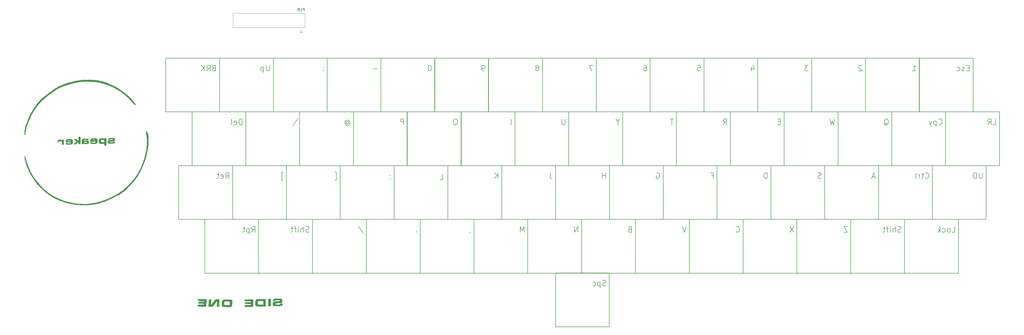
<source format=gbr>
%TF.GenerationSoftware,KiCad,Pcbnew,8.0.4*%
%TF.CreationDate,2024-11-18T10:43:42+00:00*%
%TF.ProjectId,AtomV5Board,41746f6d-5635-4426-9f61-72642e6b6963,rev?*%
%TF.SameCoordinates,Original*%
%TF.FileFunction,Legend,Bot*%
%TF.FilePolarity,Positive*%
%FSLAX46Y46*%
G04 Gerber Fmt 4.6, Leading zero omitted, Abs format (unit mm)*
G04 Created by KiCad (PCBNEW 8.0.4) date 2024-11-18 10:43:42*
%MOMM*%
%LPD*%
G01*
G04 APERTURE LIST*
%ADD10C,0.150000*%
%ADD11C,0.120000*%
%ADD12C,0.000000*%
G04 APERTURE END LIST*
D10*
X121792856Y-128724819D02*
X121792856Y-127724819D01*
X121792856Y-127724819D02*
X121411904Y-127724819D01*
X121411904Y-127724819D02*
X121316666Y-127772438D01*
X121316666Y-127772438D02*
X121269047Y-127820057D01*
X121269047Y-127820057D02*
X121221428Y-127915295D01*
X121221428Y-127915295D02*
X121221428Y-128058152D01*
X121221428Y-128058152D02*
X121269047Y-128153390D01*
X121269047Y-128153390D02*
X121316666Y-128201009D01*
X121316666Y-128201009D02*
X121411904Y-128248628D01*
X121411904Y-128248628D02*
X121792856Y-128248628D01*
X120316666Y-128724819D02*
X120792856Y-128724819D01*
X120792856Y-128724819D02*
X120792856Y-127724819D01*
X119840475Y-128153390D02*
X119935713Y-128105771D01*
X119935713Y-128105771D02*
X119983332Y-128058152D01*
X119983332Y-128058152D02*
X120030951Y-127962914D01*
X120030951Y-127962914D02*
X120030951Y-127915295D01*
X120030951Y-127915295D02*
X119983332Y-127820057D01*
X119983332Y-127820057D02*
X119935713Y-127772438D01*
X119935713Y-127772438D02*
X119840475Y-127724819D01*
X119840475Y-127724819D02*
X119649999Y-127724819D01*
X119649999Y-127724819D02*
X119554761Y-127772438D01*
X119554761Y-127772438D02*
X119507142Y-127820057D01*
X119507142Y-127820057D02*
X119459523Y-127915295D01*
X119459523Y-127915295D02*
X119459523Y-127962914D01*
X119459523Y-127962914D02*
X119507142Y-128058152D01*
X119507142Y-128058152D02*
X119554761Y-128105771D01*
X119554761Y-128105771D02*
X119649999Y-128153390D01*
X119649999Y-128153390D02*
X119840475Y-128153390D01*
X119840475Y-128153390D02*
X119935713Y-128201009D01*
X119935713Y-128201009D02*
X119983332Y-128248628D01*
X119983332Y-128248628D02*
X120030951Y-128343866D01*
X120030951Y-128343866D02*
X120030951Y-128534342D01*
X120030951Y-128534342D02*
X119983332Y-128629580D01*
X119983332Y-128629580D02*
X119935713Y-128677200D01*
X119935713Y-128677200D02*
X119840475Y-128724819D01*
X119840475Y-128724819D02*
X119649999Y-128724819D01*
X119649999Y-128724819D02*
X119554761Y-128677200D01*
X119554761Y-128677200D02*
X119507142Y-128629580D01*
X119507142Y-128629580D02*
X119459523Y-128534342D01*
X119459523Y-128534342D02*
X119459523Y-128343866D01*
X119459523Y-128343866D02*
X119507142Y-128248628D01*
X119507142Y-128248628D02*
X119554761Y-128201009D01*
X119554761Y-128201009D02*
X119649999Y-128153390D01*
X190075625Y-187935938D02*
X190075625Y-185935938D01*
X188932768Y-187935938D02*
X189789911Y-186793080D01*
X188932768Y-185935938D02*
X190075625Y-187078795D01*
X223653601Y-147923438D02*
X222320268Y-147923438D01*
X222320268Y-147923438D02*
X223177411Y-149923438D01*
X156763125Y-168923438D02*
X156763125Y-166923438D01*
X156763125Y-166923438D02*
X156001220Y-166923438D01*
X156001220Y-166923438D02*
X155810744Y-167018676D01*
X155810744Y-167018676D02*
X155715506Y-167113914D01*
X155715506Y-167113914D02*
X155620268Y-167304390D01*
X155620268Y-167304390D02*
X155620268Y-167590104D01*
X155620268Y-167590104D02*
X155715506Y-167780580D01*
X155715506Y-167780580D02*
X155810744Y-167875819D01*
X155810744Y-167875819D02*
X156001220Y-167971057D01*
X156001220Y-167971057D02*
X156763125Y-167971057D01*
X364810744Y-168923438D02*
X365763125Y-168923438D01*
X365763125Y-168923438D02*
X365763125Y-166923438D01*
X363001220Y-168923438D02*
X363667887Y-167971057D01*
X364144077Y-168923438D02*
X364144077Y-166923438D01*
X364144077Y-166923438D02*
X363382172Y-166923438D01*
X363382172Y-166923438D02*
X363191696Y-167018676D01*
X363191696Y-167018676D02*
X363096458Y-167113914D01*
X363096458Y-167113914D02*
X363001220Y-167304390D01*
X363001220Y-167304390D02*
X363001220Y-167590104D01*
X363001220Y-167590104D02*
X363096458Y-167780580D01*
X363096458Y-167780580D02*
X363191696Y-167875819D01*
X363191696Y-167875819D02*
X363382172Y-167971057D01*
X363382172Y-167971057D02*
X364144077Y-167971057D01*
X109463125Y-147923438D02*
X109463125Y-149542485D01*
X109463125Y-149542485D02*
X109367887Y-149732961D01*
X109367887Y-149732961D02*
X109272649Y-149828200D01*
X109272649Y-149828200D02*
X109082173Y-149923438D01*
X109082173Y-149923438D02*
X108701220Y-149923438D01*
X108701220Y-149923438D02*
X108510744Y-149828200D01*
X108510744Y-149828200D02*
X108415506Y-149732961D01*
X108415506Y-149732961D02*
X108320268Y-149542485D01*
X108320268Y-149542485D02*
X108320268Y-147923438D01*
X107367887Y-148590104D02*
X107367887Y-150590104D01*
X107367887Y-148685342D02*
X107177411Y-148590104D01*
X107177411Y-148590104D02*
X106796458Y-148590104D01*
X106796458Y-148590104D02*
X106605982Y-148685342D01*
X106605982Y-148685342D02*
X106510744Y-148780580D01*
X106510744Y-148780580D02*
X106415506Y-148971057D01*
X106415506Y-148971057D02*
X106415506Y-149542485D01*
X106415506Y-149542485D02*
X106510744Y-149732961D01*
X106510744Y-149732961D02*
X106605982Y-149828200D01*
X106605982Y-149828200D02*
X106796458Y-149923438D01*
X106796458Y-149923438D02*
X107177411Y-149923438D01*
X107177411Y-149923438D02*
X107367887Y-149828200D01*
X228158363Y-225828200D02*
X227872649Y-225923438D01*
X227872649Y-225923438D02*
X227396458Y-225923438D01*
X227396458Y-225923438D02*
X227205982Y-225828200D01*
X227205982Y-225828200D02*
X227110744Y-225732961D01*
X227110744Y-225732961D02*
X227015506Y-225542485D01*
X227015506Y-225542485D02*
X227015506Y-225352009D01*
X227015506Y-225352009D02*
X227110744Y-225161533D01*
X227110744Y-225161533D02*
X227205982Y-225066295D01*
X227205982Y-225066295D02*
X227396458Y-224971057D01*
X227396458Y-224971057D02*
X227777411Y-224875819D01*
X227777411Y-224875819D02*
X227967887Y-224780580D01*
X227967887Y-224780580D02*
X228063125Y-224685342D01*
X228063125Y-224685342D02*
X228158363Y-224494866D01*
X228158363Y-224494866D02*
X228158363Y-224304390D01*
X228158363Y-224304390D02*
X228063125Y-224113914D01*
X228063125Y-224113914D02*
X227967887Y-224018676D01*
X227967887Y-224018676D02*
X227777411Y-223923438D01*
X227777411Y-223923438D02*
X227301220Y-223923438D01*
X227301220Y-223923438D02*
X227015506Y-224018676D01*
X226158363Y-224590104D02*
X226158363Y-226590104D01*
X226158363Y-224685342D02*
X225967887Y-224590104D01*
X225967887Y-224590104D02*
X225586934Y-224590104D01*
X225586934Y-224590104D02*
X225396458Y-224685342D01*
X225396458Y-224685342D02*
X225301220Y-224780580D01*
X225301220Y-224780580D02*
X225205982Y-224971057D01*
X225205982Y-224971057D02*
X225205982Y-225542485D01*
X225205982Y-225542485D02*
X225301220Y-225732961D01*
X225301220Y-225732961D02*
X225396458Y-225828200D01*
X225396458Y-225828200D02*
X225586934Y-225923438D01*
X225586934Y-225923438D02*
X225967887Y-225923438D01*
X225967887Y-225923438D02*
X226158363Y-225828200D01*
X223491696Y-225828200D02*
X223682172Y-225923438D01*
X223682172Y-225923438D02*
X224063125Y-225923438D01*
X224063125Y-225923438D02*
X224253601Y-225828200D01*
X224253601Y-225828200D02*
X224348839Y-225732961D01*
X224348839Y-225732961D02*
X224444077Y-225542485D01*
X224444077Y-225542485D02*
X224444077Y-224971057D01*
X224444077Y-224971057D02*
X224348839Y-224780580D01*
X224348839Y-224780580D02*
X224253601Y-224685342D01*
X224253601Y-224685342D02*
X224063125Y-224590104D01*
X224063125Y-224590104D02*
X223682172Y-224590104D01*
X223682172Y-224590104D02*
X223491696Y-224685342D01*
X218275625Y-206935938D02*
X218275625Y-204935938D01*
X218275625Y-204935938D02*
X217132768Y-206935938D01*
X217132768Y-206935938D02*
X217132768Y-204935938D01*
X147463125Y-149161533D02*
X145939316Y-149161533D01*
X361075625Y-185935938D02*
X361075625Y-187554985D01*
X361075625Y-187554985D02*
X360980387Y-187745461D01*
X360980387Y-187745461D02*
X360885149Y-187840700D01*
X360885149Y-187840700D02*
X360694673Y-187935938D01*
X360694673Y-187935938D02*
X360313720Y-187935938D01*
X360313720Y-187935938D02*
X360123244Y-187840700D01*
X360123244Y-187840700D02*
X360028006Y-187745461D01*
X360028006Y-187745461D02*
X359932768Y-187554985D01*
X359932768Y-187554985D02*
X359932768Y-185935938D01*
X358980387Y-187935938D02*
X358980387Y-185935938D01*
X358980387Y-185935938D02*
X358504197Y-185935938D01*
X358504197Y-185935938D02*
X358218482Y-186031176D01*
X358218482Y-186031176D02*
X358028006Y-186221652D01*
X358028006Y-186221652D02*
X357932768Y-186412128D01*
X357932768Y-186412128D02*
X357837530Y-186793080D01*
X357837530Y-186793080D02*
X357837530Y-187078795D01*
X357837530Y-187078795D02*
X357932768Y-187459747D01*
X357932768Y-187459747D02*
X358028006Y-187650223D01*
X358028006Y-187650223D02*
X358218482Y-187840700D01*
X358218482Y-187840700D02*
X358504197Y-187935938D01*
X358504197Y-187935938D02*
X358980387Y-187935938D01*
X93932768Y-187935938D02*
X94599435Y-186983557D01*
X95075625Y-187935938D02*
X95075625Y-185935938D01*
X95075625Y-185935938D02*
X94313720Y-185935938D01*
X94313720Y-185935938D02*
X94123244Y-186031176D01*
X94123244Y-186031176D02*
X94028006Y-186126414D01*
X94028006Y-186126414D02*
X93932768Y-186316890D01*
X93932768Y-186316890D02*
X93932768Y-186602604D01*
X93932768Y-186602604D02*
X94028006Y-186793080D01*
X94028006Y-186793080D02*
X94123244Y-186888319D01*
X94123244Y-186888319D02*
X94313720Y-186983557D01*
X94313720Y-186983557D02*
X95075625Y-186983557D01*
X92313720Y-187840700D02*
X92504196Y-187935938D01*
X92504196Y-187935938D02*
X92885149Y-187935938D01*
X92885149Y-187935938D02*
X93075625Y-187840700D01*
X93075625Y-187840700D02*
X93170863Y-187650223D01*
X93170863Y-187650223D02*
X93170863Y-186888319D01*
X93170863Y-186888319D02*
X93075625Y-186697842D01*
X93075625Y-186697842D02*
X92885149Y-186602604D01*
X92885149Y-186602604D02*
X92504196Y-186602604D01*
X92504196Y-186602604D02*
X92313720Y-186697842D01*
X92313720Y-186697842D02*
X92218482Y-186888319D01*
X92218482Y-186888319D02*
X92218482Y-187078795D01*
X92218482Y-187078795D02*
X93170863Y-187269271D01*
X91647053Y-186602604D02*
X90885149Y-186602604D01*
X91361339Y-185935938D02*
X91361339Y-187650223D01*
X91361339Y-187650223D02*
X91266101Y-187840700D01*
X91266101Y-187840700D02*
X91075625Y-187935938D01*
X91075625Y-187935938D02*
X90885149Y-187935938D01*
X285075625Y-187935938D02*
X285075625Y-185935938D01*
X285075625Y-185935938D02*
X284599435Y-185935938D01*
X284599435Y-185935938D02*
X284313720Y-186031176D01*
X284313720Y-186031176D02*
X284123244Y-186221652D01*
X284123244Y-186221652D02*
X284028006Y-186412128D01*
X284028006Y-186412128D02*
X283932768Y-186793080D01*
X283932768Y-186793080D02*
X283932768Y-187078795D01*
X283932768Y-187078795D02*
X284028006Y-187459747D01*
X284028006Y-187459747D02*
X284123244Y-187650223D01*
X284123244Y-187650223D02*
X284313720Y-187840700D01*
X284313720Y-187840700D02*
X284599435Y-187935938D01*
X284599435Y-187935938D02*
X285075625Y-187935938D01*
X260510744Y-147923438D02*
X261463125Y-147923438D01*
X261463125Y-147923438D02*
X261558363Y-148875819D01*
X261558363Y-148875819D02*
X261463125Y-148780580D01*
X261463125Y-148780580D02*
X261272649Y-148685342D01*
X261272649Y-148685342D02*
X260796458Y-148685342D01*
X260796458Y-148685342D02*
X260605982Y-148780580D01*
X260605982Y-148780580D02*
X260510744Y-148875819D01*
X260510744Y-148875819D02*
X260415506Y-149066295D01*
X260415506Y-149066295D02*
X260415506Y-149542485D01*
X260415506Y-149542485D02*
X260510744Y-149732961D01*
X260510744Y-149732961D02*
X260605982Y-149828200D01*
X260605982Y-149828200D02*
X260796458Y-149923438D01*
X260796458Y-149923438D02*
X261272649Y-149923438D01*
X261272649Y-149923438D02*
X261463125Y-149828200D01*
X261463125Y-149828200D02*
X261558363Y-149732961D01*
X345620268Y-168732961D02*
X345715506Y-168828200D01*
X345715506Y-168828200D02*
X346001220Y-168923438D01*
X346001220Y-168923438D02*
X346191696Y-168923438D01*
X346191696Y-168923438D02*
X346477411Y-168828200D01*
X346477411Y-168828200D02*
X346667887Y-168637723D01*
X346667887Y-168637723D02*
X346763125Y-168447247D01*
X346763125Y-168447247D02*
X346858363Y-168066295D01*
X346858363Y-168066295D02*
X346858363Y-167780580D01*
X346858363Y-167780580D02*
X346763125Y-167399628D01*
X346763125Y-167399628D02*
X346667887Y-167209152D01*
X346667887Y-167209152D02*
X346477411Y-167018676D01*
X346477411Y-167018676D02*
X346191696Y-166923438D01*
X346191696Y-166923438D02*
X346001220Y-166923438D01*
X346001220Y-166923438D02*
X345715506Y-167018676D01*
X345715506Y-167018676D02*
X345620268Y-167113914D01*
X344763125Y-167590104D02*
X344763125Y-169590104D01*
X344763125Y-167685342D02*
X344572649Y-167590104D01*
X344572649Y-167590104D02*
X344191696Y-167590104D01*
X344191696Y-167590104D02*
X344001220Y-167685342D01*
X344001220Y-167685342D02*
X343905982Y-167780580D01*
X343905982Y-167780580D02*
X343810744Y-167971057D01*
X343810744Y-167971057D02*
X343810744Y-168542485D01*
X343810744Y-168542485D02*
X343905982Y-168732961D01*
X343905982Y-168732961D02*
X344001220Y-168828200D01*
X344001220Y-168828200D02*
X344191696Y-168923438D01*
X344191696Y-168923438D02*
X344572649Y-168923438D01*
X344572649Y-168923438D02*
X344763125Y-168828200D01*
X343144077Y-167590104D02*
X342667887Y-168923438D01*
X342191696Y-167590104D02*
X342667887Y-168923438D01*
X342667887Y-168923438D02*
X342858363Y-169399628D01*
X342858363Y-169399628D02*
X342953601Y-169494866D01*
X342953601Y-169494866D02*
X343144077Y-169590104D01*
X274132768Y-206745461D02*
X274228006Y-206840700D01*
X274228006Y-206840700D02*
X274513720Y-206935938D01*
X274513720Y-206935938D02*
X274704196Y-206935938D01*
X274704196Y-206935938D02*
X274989911Y-206840700D01*
X274989911Y-206840700D02*
X275180387Y-206650223D01*
X275180387Y-206650223D02*
X275275625Y-206459747D01*
X275275625Y-206459747D02*
X275370863Y-206078795D01*
X275370863Y-206078795D02*
X275370863Y-205793080D01*
X275370863Y-205793080D02*
X275275625Y-205412128D01*
X275275625Y-205412128D02*
X275180387Y-205221652D01*
X275180387Y-205221652D02*
X274989911Y-205031176D01*
X274989911Y-205031176D02*
X274704196Y-204935938D01*
X274704196Y-204935938D02*
X274513720Y-204935938D01*
X274513720Y-204935938D02*
X274228006Y-205031176D01*
X274228006Y-205031176D02*
X274132768Y-205126414D01*
X326429792Y-169113914D02*
X326620268Y-169018676D01*
X326620268Y-169018676D02*
X326810744Y-168828200D01*
X326810744Y-168828200D02*
X327096458Y-168542485D01*
X327096458Y-168542485D02*
X327286935Y-168447247D01*
X327286935Y-168447247D02*
X327477411Y-168447247D01*
X327382173Y-168923438D02*
X327572649Y-168828200D01*
X327572649Y-168828200D02*
X327763125Y-168637723D01*
X327763125Y-168637723D02*
X327858363Y-168256771D01*
X327858363Y-168256771D02*
X327858363Y-167590104D01*
X327858363Y-167590104D02*
X327763125Y-167209152D01*
X327763125Y-167209152D02*
X327572649Y-167018676D01*
X327572649Y-167018676D02*
X327382173Y-166923438D01*
X327382173Y-166923438D02*
X327001220Y-166923438D01*
X327001220Y-166923438D02*
X326810744Y-167018676D01*
X326810744Y-167018676D02*
X326620268Y-167209152D01*
X326620268Y-167209152D02*
X326525030Y-167590104D01*
X326525030Y-167590104D02*
X326525030Y-168256771D01*
X326525030Y-168256771D02*
X326620268Y-168637723D01*
X326620268Y-168637723D02*
X326810744Y-168828200D01*
X326810744Y-168828200D02*
X327001220Y-168923438D01*
X327001220Y-168923438D02*
X327382173Y-168923438D01*
X269620268Y-168923438D02*
X270286935Y-167971057D01*
X270763125Y-168923438D02*
X270763125Y-166923438D01*
X270763125Y-166923438D02*
X270001220Y-166923438D01*
X270001220Y-166923438D02*
X269810744Y-167018676D01*
X269810744Y-167018676D02*
X269715506Y-167113914D01*
X269715506Y-167113914D02*
X269620268Y-167304390D01*
X269620268Y-167304390D02*
X269620268Y-167590104D01*
X269620268Y-167590104D02*
X269715506Y-167780580D01*
X269715506Y-167780580D02*
X269810744Y-167875819D01*
X269810744Y-167875819D02*
X270001220Y-167971057D01*
X270001220Y-167971057D02*
X270763125Y-167971057D01*
X204177411Y-148780580D02*
X204367887Y-148685342D01*
X204367887Y-148685342D02*
X204463125Y-148590104D01*
X204463125Y-148590104D02*
X204558363Y-148399628D01*
X204558363Y-148399628D02*
X204558363Y-148304390D01*
X204558363Y-148304390D02*
X204463125Y-148113914D01*
X204463125Y-148113914D02*
X204367887Y-148018676D01*
X204367887Y-148018676D02*
X204177411Y-147923438D01*
X204177411Y-147923438D02*
X203796458Y-147923438D01*
X203796458Y-147923438D02*
X203605982Y-148018676D01*
X203605982Y-148018676D02*
X203510744Y-148113914D01*
X203510744Y-148113914D02*
X203415506Y-148304390D01*
X203415506Y-148304390D02*
X203415506Y-148399628D01*
X203415506Y-148399628D02*
X203510744Y-148590104D01*
X203510744Y-148590104D02*
X203605982Y-148685342D01*
X203605982Y-148685342D02*
X203796458Y-148780580D01*
X203796458Y-148780580D02*
X204177411Y-148780580D01*
X204177411Y-148780580D02*
X204367887Y-148875819D01*
X204367887Y-148875819D02*
X204463125Y-148971057D01*
X204463125Y-148971057D02*
X204558363Y-149161533D01*
X204558363Y-149161533D02*
X204558363Y-149542485D01*
X204558363Y-149542485D02*
X204463125Y-149732961D01*
X204463125Y-149732961D02*
X204367887Y-149828200D01*
X204367887Y-149828200D02*
X204177411Y-149923438D01*
X204177411Y-149923438D02*
X203796458Y-149923438D01*
X203796458Y-149923438D02*
X203605982Y-149828200D01*
X203605982Y-149828200D02*
X203510744Y-149732961D01*
X203510744Y-149732961D02*
X203415506Y-149542485D01*
X203415506Y-149542485D02*
X203415506Y-149161533D01*
X203415506Y-149161533D02*
X203510744Y-148971057D01*
X203510744Y-148971057D02*
X203605982Y-148875819D01*
X203605982Y-148875819D02*
X203796458Y-148780580D01*
X236608958Y-205888319D02*
X236323244Y-205983557D01*
X236323244Y-205983557D02*
X236228006Y-206078795D01*
X236228006Y-206078795D02*
X236132768Y-206269271D01*
X236132768Y-206269271D02*
X236132768Y-206554985D01*
X236132768Y-206554985D02*
X236228006Y-206745461D01*
X236228006Y-206745461D02*
X236323244Y-206840700D01*
X236323244Y-206840700D02*
X236513720Y-206935938D01*
X236513720Y-206935938D02*
X237275625Y-206935938D01*
X237275625Y-206935938D02*
X237275625Y-204935938D01*
X237275625Y-204935938D02*
X236608958Y-204935938D01*
X236608958Y-204935938D02*
X236418482Y-205031176D01*
X236418482Y-205031176D02*
X236323244Y-205126414D01*
X236323244Y-205126414D02*
X236228006Y-205316890D01*
X236228006Y-205316890D02*
X236228006Y-205507366D01*
X236228006Y-205507366D02*
X236323244Y-205697842D01*
X236323244Y-205697842D02*
X236418482Y-205793080D01*
X236418482Y-205793080D02*
X236608958Y-205888319D01*
X236608958Y-205888319D02*
X237275625Y-205888319D01*
X356425125Y-148899819D02*
X355758458Y-148899819D01*
X355472744Y-149947438D02*
X356425125Y-149947438D01*
X356425125Y-149947438D02*
X356425125Y-147947438D01*
X356425125Y-147947438D02*
X355472744Y-147947438D01*
X354710839Y-149852200D02*
X354520363Y-149947438D01*
X354520363Y-149947438D02*
X354139411Y-149947438D01*
X354139411Y-149947438D02*
X353948934Y-149852200D01*
X353948934Y-149852200D02*
X353853696Y-149661723D01*
X353853696Y-149661723D02*
X353853696Y-149566485D01*
X353853696Y-149566485D02*
X353948934Y-149376009D01*
X353948934Y-149376009D02*
X354139411Y-149280771D01*
X354139411Y-149280771D02*
X354425125Y-149280771D01*
X354425125Y-149280771D02*
X354615601Y-149185533D01*
X354615601Y-149185533D02*
X354710839Y-148995057D01*
X354710839Y-148995057D02*
X354710839Y-148899819D01*
X354710839Y-148899819D02*
X354615601Y-148709342D01*
X354615601Y-148709342D02*
X354425125Y-148614104D01*
X354425125Y-148614104D02*
X354139411Y-148614104D01*
X354139411Y-148614104D02*
X353948934Y-148709342D01*
X352139410Y-149852200D02*
X352329886Y-149947438D01*
X352329886Y-149947438D02*
X352710839Y-149947438D01*
X352710839Y-149947438D02*
X352901315Y-149852200D01*
X352901315Y-149852200D02*
X352996553Y-149756961D01*
X352996553Y-149756961D02*
X353091791Y-149566485D01*
X353091791Y-149566485D02*
X353091791Y-148995057D01*
X353091791Y-148995057D02*
X352996553Y-148804580D01*
X352996553Y-148804580D02*
X352901315Y-148709342D01*
X352901315Y-148709342D02*
X352710839Y-148614104D01*
X352710839Y-148614104D02*
X352329886Y-148614104D01*
X352329886Y-148614104D02*
X352139410Y-148709342D01*
X132504196Y-188602604D02*
X132980387Y-188602604D01*
X132980387Y-188602604D02*
X132980387Y-185745461D01*
X132980387Y-185745461D02*
X132504196Y-185745461D01*
X228075625Y-187935938D02*
X228075625Y-185935938D01*
X228075625Y-186888319D02*
X226932768Y-186888319D01*
X226932768Y-187935938D02*
X226932768Y-185935938D01*
X161275625Y-206745461D02*
X161180387Y-206840700D01*
X161180387Y-206840700D02*
X161275625Y-206935938D01*
X161275625Y-206935938D02*
X161370863Y-206840700D01*
X161370863Y-206840700D02*
X161275625Y-206745461D01*
X161275625Y-206745461D02*
X161275625Y-206935938D01*
X89796458Y-148875819D02*
X89510744Y-148971057D01*
X89510744Y-148971057D02*
X89415506Y-149066295D01*
X89415506Y-149066295D02*
X89320268Y-149256771D01*
X89320268Y-149256771D02*
X89320268Y-149542485D01*
X89320268Y-149542485D02*
X89415506Y-149732961D01*
X89415506Y-149732961D02*
X89510744Y-149828200D01*
X89510744Y-149828200D02*
X89701220Y-149923438D01*
X89701220Y-149923438D02*
X90463125Y-149923438D01*
X90463125Y-149923438D02*
X90463125Y-147923438D01*
X90463125Y-147923438D02*
X89796458Y-147923438D01*
X89796458Y-147923438D02*
X89605982Y-148018676D01*
X89605982Y-148018676D02*
X89510744Y-148113914D01*
X89510744Y-148113914D02*
X89415506Y-148304390D01*
X89415506Y-148304390D02*
X89415506Y-148494866D01*
X89415506Y-148494866D02*
X89510744Y-148685342D01*
X89510744Y-148685342D02*
X89605982Y-148780580D01*
X89605982Y-148780580D02*
X89796458Y-148875819D01*
X89796458Y-148875819D02*
X90463125Y-148875819D01*
X87320268Y-149923438D02*
X87986935Y-148971057D01*
X88463125Y-149923438D02*
X88463125Y-147923438D01*
X88463125Y-147923438D02*
X87701220Y-147923438D01*
X87701220Y-147923438D02*
X87510744Y-148018676D01*
X87510744Y-148018676D02*
X87415506Y-148113914D01*
X87415506Y-148113914D02*
X87320268Y-148304390D01*
X87320268Y-148304390D02*
X87320268Y-148590104D01*
X87320268Y-148590104D02*
X87415506Y-148780580D01*
X87415506Y-148780580D02*
X87510744Y-148875819D01*
X87510744Y-148875819D02*
X87701220Y-148971057D01*
X87701220Y-148971057D02*
X88463125Y-148971057D01*
X86463125Y-149923438D02*
X86463125Y-147923438D01*
X85320268Y-149923438D02*
X86177411Y-148780580D01*
X85320268Y-147923438D02*
X86463125Y-149066295D01*
X289763125Y-167875819D02*
X289096458Y-167875819D01*
X288810744Y-168923438D02*
X289763125Y-168923438D01*
X289763125Y-168923438D02*
X289763125Y-166923438D01*
X289763125Y-166923438D02*
X288810744Y-166923438D01*
X340932768Y-187745461D02*
X341028006Y-187840700D01*
X341028006Y-187840700D02*
X341313720Y-187935938D01*
X341313720Y-187935938D02*
X341504196Y-187935938D01*
X341504196Y-187935938D02*
X341789911Y-187840700D01*
X341789911Y-187840700D02*
X341980387Y-187650223D01*
X341980387Y-187650223D02*
X342075625Y-187459747D01*
X342075625Y-187459747D02*
X342170863Y-187078795D01*
X342170863Y-187078795D02*
X342170863Y-186793080D01*
X342170863Y-186793080D02*
X342075625Y-186412128D01*
X342075625Y-186412128D02*
X341980387Y-186221652D01*
X341980387Y-186221652D02*
X341789911Y-186031176D01*
X341789911Y-186031176D02*
X341504196Y-185935938D01*
X341504196Y-185935938D02*
X341313720Y-185935938D01*
X341313720Y-185935938D02*
X341028006Y-186031176D01*
X341028006Y-186031176D02*
X340932768Y-186126414D01*
X340361339Y-186602604D02*
X339599435Y-186602604D01*
X340075625Y-185935938D02*
X340075625Y-187650223D01*
X340075625Y-187650223D02*
X339980387Y-187840700D01*
X339980387Y-187840700D02*
X339789911Y-187935938D01*
X339789911Y-187935938D02*
X339599435Y-187935938D01*
X338932768Y-187935938D02*
X338932768Y-186602604D01*
X338932768Y-186983557D02*
X338837530Y-186793080D01*
X338837530Y-186793080D02*
X338742292Y-186697842D01*
X338742292Y-186697842D02*
X338551816Y-186602604D01*
X338551816Y-186602604D02*
X338361339Y-186602604D01*
X337408959Y-187935938D02*
X337599435Y-187840700D01*
X337599435Y-187840700D02*
X337694673Y-187650223D01*
X337694673Y-187650223D02*
X337694673Y-185935938D01*
X265408958Y-186888319D02*
X266075625Y-186888319D01*
X266075625Y-187935938D02*
X266075625Y-185935938D01*
X266075625Y-185935938D02*
X265123244Y-185935938D01*
X175294673Y-166923438D02*
X174913720Y-166923438D01*
X174913720Y-166923438D02*
X174723244Y-167018676D01*
X174723244Y-167018676D02*
X174532768Y-167209152D01*
X174532768Y-167209152D02*
X174437530Y-167590104D01*
X174437530Y-167590104D02*
X174437530Y-168256771D01*
X174437530Y-168256771D02*
X174532768Y-168637723D01*
X174532768Y-168637723D02*
X174723244Y-168828200D01*
X174723244Y-168828200D02*
X174913720Y-168923438D01*
X174913720Y-168923438D02*
X175294673Y-168923438D01*
X175294673Y-168923438D02*
X175485149Y-168828200D01*
X175485149Y-168828200D02*
X175675625Y-168637723D01*
X175675625Y-168637723D02*
X175770863Y-168256771D01*
X175770863Y-168256771D02*
X175770863Y-167590104D01*
X175770863Y-167590104D02*
X175675625Y-167209152D01*
X175675625Y-167209152D02*
X175485149Y-167018676D01*
X175485149Y-167018676D02*
X175294673Y-166923438D01*
X194725125Y-168947438D02*
X194725125Y-166947438D01*
X103132768Y-206935938D02*
X103799435Y-205983557D01*
X104275625Y-206935938D02*
X104275625Y-204935938D01*
X104275625Y-204935938D02*
X103513720Y-204935938D01*
X103513720Y-204935938D02*
X103323244Y-205031176D01*
X103323244Y-205031176D02*
X103228006Y-205126414D01*
X103228006Y-205126414D02*
X103132768Y-205316890D01*
X103132768Y-205316890D02*
X103132768Y-205602604D01*
X103132768Y-205602604D02*
X103228006Y-205793080D01*
X103228006Y-205793080D02*
X103323244Y-205888319D01*
X103323244Y-205888319D02*
X103513720Y-205983557D01*
X103513720Y-205983557D02*
X104275625Y-205983557D01*
X102275625Y-205602604D02*
X102275625Y-207602604D01*
X102275625Y-205697842D02*
X102085149Y-205602604D01*
X102085149Y-205602604D02*
X101704196Y-205602604D01*
X101704196Y-205602604D02*
X101513720Y-205697842D01*
X101513720Y-205697842D02*
X101418482Y-205793080D01*
X101418482Y-205793080D02*
X101323244Y-205983557D01*
X101323244Y-205983557D02*
X101323244Y-206554985D01*
X101323244Y-206554985D02*
X101418482Y-206745461D01*
X101418482Y-206745461D02*
X101513720Y-206840700D01*
X101513720Y-206840700D02*
X101704196Y-206935938D01*
X101704196Y-206935938D02*
X102085149Y-206935938D01*
X102085149Y-206935938D02*
X102275625Y-206840700D01*
X100751815Y-205602604D02*
X99989911Y-205602604D01*
X100466101Y-204935938D02*
X100466101Y-206650223D01*
X100466101Y-206650223D02*
X100370863Y-206840700D01*
X100370863Y-206840700D02*
X100180387Y-206935938D01*
X100180387Y-206935938D02*
X99989911Y-206935938D01*
X199275625Y-206935938D02*
X199275625Y-204935938D01*
X199275625Y-204935938D02*
X198608958Y-206364509D01*
X198608958Y-206364509D02*
X197942292Y-204935938D01*
X197942292Y-204935938D02*
X197942292Y-206935938D01*
X350323244Y-206935938D02*
X351275625Y-206935938D01*
X351275625Y-206935938D02*
X351275625Y-204935938D01*
X349370863Y-206935938D02*
X349561339Y-206840700D01*
X349561339Y-206840700D02*
X349656577Y-206745461D01*
X349656577Y-206745461D02*
X349751815Y-206554985D01*
X349751815Y-206554985D02*
X349751815Y-205983557D01*
X349751815Y-205983557D02*
X349656577Y-205793080D01*
X349656577Y-205793080D02*
X349561339Y-205697842D01*
X349561339Y-205697842D02*
X349370863Y-205602604D01*
X349370863Y-205602604D02*
X349085148Y-205602604D01*
X349085148Y-205602604D02*
X348894672Y-205697842D01*
X348894672Y-205697842D02*
X348799434Y-205793080D01*
X348799434Y-205793080D02*
X348704196Y-205983557D01*
X348704196Y-205983557D02*
X348704196Y-206554985D01*
X348704196Y-206554985D02*
X348799434Y-206745461D01*
X348799434Y-206745461D02*
X348894672Y-206840700D01*
X348894672Y-206840700D02*
X349085148Y-206935938D01*
X349085148Y-206935938D02*
X349370863Y-206935938D01*
X346989910Y-206840700D02*
X347180386Y-206935938D01*
X347180386Y-206935938D02*
X347561339Y-206935938D01*
X347561339Y-206935938D02*
X347751815Y-206840700D01*
X347751815Y-206840700D02*
X347847053Y-206745461D01*
X347847053Y-206745461D02*
X347942291Y-206554985D01*
X347942291Y-206554985D02*
X347942291Y-205983557D01*
X347942291Y-205983557D02*
X347847053Y-205793080D01*
X347847053Y-205793080D02*
X347751815Y-205697842D01*
X347751815Y-205697842D02*
X347561339Y-205602604D01*
X347561339Y-205602604D02*
X347180386Y-205602604D01*
X347180386Y-205602604D02*
X346989910Y-205697842D01*
X346132767Y-206935938D02*
X346132767Y-204935938D01*
X345942291Y-206174033D02*
X345370862Y-206935938D01*
X345370862Y-205602604D02*
X346132767Y-206364509D01*
X332370863Y-206840700D02*
X332085149Y-206935938D01*
X332085149Y-206935938D02*
X331608958Y-206935938D01*
X331608958Y-206935938D02*
X331418482Y-206840700D01*
X331418482Y-206840700D02*
X331323244Y-206745461D01*
X331323244Y-206745461D02*
X331228006Y-206554985D01*
X331228006Y-206554985D02*
X331228006Y-206364509D01*
X331228006Y-206364509D02*
X331323244Y-206174033D01*
X331323244Y-206174033D02*
X331418482Y-206078795D01*
X331418482Y-206078795D02*
X331608958Y-205983557D01*
X331608958Y-205983557D02*
X331989911Y-205888319D01*
X331989911Y-205888319D02*
X332180387Y-205793080D01*
X332180387Y-205793080D02*
X332275625Y-205697842D01*
X332275625Y-205697842D02*
X332370863Y-205507366D01*
X332370863Y-205507366D02*
X332370863Y-205316890D01*
X332370863Y-205316890D02*
X332275625Y-205126414D01*
X332275625Y-205126414D02*
X332180387Y-205031176D01*
X332180387Y-205031176D02*
X331989911Y-204935938D01*
X331989911Y-204935938D02*
X331513720Y-204935938D01*
X331513720Y-204935938D02*
X331228006Y-205031176D01*
X330370863Y-206935938D02*
X330370863Y-204935938D01*
X329513720Y-206935938D02*
X329513720Y-205888319D01*
X329513720Y-205888319D02*
X329608958Y-205697842D01*
X329608958Y-205697842D02*
X329799434Y-205602604D01*
X329799434Y-205602604D02*
X330085149Y-205602604D01*
X330085149Y-205602604D02*
X330275625Y-205697842D01*
X330275625Y-205697842D02*
X330370863Y-205793080D01*
X328561339Y-206935938D02*
X328561339Y-205602604D01*
X328561339Y-204935938D02*
X328656577Y-205031176D01*
X328656577Y-205031176D02*
X328561339Y-205126414D01*
X328561339Y-205126414D02*
X328466101Y-205031176D01*
X328466101Y-205031176D02*
X328561339Y-204935938D01*
X328561339Y-204935938D02*
X328561339Y-205126414D01*
X327894672Y-205602604D02*
X327132768Y-205602604D01*
X327608958Y-206935938D02*
X327608958Y-205221652D01*
X327608958Y-205221652D02*
X327513720Y-205031176D01*
X327513720Y-205031176D02*
X327323244Y-204935938D01*
X327323244Y-204935938D02*
X327132768Y-204935938D01*
X326751815Y-205602604D02*
X325989911Y-205602604D01*
X326466101Y-204935938D02*
X326466101Y-206650223D01*
X326466101Y-206650223D02*
X326370863Y-206840700D01*
X326370863Y-206840700D02*
X326180387Y-206935938D01*
X326180387Y-206935938D02*
X325989911Y-206935938D01*
X119429792Y-166732961D02*
X117715506Y-169304390D01*
X213763125Y-166923438D02*
X213763125Y-168542485D01*
X213763125Y-168542485D02*
X213667887Y-168732961D01*
X213667887Y-168732961D02*
X213572649Y-168828200D01*
X213572649Y-168828200D02*
X213382173Y-168923438D01*
X213382173Y-168923438D02*
X213001220Y-168923438D01*
X213001220Y-168923438D02*
X212810744Y-168828200D01*
X212810744Y-168828200D02*
X212715506Y-168732961D01*
X212715506Y-168732961D02*
X212620268Y-168542485D01*
X212620268Y-168542485D02*
X212620268Y-166923438D01*
X336415506Y-149923438D02*
X337558363Y-149923438D01*
X336986935Y-149923438D02*
X336986935Y-147923438D01*
X336986935Y-147923438D02*
X337177411Y-148209152D01*
X337177411Y-148209152D02*
X337367887Y-148399628D01*
X337367887Y-148399628D02*
X337558363Y-148494866D01*
X123370863Y-206840700D02*
X123085149Y-206935938D01*
X123085149Y-206935938D02*
X122608958Y-206935938D01*
X122608958Y-206935938D02*
X122418482Y-206840700D01*
X122418482Y-206840700D02*
X122323244Y-206745461D01*
X122323244Y-206745461D02*
X122228006Y-206554985D01*
X122228006Y-206554985D02*
X122228006Y-206364509D01*
X122228006Y-206364509D02*
X122323244Y-206174033D01*
X122323244Y-206174033D02*
X122418482Y-206078795D01*
X122418482Y-206078795D02*
X122608958Y-205983557D01*
X122608958Y-205983557D02*
X122989911Y-205888319D01*
X122989911Y-205888319D02*
X123180387Y-205793080D01*
X123180387Y-205793080D02*
X123275625Y-205697842D01*
X123275625Y-205697842D02*
X123370863Y-205507366D01*
X123370863Y-205507366D02*
X123370863Y-205316890D01*
X123370863Y-205316890D02*
X123275625Y-205126414D01*
X123275625Y-205126414D02*
X123180387Y-205031176D01*
X123180387Y-205031176D02*
X122989911Y-204935938D01*
X122989911Y-204935938D02*
X122513720Y-204935938D01*
X122513720Y-204935938D02*
X122228006Y-205031176D01*
X121370863Y-206935938D02*
X121370863Y-204935938D01*
X120513720Y-206935938D02*
X120513720Y-205888319D01*
X120513720Y-205888319D02*
X120608958Y-205697842D01*
X120608958Y-205697842D02*
X120799434Y-205602604D01*
X120799434Y-205602604D02*
X121085149Y-205602604D01*
X121085149Y-205602604D02*
X121275625Y-205697842D01*
X121275625Y-205697842D02*
X121370863Y-205793080D01*
X119561339Y-206935938D02*
X119561339Y-205602604D01*
X119561339Y-204935938D02*
X119656577Y-205031176D01*
X119656577Y-205031176D02*
X119561339Y-205126414D01*
X119561339Y-205126414D02*
X119466101Y-205031176D01*
X119466101Y-205031176D02*
X119561339Y-204935938D01*
X119561339Y-204935938D02*
X119561339Y-205126414D01*
X118894672Y-205602604D02*
X118132768Y-205602604D01*
X118608958Y-206935938D02*
X118608958Y-205221652D01*
X118608958Y-205221652D02*
X118513720Y-205031176D01*
X118513720Y-205031176D02*
X118323244Y-204935938D01*
X118323244Y-204935938D02*
X118132768Y-204935938D01*
X117751815Y-205602604D02*
X116989911Y-205602604D01*
X117466101Y-204935938D02*
X117466101Y-206650223D01*
X117466101Y-206650223D02*
X117370863Y-206840700D01*
X117370863Y-206840700D02*
X117180387Y-206935938D01*
X117180387Y-206935938D02*
X116989911Y-206935938D01*
X232382173Y-167971057D02*
X232382173Y-168923438D01*
X233048839Y-166923438D02*
X232382173Y-167971057D01*
X232382173Y-167971057D02*
X231715506Y-166923438D01*
X304170863Y-187840700D02*
X303885149Y-187935938D01*
X303885149Y-187935938D02*
X303408958Y-187935938D01*
X303408958Y-187935938D02*
X303218482Y-187840700D01*
X303218482Y-187840700D02*
X303123244Y-187745461D01*
X303123244Y-187745461D02*
X303028006Y-187554985D01*
X303028006Y-187554985D02*
X303028006Y-187364509D01*
X303028006Y-187364509D02*
X303123244Y-187174033D01*
X303123244Y-187174033D02*
X303218482Y-187078795D01*
X303218482Y-187078795D02*
X303408958Y-186983557D01*
X303408958Y-186983557D02*
X303789911Y-186888319D01*
X303789911Y-186888319D02*
X303980387Y-186793080D01*
X303980387Y-186793080D02*
X304075625Y-186697842D01*
X304075625Y-186697842D02*
X304170863Y-186507366D01*
X304170863Y-186507366D02*
X304170863Y-186316890D01*
X304170863Y-186316890D02*
X304075625Y-186126414D01*
X304075625Y-186126414D02*
X303980387Y-186031176D01*
X303980387Y-186031176D02*
X303789911Y-185935938D01*
X303789911Y-185935938D02*
X303313720Y-185935938D01*
X303313720Y-185935938D02*
X303028006Y-186031176D01*
X169623244Y-188435938D02*
X170575625Y-188435938D01*
X170575625Y-188435938D02*
X170575625Y-186435938D01*
X166082173Y-147923438D02*
X165891696Y-147923438D01*
X165891696Y-147923438D02*
X165701220Y-148018676D01*
X165701220Y-148018676D02*
X165605982Y-148113914D01*
X165605982Y-148113914D02*
X165510744Y-148304390D01*
X165510744Y-148304390D02*
X165415506Y-148685342D01*
X165415506Y-148685342D02*
X165415506Y-149161533D01*
X165415506Y-149161533D02*
X165510744Y-149542485D01*
X165510744Y-149542485D02*
X165605982Y-149732961D01*
X165605982Y-149732961D02*
X165701220Y-149828200D01*
X165701220Y-149828200D02*
X165891696Y-149923438D01*
X165891696Y-149923438D02*
X166082173Y-149923438D01*
X166082173Y-149923438D02*
X166272649Y-149828200D01*
X166272649Y-149828200D02*
X166367887Y-149732961D01*
X166367887Y-149732961D02*
X166463125Y-149542485D01*
X166463125Y-149542485D02*
X166558363Y-149161533D01*
X166558363Y-149161533D02*
X166558363Y-148685342D01*
X166558363Y-148685342D02*
X166463125Y-148304390D01*
X166463125Y-148304390D02*
X166367887Y-148113914D01*
X166367887Y-148113914D02*
X166272649Y-148018676D01*
X166272649Y-148018676D02*
X166082173Y-147923438D01*
X185280387Y-149923438D02*
X184899435Y-149923438D01*
X184899435Y-149923438D02*
X184708958Y-149828200D01*
X184708958Y-149828200D02*
X184613720Y-149732961D01*
X184613720Y-149732961D02*
X184423244Y-149447247D01*
X184423244Y-149447247D02*
X184328006Y-149066295D01*
X184328006Y-149066295D02*
X184328006Y-148304390D01*
X184328006Y-148304390D02*
X184423244Y-148113914D01*
X184423244Y-148113914D02*
X184518482Y-148018676D01*
X184518482Y-148018676D02*
X184708958Y-147923438D01*
X184708958Y-147923438D02*
X185089911Y-147923438D01*
X185089911Y-147923438D02*
X185280387Y-148018676D01*
X185280387Y-148018676D02*
X185375625Y-148113914D01*
X185375625Y-148113914D02*
X185470863Y-148304390D01*
X185470863Y-148304390D02*
X185470863Y-148780580D01*
X185470863Y-148780580D02*
X185375625Y-148971057D01*
X185375625Y-148971057D02*
X185280387Y-149066295D01*
X185280387Y-149066295D02*
X185089911Y-149161533D01*
X185089911Y-149161533D02*
X184708958Y-149161533D01*
X184708958Y-149161533D02*
X184518482Y-149066295D01*
X184518482Y-149066295D02*
X184423244Y-148971057D01*
X184423244Y-148971057D02*
X184328006Y-148780580D01*
X140847054Y-204840700D02*
X142561339Y-207412128D01*
X99763125Y-168923438D02*
X99763125Y-166923438D01*
X99763125Y-166923438D02*
X99286935Y-166923438D01*
X99286935Y-166923438D02*
X99001220Y-167018676D01*
X99001220Y-167018676D02*
X98810744Y-167209152D01*
X98810744Y-167209152D02*
X98715506Y-167399628D01*
X98715506Y-167399628D02*
X98620268Y-167780580D01*
X98620268Y-167780580D02*
X98620268Y-168066295D01*
X98620268Y-168066295D02*
X98715506Y-168447247D01*
X98715506Y-168447247D02*
X98810744Y-168637723D01*
X98810744Y-168637723D02*
X99001220Y-168828200D01*
X99001220Y-168828200D02*
X99286935Y-168923438D01*
X99286935Y-168923438D02*
X99763125Y-168923438D01*
X97001220Y-168828200D02*
X97191696Y-168923438D01*
X97191696Y-168923438D02*
X97572649Y-168923438D01*
X97572649Y-168923438D02*
X97763125Y-168828200D01*
X97763125Y-168828200D02*
X97858363Y-168637723D01*
X97858363Y-168637723D02*
X97858363Y-167875819D01*
X97858363Y-167875819D02*
X97763125Y-167685342D01*
X97763125Y-167685342D02*
X97572649Y-167590104D01*
X97572649Y-167590104D02*
X97191696Y-167590104D01*
X97191696Y-167590104D02*
X97001220Y-167685342D01*
X97001220Y-167685342D02*
X96905982Y-167875819D01*
X96905982Y-167875819D02*
X96905982Y-168066295D01*
X96905982Y-168066295D02*
X97858363Y-168256771D01*
X95763125Y-168923438D02*
X95953601Y-168828200D01*
X95953601Y-168828200D02*
X96048839Y-168637723D01*
X96048839Y-168637723D02*
X96048839Y-166923438D01*
X323170863Y-187364509D02*
X322218482Y-187364509D01*
X323361339Y-187935938D02*
X322694673Y-185935938D01*
X322694673Y-185935938D02*
X322028006Y-187935938D01*
X313466101Y-204935938D02*
X312132768Y-204935938D01*
X312132768Y-204935938D02*
X313466101Y-206935938D01*
X313466101Y-206935938D02*
X312132768Y-206935938D01*
X180180387Y-206840700D02*
X180180387Y-206935938D01*
X180180387Y-206935938D02*
X180275625Y-207126414D01*
X180275625Y-207126414D02*
X180370863Y-207221652D01*
X252048839Y-166923438D02*
X250905982Y-166923438D01*
X251477411Y-168923438D02*
X251477411Y-166923438D01*
X208504196Y-185935938D02*
X208504196Y-187364509D01*
X208504196Y-187364509D02*
X208599435Y-187650223D01*
X208599435Y-187650223D02*
X208789911Y-187840700D01*
X208789911Y-187840700D02*
X209075625Y-187935938D01*
X209075625Y-187935938D02*
X209266101Y-187935938D01*
X246028006Y-186031176D02*
X246218482Y-185935938D01*
X246218482Y-185935938D02*
X246504196Y-185935938D01*
X246504196Y-185935938D02*
X246789911Y-186031176D01*
X246789911Y-186031176D02*
X246980387Y-186221652D01*
X246980387Y-186221652D02*
X247075625Y-186412128D01*
X247075625Y-186412128D02*
X247170863Y-186793080D01*
X247170863Y-186793080D02*
X247170863Y-187078795D01*
X247170863Y-187078795D02*
X247075625Y-187459747D01*
X247075625Y-187459747D02*
X246980387Y-187650223D01*
X246980387Y-187650223D02*
X246789911Y-187840700D01*
X246789911Y-187840700D02*
X246504196Y-187935938D01*
X246504196Y-187935938D02*
X246313720Y-187935938D01*
X246313720Y-187935938D02*
X246028006Y-187840700D01*
X246028006Y-187840700D02*
X245932768Y-187745461D01*
X245932768Y-187745461D02*
X245932768Y-187078795D01*
X245932768Y-187078795D02*
X246313720Y-187078795D01*
X299653601Y-147923438D02*
X298415506Y-147923438D01*
X298415506Y-147923438D02*
X299082173Y-148685342D01*
X299082173Y-148685342D02*
X298796458Y-148685342D01*
X298796458Y-148685342D02*
X298605982Y-148780580D01*
X298605982Y-148780580D02*
X298510744Y-148875819D01*
X298510744Y-148875819D02*
X298415506Y-149066295D01*
X298415506Y-149066295D02*
X298415506Y-149542485D01*
X298415506Y-149542485D02*
X298510744Y-149732961D01*
X298510744Y-149732961D02*
X298605982Y-149828200D01*
X298605982Y-149828200D02*
X298796458Y-149923438D01*
X298796458Y-149923438D02*
X299367887Y-149923438D01*
X299367887Y-149923438D02*
X299558363Y-149828200D01*
X299558363Y-149828200D02*
X299653601Y-149732961D01*
X241605982Y-147923438D02*
X241986935Y-147923438D01*
X241986935Y-147923438D02*
X242177411Y-148018676D01*
X242177411Y-148018676D02*
X242272649Y-148113914D01*
X242272649Y-148113914D02*
X242463125Y-148399628D01*
X242463125Y-148399628D02*
X242558363Y-148780580D01*
X242558363Y-148780580D02*
X242558363Y-149542485D01*
X242558363Y-149542485D02*
X242463125Y-149732961D01*
X242463125Y-149732961D02*
X242367887Y-149828200D01*
X242367887Y-149828200D02*
X242177411Y-149923438D01*
X242177411Y-149923438D02*
X241796458Y-149923438D01*
X241796458Y-149923438D02*
X241605982Y-149828200D01*
X241605982Y-149828200D02*
X241510744Y-149732961D01*
X241510744Y-149732961D02*
X241415506Y-149542485D01*
X241415506Y-149542485D02*
X241415506Y-149066295D01*
X241415506Y-149066295D02*
X241510744Y-148875819D01*
X241510744Y-148875819D02*
X241605982Y-148780580D01*
X241605982Y-148780580D02*
X241796458Y-148685342D01*
X241796458Y-148685342D02*
X242177411Y-148685342D01*
X242177411Y-148685342D02*
X242367887Y-148780580D01*
X242367887Y-148780580D02*
X242463125Y-148875819D01*
X242463125Y-148875819D02*
X242558363Y-149066295D01*
X256561339Y-204935938D02*
X255894673Y-206935938D01*
X255894673Y-206935938D02*
X255228006Y-204935938D01*
X318558363Y-148113914D02*
X318463125Y-148018676D01*
X318463125Y-148018676D02*
X318272649Y-147923438D01*
X318272649Y-147923438D02*
X317796458Y-147923438D01*
X317796458Y-147923438D02*
X317605982Y-148018676D01*
X317605982Y-148018676D02*
X317510744Y-148113914D01*
X317510744Y-148113914D02*
X317415506Y-148304390D01*
X317415506Y-148304390D02*
X317415506Y-148494866D01*
X317415506Y-148494866D02*
X317510744Y-148780580D01*
X317510744Y-148780580D02*
X318653601Y-149923438D01*
X318653601Y-149923438D02*
X317415506Y-149923438D01*
X136525030Y-167971057D02*
X136620268Y-167875819D01*
X136620268Y-167875819D02*
X136810744Y-167780580D01*
X136810744Y-167780580D02*
X137001220Y-167780580D01*
X137001220Y-167780580D02*
X137191696Y-167875819D01*
X137191696Y-167875819D02*
X137286935Y-167971057D01*
X137286935Y-167971057D02*
X137382173Y-168161533D01*
X137382173Y-168161533D02*
X137382173Y-168352009D01*
X137382173Y-168352009D02*
X137286935Y-168542485D01*
X137286935Y-168542485D02*
X137191696Y-168637723D01*
X137191696Y-168637723D02*
X137001220Y-168732961D01*
X137001220Y-168732961D02*
X136810744Y-168732961D01*
X136810744Y-168732961D02*
X136620268Y-168637723D01*
X136620268Y-168637723D02*
X136525030Y-168542485D01*
X136525030Y-167780580D02*
X136525030Y-168542485D01*
X136525030Y-168542485D02*
X136429792Y-168637723D01*
X136429792Y-168637723D02*
X136334554Y-168637723D01*
X136334554Y-168637723D02*
X136144077Y-168542485D01*
X136144077Y-168542485D02*
X136048839Y-168352009D01*
X136048839Y-168352009D02*
X136048839Y-167875819D01*
X136048839Y-167875819D02*
X136239316Y-167590104D01*
X136239316Y-167590104D02*
X136525030Y-167399628D01*
X136525030Y-167399628D02*
X136905982Y-167304390D01*
X136905982Y-167304390D02*
X137286935Y-167399628D01*
X137286935Y-167399628D02*
X137572649Y-167590104D01*
X137572649Y-167590104D02*
X137763125Y-167875819D01*
X137763125Y-167875819D02*
X137858363Y-168256771D01*
X137858363Y-168256771D02*
X137763125Y-168637723D01*
X137763125Y-168637723D02*
X137572649Y-168923438D01*
X137572649Y-168923438D02*
X137286935Y-169113914D01*
X137286935Y-169113914D02*
X136905982Y-169209152D01*
X136905982Y-169209152D02*
X136525030Y-169113914D01*
X136525030Y-169113914D02*
X136239316Y-168923438D01*
X128463125Y-149732961D02*
X128367887Y-149828200D01*
X128367887Y-149828200D02*
X128463125Y-149923438D01*
X128463125Y-149923438D02*
X128558363Y-149828200D01*
X128558363Y-149828200D02*
X128463125Y-149732961D01*
X128463125Y-149732961D02*
X128463125Y-149923438D01*
X128463125Y-148685342D02*
X128367887Y-148780580D01*
X128367887Y-148780580D02*
X128463125Y-148875819D01*
X128463125Y-148875819D02*
X128558363Y-148780580D01*
X128558363Y-148780580D02*
X128463125Y-148685342D01*
X128463125Y-148685342D02*
X128463125Y-148875819D01*
X279605982Y-148590104D02*
X279605982Y-149923438D01*
X280082173Y-147828200D02*
X280558363Y-149256771D01*
X280558363Y-149256771D02*
X279320268Y-149256771D01*
X308953601Y-166923438D02*
X308477411Y-168923438D01*
X308477411Y-168923438D02*
X308096458Y-167494866D01*
X308096458Y-167494866D02*
X307715506Y-168923438D01*
X307715506Y-168923438D02*
X307239316Y-166923438D01*
X151980387Y-187840700D02*
X151980387Y-187935938D01*
X151980387Y-187935938D02*
X152075625Y-188126414D01*
X152075625Y-188126414D02*
X152170863Y-188221652D01*
X152075625Y-186697842D02*
X151980387Y-186793080D01*
X151980387Y-186793080D02*
X152075625Y-186888319D01*
X152075625Y-186888319D02*
X152170863Y-186793080D01*
X152170863Y-186793080D02*
X152075625Y-186697842D01*
X152075625Y-186697842D02*
X152075625Y-186888319D01*
X294466101Y-204935938D02*
X293132768Y-206935938D01*
X293132768Y-204935938D02*
X294466101Y-206935938D01*
X114266101Y-188602604D02*
X113789911Y-188602604D01*
X113789911Y-188602604D02*
X113789911Y-185745461D01*
X113789911Y-185745461D02*
X114266101Y-185745461D01*
D11*
%TO.C,PL8*%
X96520000Y-129540000D02*
X121920000Y-129540000D01*
X96520000Y-134620000D02*
X96520000Y-129540000D01*
X107170000Y-135330000D02*
X107170000Y-135330000D01*
X120150000Y-136390000D02*
X121150000Y-136390000D01*
X120650000Y-135390000D02*
X120150000Y-136390000D01*
X121150000Y-136390000D02*
X120650000Y-135390000D01*
X121920000Y-129540000D02*
X121920000Y-134620000D01*
X121920000Y-134620000D02*
X96520000Y-134620000D01*
%TO.C,KB41*%
D10*
X172412500Y-202412500D02*
X191412500Y-202412500D01*
X191412500Y-183412500D01*
X172412500Y-183412500D01*
X172412500Y-202412500D01*
%TO.C,KB39*%
X205800000Y-164400000D02*
X224800000Y-164400000D01*
X224800000Y-145400000D01*
X205800000Y-145400000D01*
X205800000Y-164400000D01*
%TO.C,KB11*%
X139100000Y-183400000D02*
X158100000Y-183400000D01*
X158100000Y-164400000D01*
X139100000Y-164400000D01*
X139100000Y-183400000D01*
%TO.C,KB19*%
X348100000Y-183400000D02*
X367100000Y-183400000D01*
X367100000Y-164400000D01*
X348100000Y-164400000D01*
X348100000Y-183400000D01*
%TO.C,KB31*%
X91800000Y-164400000D02*
X110800000Y-164400000D01*
X110800000Y-145400000D01*
X91800000Y-145400000D01*
X91800000Y-164400000D01*
D12*
%TO.C,G002a*%
G36*
X87409729Y-231273884D02*
G01*
X87401125Y-231282488D01*
X87392521Y-231273884D01*
X87401125Y-231265279D01*
X87409729Y-231273884D01*
G37*
G36*
X113003138Y-231128110D02*
G01*
X113016234Y-231144819D01*
X113015733Y-231148932D01*
X112999025Y-231162027D01*
X112994912Y-231161527D01*
X112981816Y-231144819D01*
X112982316Y-231140705D01*
X112999025Y-231127610D01*
X113003138Y-231128110D01*
G37*
G36*
X109737505Y-230483720D02*
G01*
X109795368Y-230497870D01*
X109836381Y-230525287D01*
X109863509Y-230569495D01*
X109879719Y-230634015D01*
X109887976Y-230722370D01*
X109891247Y-230838084D01*
X109892496Y-230984680D01*
X109894336Y-231117206D01*
X109899363Y-231268052D01*
X109907399Y-231386403D01*
X109918550Y-231473297D01*
X109932920Y-231529776D01*
X109950616Y-231556877D01*
X109963145Y-231569020D01*
X109974368Y-231611627D01*
X109961419Y-231669683D01*
X109953942Y-231695794D01*
X109943794Y-231764967D01*
X109936216Y-231867307D01*
X109931182Y-232003202D01*
X109928669Y-232173037D01*
X109928394Y-232196229D01*
X109926389Y-232256870D01*
X109923037Y-232299136D01*
X109918889Y-232315006D01*
X109917183Y-232316235D01*
X109913343Y-232339587D01*
X109912907Y-232385841D01*
X109915285Y-232446138D01*
X109919890Y-232511619D01*
X109926132Y-232573425D01*
X109933424Y-232622698D01*
X109941178Y-232650578D01*
X109956659Y-232693925D01*
X109962178Y-232744131D01*
X109956770Y-232786802D01*
X109940490Y-232809370D01*
X109926661Y-232821918D01*
X109926497Y-232860103D01*
X109927842Y-232867771D01*
X109923325Y-232917306D01*
X109902901Y-232978301D01*
X109899275Y-232986245D01*
X109861006Y-233044241D01*
X109807309Y-233080217D01*
X109729377Y-233100368D01*
X109707511Y-233103735D01*
X109653450Y-233112064D01*
X109591708Y-233121583D01*
X109552889Y-233127540D01*
X109505067Y-233134782D01*
X109478991Y-233138602D01*
X109471767Y-233138431D01*
X109444559Y-233124661D01*
X109443718Y-233123890D01*
X109414150Y-233116756D01*
X109365425Y-233122455D01*
X109357123Y-233124160D01*
X109310595Y-233128061D01*
X109279397Y-233121873D01*
X109266204Y-233116845D01*
X109223327Y-233109765D01*
X109167900Y-233106871D01*
X109137682Y-233105621D01*
X109089031Y-233097833D01*
X109062380Y-233085097D01*
X109051596Y-233061869D01*
X109037218Y-233008711D01*
X109022722Y-232936187D01*
X109009280Y-232852564D01*
X108998068Y-232766105D01*
X108990259Y-232685076D01*
X108987027Y-232617740D01*
X108989546Y-232572363D01*
X108993136Y-232550477D01*
X108997513Y-232506528D01*
X108995573Y-232483154D01*
X108992092Y-232467918D01*
X108987750Y-232420496D01*
X108983762Y-232345789D01*
X108980163Y-232247864D01*
X108976990Y-232130789D01*
X108974277Y-231998633D01*
X108972061Y-231855464D01*
X108970377Y-231705348D01*
X108969260Y-231552355D01*
X108968747Y-231400552D01*
X108968873Y-231254007D01*
X108969673Y-231116788D01*
X108971184Y-230992962D01*
X108973440Y-230886599D01*
X108976477Y-230801766D01*
X108980332Y-230742530D01*
X108985194Y-230696541D01*
X108996274Y-230626896D01*
X109010933Y-230579822D01*
X109031229Y-230547436D01*
X109045731Y-230532106D01*
X109062879Y-230519939D01*
X109086938Y-230510648D01*
X109122489Y-230503574D01*
X109174113Y-230498060D01*
X109246393Y-230493450D01*
X109343911Y-230489085D01*
X109471247Y-230484309D01*
X109559366Y-230481128D01*
X109659826Y-230479313D01*
X109737505Y-230483720D01*
G37*
G36*
X96352327Y-231753418D02*
G01*
X96347031Y-231815957D01*
X96345386Y-231830308D01*
X96339142Y-231892186D01*
X96333541Y-231956783D01*
X96331196Y-231980770D01*
X96323361Y-232029444D01*
X96314282Y-232058392D01*
X96309460Y-232069238D01*
X96321163Y-232067126D01*
X96330108Y-232063452D01*
X96341030Y-232072056D01*
X96340142Y-232077903D01*
X96322814Y-232100523D01*
X96313054Y-232121949D01*
X96316199Y-232164602D01*
X96320146Y-232185065D01*
X96326606Y-232261727D01*
X96321066Y-232331421D01*
X96304236Y-232381254D01*
X96298794Y-232390649D01*
X96291688Y-232422310D01*
X96306644Y-232461339D01*
X96314862Y-232477634D01*
X96321562Y-232504598D01*
X96308247Y-232520502D01*
X96304538Y-232523259D01*
X96293320Y-232550846D01*
X96297350Y-232603660D01*
X96299362Y-232617540D01*
X96300546Y-232660805D01*
X96292604Y-232683017D01*
X96286755Y-232690477D01*
X96274300Y-232724823D01*
X96263911Y-232774902D01*
X96256553Y-232813362D01*
X96234962Y-232883751D01*
X96207392Y-232940148D01*
X96178249Y-232972398D01*
X96172439Y-232977631D01*
X96153133Y-233009298D01*
X96134177Y-233056039D01*
X96113074Y-233106818D01*
X96047229Y-233200766D01*
X95952770Y-233281001D01*
X95832288Y-233345961D01*
X95688374Y-233394086D01*
X95523618Y-233423816D01*
X95508525Y-233425347D01*
X95435485Y-233430050D01*
X95334546Y-233433782D01*
X95210764Y-233436564D01*
X95069193Y-233438417D01*
X94914888Y-233439363D01*
X94752903Y-233439421D01*
X94588293Y-233438613D01*
X94426113Y-233436960D01*
X94271416Y-233434484D01*
X94129259Y-233431205D01*
X94004694Y-233427144D01*
X93902778Y-233422322D01*
X93828564Y-233416761D01*
X93821040Y-233416009D01*
X93730629Y-233407772D01*
X93620431Y-233398799D01*
X93503689Y-233390124D01*
X93393642Y-233382782D01*
X93373739Y-233381532D01*
X93273836Y-233374319D01*
X93200988Y-233366743D01*
X93148904Y-233357767D01*
X93111291Y-233346356D01*
X93081855Y-233331475D01*
X93074816Y-233327319D01*
X93023614Y-233305001D01*
X92978151Y-233295903D01*
X92978111Y-233295903D01*
X92911128Y-233281433D01*
X92837498Y-233242381D01*
X92765391Y-233185224D01*
X92702979Y-233116436D01*
X92658430Y-233042495D01*
X92637952Y-232993625D01*
X92615679Y-232928035D01*
X92600643Y-232860404D01*
X92591637Y-232782659D01*
X92587451Y-232686727D01*
X92586877Y-232564534D01*
X92586949Y-232553480D01*
X92587968Y-232469987D01*
X92589999Y-232388122D01*
X92593339Y-232302756D01*
X92598283Y-232208759D01*
X92603720Y-232123177D01*
X93451873Y-232123177D01*
X93452631Y-232192367D01*
X93458729Y-232280770D01*
X93468909Y-232364099D01*
X93480025Y-232422467D01*
X93501727Y-232492453D01*
X93533479Y-232548708D01*
X93578758Y-232592975D01*
X93641039Y-232626998D01*
X93723800Y-232652520D01*
X93830515Y-232671285D01*
X93964662Y-232685036D01*
X94129716Y-232695517D01*
X94242124Y-232700792D01*
X94389589Y-232706326D01*
X94541108Y-232710696D01*
X94691190Y-232713837D01*
X94834343Y-232715682D01*
X94965080Y-232716164D01*
X95077908Y-232715218D01*
X95167337Y-232712776D01*
X95227878Y-232708774D01*
X95306680Y-232692755D01*
X95373782Y-232656240D01*
X95416398Y-232597899D01*
X95437596Y-232514901D01*
X95437919Y-232512058D01*
X95441571Y-232465080D01*
X95445581Y-232390989D01*
X95449717Y-232296443D01*
X95453748Y-232188098D01*
X95457442Y-232072615D01*
X95460568Y-231956649D01*
X95462894Y-231846861D01*
X95464190Y-231749907D01*
X95464200Y-231747500D01*
X95448852Y-231657730D01*
X95402770Y-231583449D01*
X95325962Y-231524668D01*
X95314714Y-231518691D01*
X95261901Y-231497791D01*
X95200323Y-231486556D01*
X95121655Y-231484030D01*
X95017572Y-231489256D01*
X94988487Y-231485122D01*
X94960433Y-231464197D01*
X94957677Y-231459966D01*
X94941422Y-231448077D01*
X94910445Y-231440976D01*
X94858198Y-231437694D01*
X94778133Y-231437265D01*
X94751155Y-231437350D01*
X94657850Y-231436426D01*
X94565933Y-231433989D01*
X94491916Y-231430433D01*
X94490540Y-231430342D01*
X94428532Y-231427825D01*
X94380004Y-231428735D01*
X94355358Y-231432887D01*
X94333164Y-231438541D01*
X94286045Y-231444261D01*
X94225475Y-231448328D01*
X94160652Y-231451214D01*
X94020054Y-231457870D01*
X93908142Y-231464257D01*
X93820833Y-231471103D01*
X93754044Y-231479136D01*
X93703692Y-231489085D01*
X93665693Y-231501679D01*
X93635966Y-231517646D01*
X93610427Y-231537714D01*
X93584993Y-231562613D01*
X93555485Y-231595509D01*
X93526116Y-231638647D01*
X93519024Y-231667665D01*
X93536017Y-231678288D01*
X93548052Y-231688722D01*
X93552855Y-231717762D01*
X93548098Y-231749534D01*
X93534122Y-231767831D01*
X93533477Y-231768082D01*
X93518191Y-231789783D01*
X93501088Y-231837240D01*
X93484036Y-231902381D01*
X93468904Y-231977132D01*
X93457560Y-232053422D01*
X93451873Y-232123177D01*
X92603720Y-232123177D01*
X92605129Y-232101002D01*
X92614171Y-231974354D01*
X92625706Y-231823687D01*
X92640030Y-231643870D01*
X92654752Y-231511756D01*
X92684127Y-231353239D01*
X92723840Y-231211681D01*
X92772385Y-231091380D01*
X92828252Y-230996631D01*
X92889935Y-230931732D01*
X92990490Y-230872260D01*
X93124516Y-230821904D01*
X93288600Y-230782464D01*
X93481354Y-230754204D01*
X93701385Y-230737386D01*
X93947303Y-230732271D01*
X94019718Y-230732566D01*
X94315094Y-230735190D01*
X94588547Y-230739970D01*
X94838001Y-230746827D01*
X95061382Y-230755684D01*
X95256613Y-230766460D01*
X95421620Y-230779076D01*
X95554325Y-230793455D01*
X95610558Y-230800439D01*
X95693886Y-230809418D01*
X95765354Y-230815571D01*
X95813859Y-230817854D01*
X95875548Y-230823272D01*
X95958265Y-230841386D01*
X96040947Y-230868536D01*
X96112163Y-230900873D01*
X96160484Y-230934549D01*
X96193064Y-230970464D01*
X96237030Y-231023489D01*
X96282030Y-231081266D01*
X96305792Y-231113278D01*
X96335383Y-231158330D01*
X96351489Y-231198010D01*
X96358620Y-231245582D01*
X96361286Y-231314308D01*
X96362007Y-231360692D01*
X96361886Y-231460104D01*
X96360041Y-231565414D01*
X96356759Y-231666544D01*
X96352629Y-231747500D01*
X96352327Y-231753418D01*
G37*
G36*
X84645033Y-230586796D02*
G01*
X84750976Y-230589575D01*
X84882326Y-230595046D01*
X85043537Y-230603181D01*
X85145790Y-230608051D01*
X85298178Y-230613798D01*
X85467245Y-230618805D01*
X85647882Y-230623021D01*
X85834984Y-230626393D01*
X86023442Y-230628870D01*
X86208149Y-230630399D01*
X86383998Y-230630929D01*
X86545882Y-230630408D01*
X86688694Y-230628784D01*
X86807326Y-230626005D01*
X86896670Y-230622019D01*
X86955751Y-230618592D01*
X87030616Y-230616071D01*
X87082934Y-230617841D01*
X87119989Y-230624302D01*
X87149065Y-230635852D01*
X87166740Y-230646795D01*
X87209825Y-230699214D01*
X87230691Y-230775993D01*
X87228665Y-230875110D01*
X87224821Y-230905908D01*
X87216073Y-230976169D01*
X87208835Y-231034502D01*
X87208139Y-231040802D01*
X87204682Y-231089074D01*
X87201241Y-231161266D01*
X87198180Y-231248704D01*
X87195865Y-231342718D01*
X87195832Y-231344400D01*
X87192248Y-231450175D01*
X87186010Y-231560360D01*
X87177989Y-231662011D01*
X87169052Y-231742188D01*
X87166556Y-231761321D01*
X87158163Y-231853914D01*
X87154443Y-231948087D01*
X87156197Y-232026131D01*
X87157608Y-232047883D01*
X87156984Y-232140859D01*
X87143134Y-232203152D01*
X87136435Y-232221154D01*
X87119738Y-232291606D01*
X87106343Y-232386506D01*
X87096927Y-232498587D01*
X87092164Y-232620583D01*
X87092731Y-232745225D01*
X87094161Y-232818084D01*
X87092435Y-232934675D01*
X87084073Y-233024440D01*
X87068176Y-233092106D01*
X87043848Y-233142398D01*
X87010192Y-233180042D01*
X86985897Y-233199228D01*
X86946376Y-233223066D01*
X86898340Y-233241829D01*
X86835334Y-233257360D01*
X86750900Y-233271501D01*
X86638581Y-233286097D01*
X86567996Y-233295248D01*
X86500858Y-233305433D01*
X86453282Y-233314370D01*
X86432595Y-233320824D01*
X86414168Y-233325192D01*
X86377727Y-233319732D01*
X86355556Y-233314897D01*
X86322510Y-233310614D01*
X86275576Y-233306848D01*
X86211333Y-233303451D01*
X86126359Y-233300270D01*
X86017234Y-233297157D01*
X85880535Y-233293960D01*
X85712843Y-233290530D01*
X85692841Y-233290123D01*
X85588327Y-233287448D01*
X85496353Y-233284202D01*
X85422388Y-233280640D01*
X85371899Y-233277019D01*
X85350357Y-233273593D01*
X85340496Y-233271867D01*
X85300483Y-233271167D01*
X85236194Y-233272903D01*
X85153843Y-233276877D01*
X85059642Y-233282891D01*
X84988956Y-233287677D01*
X84842159Y-233295573D01*
X84727809Y-233298306D01*
X84644785Y-233295859D01*
X84591967Y-233288215D01*
X84568236Y-233275356D01*
X84566800Y-233273672D01*
X84539271Y-233263213D01*
X84485483Y-233254761D01*
X84412513Y-233249493D01*
X84338294Y-233244057D01*
X84235466Y-233224528D01*
X84164254Y-233192185D01*
X84124851Y-233147098D01*
X84121132Y-233136043D01*
X84113381Y-233087302D01*
X84108419Y-233017113D01*
X84106239Y-232934764D01*
X84106835Y-232849543D01*
X84110198Y-232770741D01*
X84116324Y-232707644D01*
X84125204Y-232669543D01*
X84144639Y-232638560D01*
X84172528Y-232613905D01*
X84204374Y-232605662D01*
X84265420Y-232596429D01*
X84348629Y-232586994D01*
X84447739Y-232577778D01*
X84556488Y-232569198D01*
X84668614Y-232561673D01*
X84777856Y-232555622D01*
X84877952Y-232551463D01*
X84962641Y-232549615D01*
X85025659Y-232550496D01*
X85060746Y-232554525D01*
X85067798Y-232555976D01*
X85108890Y-232559847D01*
X85177969Y-232563396D01*
X85270312Y-232566487D01*
X85381197Y-232568978D01*
X85505902Y-232570731D01*
X85639703Y-232571606D01*
X85770232Y-232571823D01*
X85895772Y-232571508D01*
X85993156Y-232570437D01*
X86065774Y-232568463D01*
X86117018Y-232565442D01*
X86150280Y-232561229D01*
X86168950Y-232555679D01*
X86176422Y-232548646D01*
X86190549Y-232532481D01*
X86225581Y-232518545D01*
X86256370Y-232504784D01*
X86263947Y-232469887D01*
X86262410Y-232438923D01*
X86253259Y-232379436D01*
X86233879Y-232342570D01*
X86200820Y-232320141D01*
X86164864Y-232298093D01*
X86154568Y-232275491D01*
X86175007Y-232258510D01*
X86180772Y-232255774D01*
X86162101Y-232259680D01*
X86143955Y-232263359D01*
X86112998Y-232266247D01*
X86070613Y-232266249D01*
X86011104Y-232263153D01*
X85928774Y-232256745D01*
X85817927Y-232246814D01*
X85768929Y-232242517D01*
X85620215Y-232232895D01*
X85494637Y-232230320D01*
X85395712Y-232234796D01*
X85326955Y-232246324D01*
X85290317Y-232252246D01*
X85225725Y-232244117D01*
X85193336Y-232237395D01*
X85133548Y-232233084D01*
X85067027Y-232234339D01*
X85042168Y-232235463D01*
X84964799Y-232235398D01*
X84874271Y-232231826D01*
X84785407Y-232225226D01*
X84711518Y-232218241D01*
X84621201Y-232210154D01*
X84549074Y-232204490D01*
X84485461Y-232200514D01*
X84420682Y-232197489D01*
X84367788Y-232189294D01*
X84303787Y-232155828D01*
X84303717Y-232155768D01*
X84280026Y-232131154D01*
X84265517Y-232101530D01*
X84257160Y-232057094D01*
X84251926Y-231988044D01*
X84250663Y-231932132D01*
X84261482Y-231819202D01*
X84290294Y-231728004D01*
X84335948Y-231662989D01*
X84342765Y-231657177D01*
X84400104Y-231628490D01*
X84485962Y-231608237D01*
X84535799Y-231600386D01*
X84618857Y-231587233D01*
X84690759Y-231575774D01*
X84704447Y-231574349D01*
X84754942Y-231571964D01*
X84832674Y-231570126D01*
X84932883Y-231568817D01*
X85050811Y-231568021D01*
X85181698Y-231567720D01*
X85320784Y-231567895D01*
X85463309Y-231568531D01*
X85604515Y-231569609D01*
X85739642Y-231571112D01*
X85863930Y-231573022D01*
X85972620Y-231575323D01*
X86060953Y-231577996D01*
X86124169Y-231581025D01*
X86151485Y-231581995D01*
X86194633Y-231579458D01*
X86215530Y-231572117D01*
X86225779Y-231564328D01*
X86257764Y-231557827D01*
X86272693Y-231555796D01*
X86287356Y-231538619D01*
X86291166Y-231496465D01*
X86290505Y-231471262D01*
X86283218Y-231426002D01*
X86264749Y-231391802D01*
X86231239Y-231367183D01*
X86178825Y-231350665D01*
X86103647Y-231340770D01*
X86001844Y-231336017D01*
X85869553Y-231334927D01*
X85813811Y-231335014D01*
X85721108Y-231335130D01*
X85641756Y-231335194D01*
X85582777Y-231335201D01*
X85551193Y-231335147D01*
X85528174Y-231334633D01*
X85485919Y-231332927D01*
X85423255Y-231329851D01*
X85336698Y-231325227D01*
X85222760Y-231318872D01*
X85077954Y-231310607D01*
X85031399Y-231307136D01*
X84979346Y-231301150D01*
X84948889Y-231294941D01*
X84933067Y-231291741D01*
X84886417Y-231286152D01*
X84817442Y-231279733D01*
X84733149Y-231273031D01*
X84640547Y-231266592D01*
X84546642Y-231260963D01*
X84458442Y-231256690D01*
X84382294Y-231248187D01*
X84311902Y-231230802D01*
X84257145Y-231207604D01*
X84227414Y-231181644D01*
X84209402Y-231129498D01*
X84195561Y-231048710D01*
X84187605Y-230948178D01*
X84186405Y-230835257D01*
X84187017Y-230811033D01*
X84192441Y-230735564D01*
X84207187Y-230685002D01*
X84237231Y-230651813D01*
X84288548Y-230628463D01*
X84367115Y-230607419D01*
X84386229Y-230603156D01*
X84435094Y-230594888D01*
X84491547Y-230589425D01*
X84560041Y-230586736D01*
X84645033Y-230586796D01*
G37*
G36*
X103307356Y-230718560D02*
G01*
X103390297Y-230722910D01*
X103473608Y-230728565D01*
X103546473Y-230734885D01*
X103598076Y-230741231D01*
X103639873Y-230756163D01*
X103690723Y-230802878D01*
X103698843Y-230814825D01*
X103711976Y-230840132D01*
X103720293Y-230871248D01*
X103724724Y-230915320D01*
X103726202Y-230979496D01*
X103725658Y-231070924D01*
X103725571Y-231078066D01*
X103723884Y-231160446D01*
X103721279Y-231229637D01*
X103718093Y-231278563D01*
X103714667Y-231300148D01*
X103714592Y-231300304D01*
X103712896Y-231320794D01*
X103711272Y-231370117D01*
X103709761Y-231442924D01*
X103708408Y-231533867D01*
X103707257Y-231637596D01*
X103706353Y-231748763D01*
X103705737Y-231862019D01*
X103705455Y-231972016D01*
X103705551Y-232073406D01*
X103706068Y-232160838D01*
X103707050Y-232228965D01*
X103707199Y-232248369D01*
X103706510Y-232309316D01*
X103704696Y-232394172D01*
X103701985Y-232495962D01*
X103698603Y-232607713D01*
X103694779Y-232722450D01*
X103690738Y-232833200D01*
X103686710Y-232932989D01*
X103682919Y-233014843D01*
X103679595Y-233071788D01*
X103676994Y-233107889D01*
X103669910Y-233189558D01*
X103660372Y-233245079D01*
X103644682Y-233280499D01*
X103619140Y-233301864D01*
X103580048Y-233315222D01*
X103523706Y-233326618D01*
X103411457Y-233347106D01*
X103321725Y-233361561D01*
X103247512Y-233370409D01*
X103179679Y-233374476D01*
X103109088Y-233374587D01*
X103026599Y-233371570D01*
X102957556Y-233368811D01*
X102841069Y-233365994D01*
X102721849Y-233365027D01*
X102605201Y-233365781D01*
X102496432Y-233368124D01*
X102400846Y-233371927D01*
X102323748Y-233377058D01*
X102270444Y-233383387D01*
X102246240Y-233390784D01*
X102242405Y-233392633D01*
X102212891Y-233394435D01*
X102167057Y-233390315D01*
X102157276Y-233389111D01*
X102098633Y-233384996D01*
X102011684Y-233381919D01*
X101901296Y-233379898D01*
X101772335Y-233378954D01*
X101629666Y-233379105D01*
X101478153Y-233380371D01*
X101322664Y-233382773D01*
X101168063Y-233386328D01*
X101108071Y-233387844D01*
X100986978Y-233389676D01*
X100893821Y-233388400D01*
X100824074Y-233383296D01*
X100773212Y-233373648D01*
X100736708Y-233358735D01*
X100710037Y-233337841D01*
X100688673Y-233310247D01*
X100681880Y-233296783D01*
X100667402Y-233242710D01*
X100657507Y-233167999D01*
X100652858Y-233082403D01*
X100654119Y-232995675D01*
X100661952Y-232917570D01*
X100671465Y-232869492D01*
X100687266Y-232827397D01*
X100713007Y-232796616D01*
X100753580Y-232774625D01*
X100813873Y-232758895D01*
X100898778Y-232746901D01*
X101013185Y-232736116D01*
X101053782Y-232732684D01*
X101131635Y-232726072D01*
X101222610Y-232718324D01*
X101314336Y-232710492D01*
X101385082Y-232704908D01*
X101497365Y-232697695D01*
X101626318Y-232691255D01*
X101776376Y-232685400D01*
X101951979Y-232679941D01*
X102157561Y-232674691D01*
X102189030Y-232674160D01*
X102298269Y-232674446D01*
X102413693Y-232677232D01*
X102515021Y-232682098D01*
X102594707Y-232686282D01*
X102663335Y-232686261D01*
X102713115Y-232680484D01*
X102752259Y-232668478D01*
X102771445Y-232658920D01*
X102822901Y-232610344D01*
X102850522Y-232541742D01*
X102851404Y-232459243D01*
X102849940Y-232449561D01*
X102843671Y-232410238D01*
X102835201Y-232381139D01*
X102819926Y-232360723D01*
X102793246Y-232347448D01*
X102750560Y-232339771D01*
X102687266Y-232336150D01*
X102598762Y-232335043D01*
X102480447Y-232334906D01*
X102392095Y-232334617D01*
X102265345Y-232333689D01*
X102141052Y-232332261D01*
X102029871Y-232330463D01*
X101942453Y-232328422D01*
X101866974Y-232327300D01*
X101791449Y-232328778D01*
X101735651Y-232332911D01*
X101706896Y-232339361D01*
X101685176Y-232346881D01*
X101638061Y-232336259D01*
X101625584Y-232331430D01*
X101572326Y-232323475D01*
X101503632Y-232325138D01*
X101410492Y-232331467D01*
X101305521Y-232334409D01*
X101197047Y-232334132D01*
X101092641Y-232330873D01*
X100999876Y-232324868D01*
X100926324Y-232316356D01*
X100879557Y-232305574D01*
X100865714Y-232296718D01*
X100835789Y-232258284D01*
X100808475Y-232201964D01*
X100788569Y-232138744D01*
X100780868Y-232079607D01*
X100781207Y-232059150D01*
X100788615Y-231975960D01*
X100803924Y-231897010D01*
X100824760Y-231832356D01*
X100848749Y-231792053D01*
X100874205Y-231775949D01*
X100937847Y-231755600D01*
X101032709Y-231737849D01*
X101156972Y-231722949D01*
X101308817Y-231711156D01*
X101486423Y-231702725D01*
X101532480Y-231701072D01*
X101645058Y-231696770D01*
X101755133Y-231692245D01*
X101852072Y-231687942D01*
X101925244Y-231684308D01*
X101956559Y-231682658D01*
X102024947Y-231679485D01*
X102077892Y-231677616D01*
X102105935Y-231677413D01*
X102129309Y-231678202D01*
X102168188Y-231678434D01*
X102225932Y-231678034D01*
X102306428Y-231676959D01*
X102413561Y-231675169D01*
X102551216Y-231672621D01*
X102589754Y-231671853D01*
X102692315Y-231668688D01*
X102766103Y-231662630D01*
X102815420Y-231651315D01*
X102844567Y-231632380D01*
X102857848Y-231603458D01*
X102859565Y-231562187D01*
X102854019Y-231506201D01*
X102848297Y-231467944D01*
X102837284Y-231418934D01*
X102826130Y-231391484D01*
X102821206Y-231388110D01*
X102787476Y-231380394D01*
X102722905Y-231374542D01*
X102626313Y-231370469D01*
X102496522Y-231368092D01*
X102410745Y-231367002D01*
X102288881Y-231364995D01*
X102160995Y-231362465D01*
X102033827Y-231359578D01*
X101914115Y-231356500D01*
X101808599Y-231353395D01*
X101724019Y-231350429D01*
X101667114Y-231347766D01*
X101653092Y-231347141D01*
X101587929Y-231347296D01*
X101509568Y-231350644D01*
X101429913Y-231356375D01*
X101360868Y-231363681D01*
X101314336Y-231371751D01*
X101276746Y-231377353D01*
X101204029Y-231378366D01*
X101116437Y-231371718D01*
X101055749Y-231365991D01*
X100989740Y-231365044D01*
X100956527Y-231373554D01*
X100941633Y-231381467D01*
X100914366Y-231371244D01*
X100885221Y-231357355D01*
X100840876Y-231351323D01*
X100791264Y-231340327D01*
X100737402Y-231299234D01*
X100722963Y-231283862D01*
X100705911Y-231261572D01*
X100695778Y-231236112D01*
X100691064Y-231199671D01*
X100690265Y-231144441D01*
X100691879Y-231062615D01*
X100693673Y-231003674D01*
X100697000Y-230932142D01*
X100700889Y-230877899D01*
X100704818Y-230849509D01*
X100710402Y-230835227D01*
X100739506Y-230801887D01*
X100791106Y-230778456D01*
X100869000Y-230763630D01*
X100976985Y-230756106D01*
X101021721Y-230754165D01*
X101100917Y-230748928D01*
X101167706Y-230742330D01*
X101211084Y-230735347D01*
X101223242Y-230733092D01*
X101276989Y-230729339D01*
X101348667Y-230729795D01*
X101426193Y-230734508D01*
X101439359Y-230735620D01*
X101532236Y-230740603D01*
X101628801Y-230741896D01*
X101710136Y-230739186D01*
X101827323Y-230731700D01*
X101961873Y-230724955D01*
X102091155Y-230720235D01*
X102205498Y-230717887D01*
X102295231Y-230718256D01*
X102308472Y-230718549D01*
X102374503Y-230719466D01*
X102461741Y-230720105D01*
X102564007Y-230720477D01*
X102675121Y-230720594D01*
X102788901Y-230720467D01*
X102899166Y-230720108D01*
X102999737Y-230719529D01*
X103084433Y-230718742D01*
X103147074Y-230717757D01*
X103181477Y-230716587D01*
X103185853Y-230716334D01*
X103235602Y-230716155D01*
X103307356Y-230718560D01*
G37*
G36*
X108101579Y-232179899D02*
G01*
X108104600Y-232199437D01*
X108110734Y-232245483D01*
X108112792Y-232271987D01*
X108112736Y-232273392D01*
X108111916Y-232300416D01*
X108110372Y-232355424D01*
X108108254Y-232432917D01*
X108105714Y-232527398D01*
X108102902Y-232633369D01*
X108102417Y-232651750D01*
X108099645Y-232756174D01*
X108097178Y-232848184D01*
X108095165Y-232922282D01*
X108093754Y-232972970D01*
X108093095Y-232994751D01*
X108093074Y-232995451D01*
X108095315Y-233024437D01*
X108101317Y-233068452D01*
X108101813Y-233071991D01*
X108094508Y-233128305D01*
X108064489Y-233179633D01*
X108019884Y-233216178D01*
X107968822Y-233228144D01*
X107953182Y-233227086D01*
X107905915Y-233224610D01*
X107860788Y-233224026D01*
X107808688Y-233225550D01*
X107740506Y-233229399D01*
X107647128Y-233235791D01*
X107575048Y-233240611D01*
X107502429Y-233244810D01*
X107447715Y-233247234D01*
X107419113Y-233247464D01*
X107414415Y-233247087D01*
X107404356Y-233246327D01*
X107392689Y-233245781D01*
X107375312Y-233245462D01*
X107348125Y-233245381D01*
X107307027Y-233245553D01*
X107247916Y-233245990D01*
X107166693Y-233246704D01*
X107059255Y-233247709D01*
X106921503Y-233249017D01*
X106847707Y-233249942D01*
X106739129Y-233252181D01*
X106645157Y-233255185D01*
X106570745Y-233258745D01*
X106520845Y-233262654D01*
X106500409Y-233266703D01*
X106484690Y-233273109D01*
X106449414Y-233271198D01*
X106419682Y-233267061D01*
X106357265Y-233262276D01*
X106267090Y-233257370D01*
X106152643Y-233252477D01*
X106017411Y-233247730D01*
X105864878Y-233243263D01*
X105698531Y-233239210D01*
X105521857Y-233235703D01*
X105485914Y-233235058D01*
X105382160Y-233233072D01*
X105292713Y-233231175D01*
X105222598Y-233229486D01*
X105176843Y-233228123D01*
X105160475Y-233227205D01*
X105159675Y-233226782D01*
X105138655Y-233223291D01*
X105098017Y-233218481D01*
X105094894Y-233218117D01*
X105035293Y-233203001D01*
X104978772Y-233177343D01*
X104968178Y-233171201D01*
X104930091Y-233154159D01*
X104907350Y-233151854D01*
X104886982Y-233149682D01*
X104846596Y-233129188D01*
X104794074Y-233094402D01*
X104736209Y-233050218D01*
X104679795Y-233001531D01*
X104631628Y-232953235D01*
X104597010Y-232911143D01*
X104547923Y-232841230D01*
X104510647Y-232776502D01*
X104496966Y-232747662D01*
X104475823Y-232698411D01*
X104459002Y-232649371D01*
X104446052Y-232596214D01*
X104436524Y-232534613D01*
X104429966Y-232460239D01*
X104425928Y-232368767D01*
X104423959Y-232255867D01*
X104423608Y-232117213D01*
X104424112Y-232013232D01*
X105285746Y-232013232D01*
X105290026Y-232081450D01*
X105301258Y-232165132D01*
X105319838Y-232273312D01*
X105323528Y-232290123D01*
X105357541Y-232367142D01*
X105412374Y-232428979D01*
X105480193Y-232466210D01*
X105642271Y-232509215D01*
X105814404Y-232542990D01*
X105826937Y-232544646D01*
X105885643Y-232549355D01*
X105971263Y-232553566D01*
X106078160Y-232557209D01*
X106200698Y-232560216D01*
X106333239Y-232562518D01*
X106470147Y-232564048D01*
X106605786Y-232564736D01*
X106734518Y-232564513D01*
X106850708Y-232563312D01*
X106948718Y-232561063D01*
X107022913Y-232557698D01*
X107061976Y-232554981D01*
X107137291Y-232546592D01*
X107189568Y-232531223D01*
X107223853Y-232503401D01*
X107245190Y-232457651D01*
X107258624Y-232388501D01*
X107269201Y-232290476D01*
X107277308Y-232174847D01*
X107276976Y-232067685D01*
X107266953Y-231967105D01*
X107266137Y-231961385D01*
X107258280Y-231883218D01*
X107255748Y-231807598D01*
X107259106Y-231750156D01*
X107264719Y-231694355D01*
X107268355Y-231618194D01*
X107268869Y-231541020D01*
X107264507Y-231472797D01*
X107243563Y-231381292D01*
X107205669Y-231319314D01*
X107150957Y-231287153D01*
X107150121Y-231286939D01*
X107117321Y-231283240D01*
X107056647Y-231280332D01*
X106974309Y-231278366D01*
X106876519Y-231277494D01*
X106769486Y-231277866D01*
X106640066Y-231279050D01*
X106501694Y-231280144D01*
X106386952Y-231280800D01*
X106289806Y-231281041D01*
X106204221Y-231280890D01*
X106124160Y-231280372D01*
X106102997Y-231280232D01*
X106028308Y-231280204D01*
X105960678Y-231280740D01*
X105943796Y-231280765D01*
X105883538Y-231278068D01*
X105835915Y-231272204D01*
X105833204Y-231271665D01*
X105798762Y-231270649D01*
X105788591Y-231287618D01*
X105787006Y-231298681D01*
X105786247Y-231303981D01*
X105765153Y-231329585D01*
X105718607Y-231346091D01*
X105642318Y-231355489D01*
X105583732Y-231363174D01*
X105494188Y-231389145D01*
X105420309Y-231428191D01*
X105371296Y-231476213D01*
X105359773Y-231501339D01*
X105345040Y-231556005D01*
X105335678Y-231619176D01*
X105335593Y-231620150D01*
X105327639Y-231690246D01*
X105315445Y-231775511D01*
X105301617Y-231857712D01*
X105296456Y-231887045D01*
X105288021Y-231951442D01*
X105285746Y-232013232D01*
X104424112Y-232013232D01*
X104424426Y-231948476D01*
X104425004Y-231876293D01*
X104426506Y-231747266D01*
X104428455Y-231631378D01*
X104430744Y-231532883D01*
X104433268Y-231456038D01*
X104435918Y-231405099D01*
X104438588Y-231384321D01*
X104440044Y-231381514D01*
X104449116Y-231349920D01*
X104455974Y-231309317D01*
X105616505Y-231309317D01*
X105616952Y-231311034D01*
X105633713Y-231316905D01*
X105638430Y-231316205D01*
X105650922Y-231298681D01*
X105649571Y-231292457D01*
X105633713Y-231291092D01*
X105628563Y-231294625D01*
X105616505Y-231309317D01*
X104455974Y-231309317D01*
X104456969Y-231303428D01*
X104465514Y-231264437D01*
X104486346Y-231201228D01*
X104513521Y-231136214D01*
X104537384Y-231084517D01*
X104564379Y-231023649D01*
X104582925Y-230979056D01*
X104584217Y-230975802D01*
X104627533Y-230907582D01*
X104699414Y-230838735D01*
X104794562Y-230772950D01*
X104907679Y-230713917D01*
X105033466Y-230665325D01*
X105194892Y-230613139D01*
X105754174Y-230602762D01*
X105781964Y-230602259D01*
X105925008Y-230600032D01*
X106077250Y-230598181D01*
X106233845Y-230596720D01*
X106389946Y-230595665D01*
X106540707Y-230595031D01*
X106681283Y-230594834D01*
X106806829Y-230595088D01*
X106912498Y-230595809D01*
X106993445Y-230597013D01*
X107044824Y-230598713D01*
X107058497Y-230598356D01*
X107102816Y-230594949D01*
X107167133Y-230588752D01*
X107242724Y-230580564D01*
X107277064Y-230577041D01*
X107371006Y-230570401D01*
X107462311Y-230567538D01*
X107535271Y-230569069D01*
X107559840Y-230570671D01*
X107642060Y-230575645D01*
X107736698Y-230580971D01*
X107827819Y-230585741D01*
X107832407Y-230585973D01*
X107936580Y-230593552D01*
X108011205Y-230605007D01*
X108060899Y-230621880D01*
X108090283Y-230645717D01*
X108103973Y-230678061D01*
X108114001Y-230721045D01*
X108129062Y-230774832D01*
X108131593Y-230785358D01*
X108136204Y-230839951D01*
X108135253Y-230921424D01*
X108128745Y-231024358D01*
X108127363Y-231041545D01*
X108120535Y-231146691D01*
X108115762Y-231256676D01*
X108113036Y-231365900D01*
X108112349Y-231468764D01*
X108113691Y-231559667D01*
X108117054Y-231633010D01*
X108122428Y-231683193D01*
X108129806Y-231704617D01*
X108136905Y-231711786D01*
X108132159Y-231735748D01*
X108126502Y-231746850D01*
X108116464Y-231789041D01*
X108109119Y-231848596D01*
X108104969Y-231915237D01*
X108104511Y-231978686D01*
X108108244Y-232028666D01*
X108116667Y-232054900D01*
X108128013Y-232072485D01*
X108113421Y-232090271D01*
X108105163Y-232097633D01*
X108096839Y-232126707D01*
X108101129Y-232174847D01*
X108101579Y-232179899D01*
G37*
G36*
X88796313Y-230661279D02*
G01*
X88871165Y-230696412D01*
X88876595Y-230700604D01*
X88893258Y-230716994D01*
X88903910Y-230738934D01*
X88910011Y-230773642D01*
X88913021Y-230828334D01*
X88914398Y-230910227D01*
X88914215Y-230967726D01*
X88911569Y-231034000D01*
X88906645Y-231079879D01*
X88899981Y-231098362D01*
X88890992Y-231111686D01*
X88878803Y-231150937D01*
X88868000Y-231206060D01*
X88866336Y-231217106D01*
X88859828Y-231266005D01*
X88855647Y-231313545D01*
X88853390Y-231368668D01*
X88852652Y-231440317D01*
X88853030Y-231537433D01*
X88852851Y-231551342D01*
X88847336Y-231610166D01*
X88836439Y-231656711D01*
X88833482Y-231666997D01*
X88825906Y-231714185D01*
X88818660Y-231785444D01*
X88812177Y-231873334D01*
X88806886Y-231970417D01*
X88803220Y-232069253D01*
X88801610Y-232162403D01*
X88802486Y-232242429D01*
X88802095Y-232292449D01*
X88796190Y-232360585D01*
X88785655Y-232411983D01*
X88777110Y-232441168D01*
X88775157Y-232474313D01*
X88789711Y-232497758D01*
X88824965Y-232512040D01*
X88871376Y-232502401D01*
X88919255Y-232472201D01*
X88959451Y-232425343D01*
X88967157Y-232413622D01*
X88995768Y-232380107D01*
X89018678Y-232366634D01*
X89023851Y-232365431D01*
X89050582Y-232344544D01*
X89086198Y-232303830D01*
X89124691Y-232251309D01*
X89160054Y-232195000D01*
X89186278Y-232142922D01*
X89188998Y-232136613D01*
X89214157Y-232090605D01*
X89239787Y-232059073D01*
X89256382Y-232042187D01*
X89268266Y-232018889D01*
X89268953Y-232016433D01*
X89284688Y-231992469D01*
X89317430Y-231950566D01*
X89362153Y-231896687D01*
X89413831Y-231836791D01*
X89467436Y-231776839D01*
X89517943Y-231722794D01*
X89539663Y-231698725D01*
X89578551Y-231652801D01*
X89620676Y-231600849D01*
X89650958Y-231563297D01*
X89704757Y-231498707D01*
X89752727Y-231443316D01*
X89767653Y-231425800D01*
X89811403Y-231369465D01*
X89861600Y-231299883D01*
X89910086Y-231228208D01*
X89932423Y-231194754D01*
X89980416Y-231127598D01*
X90025194Y-231070445D01*
X90059366Y-231032962D01*
X90071450Y-231021264D01*
X90113911Y-230976382D01*
X90165859Y-230917880D01*
X90218693Y-230855346D01*
X90242432Y-230827368D01*
X90292550Y-230773605D01*
X90336625Y-230732842D01*
X90367219Y-230712244D01*
X90368496Y-230711801D01*
X90401886Y-230706598D01*
X90463188Y-230702241D01*
X90546380Y-230698973D01*
X90645442Y-230697036D01*
X90754351Y-230696673D01*
X90803592Y-230696787D01*
X90933637Y-230695676D01*
X91029721Y-230692356D01*
X91091715Y-230686833D01*
X91119489Y-230679113D01*
X91134056Y-230671395D01*
X91164768Y-230673774D01*
X91173409Y-230676388D01*
X91212871Y-230681390D01*
X91276822Y-230685963D01*
X91358714Y-230689688D01*
X91451999Y-230692145D01*
X91516777Y-230693531D01*
X91616795Y-230697716D01*
X91690078Y-230705127D01*
X91741658Y-230717190D01*
X91776566Y-230735332D01*
X91799833Y-230760982D01*
X91816490Y-230795566D01*
X91820457Y-230807504D01*
X91825792Y-230836502D01*
X91826827Y-230875091D01*
X91823141Y-230928116D01*
X91814314Y-231000421D01*
X91799929Y-231096853D01*
X91779565Y-231222258D01*
X91762297Y-231339343D01*
X91751133Y-231453067D01*
X91745874Y-231572829D01*
X91745544Y-231712705D01*
X91745799Y-231754084D01*
X91744664Y-231852977D01*
X91741359Y-231943154D01*
X91736267Y-232016052D01*
X91729776Y-232063110D01*
X91723586Y-232093623D01*
X91719842Y-232141749D01*
X91729795Y-232169565D01*
X91739627Y-232189712D01*
X91730167Y-232226983D01*
X91729477Y-232228473D01*
X91723166Y-232260294D01*
X91717168Y-232321540D01*
X91711769Y-232407708D01*
X91707259Y-232514292D01*
X91703926Y-232636789D01*
X91700951Y-232751984D01*
X91695880Y-232885885D01*
X91689558Y-233006322D01*
X91682289Y-233109104D01*
X91674379Y-233190041D01*
X91666132Y-233244944D01*
X91657854Y-233269620D01*
X91645784Y-233275656D01*
X91608895Y-233290493D01*
X91557019Y-233309710D01*
X91518170Y-233321508D01*
X91440737Y-233335554D01*
X91364758Y-233339374D01*
X91300637Y-233332766D01*
X91258779Y-233315527D01*
X91258734Y-233315491D01*
X91229879Y-233303542D01*
X91190300Y-233314754D01*
X91146190Y-233325939D01*
X91091750Y-233315469D01*
X91087824Y-233314138D01*
X91046704Y-233304571D01*
X91021154Y-233305988D01*
X91021099Y-233306022D01*
X90994511Y-233309411D01*
X90952700Y-233304064D01*
X90930845Y-233297949D01*
X90905974Y-233284623D01*
X90886642Y-233262329D01*
X90872193Y-233227434D01*
X90861971Y-233176303D01*
X90855320Y-233105303D01*
X90851582Y-233010801D01*
X90850102Y-232889161D01*
X90850223Y-232736752D01*
X90850958Y-232646365D01*
X90852984Y-232530116D01*
X90856005Y-232426404D01*
X90859812Y-232340701D01*
X90864198Y-232278476D01*
X90868953Y-232245197D01*
X90869409Y-232243536D01*
X90876580Y-232201883D01*
X90883711Y-232135243D01*
X90890002Y-232052451D01*
X90894648Y-231962341D01*
X90898390Y-231873044D01*
X90903257Y-231768781D01*
X90908205Y-231672942D01*
X90912594Y-231598514D01*
X90915863Y-231534738D01*
X90914951Y-231483421D01*
X90907959Y-231451434D01*
X90893994Y-231430729D01*
X90878682Y-231417616D01*
X90843626Y-231404272D01*
X90805182Y-231413805D01*
X90761381Y-231447995D01*
X90710257Y-231508620D01*
X90649840Y-231597461D01*
X90578163Y-231716296D01*
X90535247Y-231789173D01*
X90473760Y-231887760D01*
X90417824Y-231968227D01*
X90361713Y-232038607D01*
X90299699Y-232106933D01*
X90289499Y-232118476D01*
X90260723Y-232163117D01*
X90249160Y-232201980D01*
X90248641Y-232212706D01*
X90237475Y-232246699D01*
X90217541Y-232259402D01*
X90196546Y-232244575D01*
X90188329Y-232232685D01*
X90179480Y-232229626D01*
X90168935Y-232244030D01*
X90153375Y-232280871D01*
X90129483Y-232345124D01*
X90107224Y-232398609D01*
X90085690Y-232437736D01*
X90070072Y-232452678D01*
X90057485Y-232458469D01*
X90027059Y-232484766D01*
X89990429Y-232525114D01*
X89972267Y-232547167D01*
X89919672Y-232610968D01*
X89870570Y-232670462D01*
X89831172Y-232719842D01*
X89780992Y-232785321D01*
X89732900Y-232850248D01*
X89698042Y-232897863D01*
X89667352Y-232937886D01*
X89635749Y-232976081D01*
X89597501Y-233019111D01*
X89546874Y-233073637D01*
X89478136Y-233146321D01*
X89461236Y-233163975D01*
X89424008Y-233200591D01*
X89387487Y-233230813D01*
X89348162Y-233255268D01*
X89302519Y-233274578D01*
X89247046Y-233289368D01*
X89178231Y-233300262D01*
X89092561Y-233307883D01*
X88986524Y-233312856D01*
X88856607Y-233315805D01*
X88699298Y-233317354D01*
X88511084Y-233318127D01*
X88507554Y-233318134D01*
X88421126Y-233316948D01*
X88326607Y-233313512D01*
X88231080Y-233308331D01*
X88141629Y-233301911D01*
X88065337Y-233294757D01*
X88009287Y-233287376D01*
X87980563Y-233280271D01*
X87954384Y-233260831D01*
X87922849Y-233222372D01*
X87921988Y-233220675D01*
X87912890Y-233183602D01*
X87905721Y-233119731D01*
X87900612Y-233036040D01*
X87897694Y-232939508D01*
X87897097Y-232837114D01*
X87898952Y-232735834D01*
X87903389Y-232642648D01*
X87910539Y-232564534D01*
X87913995Y-232535979D01*
X87926403Y-232411981D01*
X87936304Y-232271928D01*
X87944073Y-232109708D01*
X87950085Y-231919209D01*
X87954247Y-231801819D01*
X87961146Y-231667056D01*
X87970071Y-231527304D01*
X87980424Y-231390443D01*
X87991607Y-231264350D01*
X88003023Y-231156904D01*
X88014074Y-231075984D01*
X88022990Y-231020128D01*
X88032074Y-230959792D01*
X88037563Y-230919110D01*
X88043356Y-230876967D01*
X88064119Y-230793712D01*
X88095833Y-230734339D01*
X88102675Y-230725570D01*
X88115161Y-230712863D01*
X88132192Y-230703280D01*
X88158737Y-230695976D01*
X88199767Y-230690111D01*
X88260251Y-230684842D01*
X88345158Y-230679327D01*
X88459458Y-230672724D01*
X88533352Y-230667818D01*
X88604765Y-230661882D01*
X88657358Y-230656255D01*
X88700651Y-230652419D01*
X88796313Y-230661279D01*
G37*
G36*
X112516537Y-230383692D02*
G01*
X112638862Y-230384613D01*
X112786743Y-230386097D01*
X112964607Y-230388082D01*
X113045798Y-230390232D01*
X113171562Y-230398079D01*
X113290199Y-230410577D01*
X113394888Y-230426787D01*
X113478812Y-230445770D01*
X113535149Y-230466589D01*
X113574063Y-230483025D01*
X113611076Y-230490889D01*
X113614783Y-230490969D01*
X113672781Y-230507729D01*
X113736769Y-230549592D01*
X113799331Y-230610616D01*
X113853053Y-230684856D01*
X113865838Y-230707118D01*
X113889866Y-230755476D01*
X113909752Y-230808328D01*
X113926983Y-230871628D01*
X113943044Y-230951327D01*
X113959424Y-231053380D01*
X113977606Y-231183740D01*
X113981463Y-231225298D01*
X113981839Y-231320678D01*
X113973579Y-231421594D01*
X113958027Y-231514831D01*
X113936530Y-231587175D01*
X113934661Y-231591482D01*
X113908069Y-231639416D01*
X113868297Y-231697816D01*
X113820746Y-231760178D01*
X113770817Y-231820000D01*
X113723910Y-231870781D01*
X113685424Y-231906018D01*
X113660762Y-231919209D01*
X113631163Y-231926117D01*
X113589816Y-231943197D01*
X113534869Y-231969573D01*
X113447833Y-232007352D01*
X113386935Y-232027448D01*
X113353557Y-232029357D01*
X113325599Y-232030177D01*
X113287287Y-232047027D01*
X113254851Y-232062303D01*
X113233024Y-232061429D01*
X113223952Y-232057087D01*
X113187257Y-232050324D01*
X113135448Y-232046892D01*
X113102343Y-232047099D01*
X113062869Y-232053363D01*
X113050651Y-232068215D01*
X113047683Y-232078927D01*
X113024838Y-232091296D01*
X113012207Y-232087796D01*
X112999025Y-232064115D01*
X112998798Y-232059479D01*
X112986966Y-232044386D01*
X112951701Y-232046955D01*
X112922451Y-232050488D01*
X112864757Y-232054808D01*
X112786807Y-232059401D01*
X112695892Y-232063949D01*
X112599305Y-232068140D01*
X112504337Y-232071657D01*
X112418281Y-232074185D01*
X112348429Y-232075410D01*
X112302074Y-232075017D01*
X112288461Y-232074518D01*
X112162857Y-232074528D01*
X112036649Y-232082000D01*
X111914841Y-232095925D01*
X111802434Y-232115298D01*
X111704431Y-232139109D01*
X111625836Y-232166352D01*
X111571650Y-232196019D01*
X111546877Y-232227103D01*
X111540112Y-232252806D01*
X111528773Y-232305396D01*
X111529634Y-232338991D01*
X111544469Y-232363874D01*
X111575054Y-232390328D01*
X111583796Y-232397227D01*
X111627893Y-232432840D01*
X111661738Y-232461341D01*
X111692205Y-232482794D01*
X111738633Y-232505994D01*
X111765007Y-232512152D01*
X111824689Y-232519865D01*
X111908209Y-232527227D01*
X112009652Y-232533975D01*
X112123104Y-232539848D01*
X112242648Y-232544584D01*
X112362370Y-232547921D01*
X112476356Y-232549598D01*
X112578689Y-232549353D01*
X112663456Y-232546924D01*
X112727382Y-232543539D01*
X112818435Y-232536915D01*
X112898175Y-232527687D01*
X112981211Y-232514010D01*
X113082152Y-232494038D01*
X113104561Y-232480549D01*
X113137066Y-232440460D01*
X113169310Y-232383586D01*
X113196778Y-232319380D01*
X113214955Y-232257299D01*
X113219324Y-232206795D01*
X113218856Y-232173978D01*
X113232988Y-232151759D01*
X113271872Y-232136534D01*
X113313735Y-232128631D01*
X113357915Y-232136333D01*
X113371640Y-232140861D01*
X113417663Y-232146221D01*
X113483281Y-232147988D01*
X113559106Y-232146031D01*
X113635746Y-232140218D01*
X113638601Y-232139985D01*
X113672397Y-232139171D01*
X113728267Y-232139246D01*
X113795708Y-232140211D01*
X113802853Y-232140362D01*
X113871144Y-232143307D01*
X113915613Y-232150098D01*
X113946013Y-232163221D01*
X113972097Y-232185161D01*
X113982151Y-232195613D01*
X113997129Y-232215975D01*
X114006565Y-232241871D01*
X114011730Y-232280521D01*
X114013897Y-232339144D01*
X114014336Y-232424962D01*
X114013643Y-232510205D01*
X114009683Y-232586963D01*
X114000079Y-232645648D01*
X113982467Y-232695115D01*
X113954484Y-232744222D01*
X113913768Y-232801823D01*
X113870365Y-232850777D01*
X113790868Y-232915198D01*
X113702002Y-232966103D01*
X113616643Y-232995116D01*
X113613141Y-232995921D01*
X113574940Y-233012069D01*
X113530905Y-233038904D01*
X113526082Y-233042272D01*
X113474303Y-233066579D01*
X113416983Y-233066326D01*
X113412848Y-233065709D01*
X113361051Y-233065083D01*
X113320031Y-233075379D01*
X113291380Y-233082969D01*
X113235550Y-233090404D01*
X113161418Y-233096480D01*
X113077226Y-233100349D01*
X112998426Y-233103483D01*
X112916895Y-233108561D01*
X112850839Y-233114616D01*
X112809729Y-233120919D01*
X112802514Y-233122317D01*
X112756195Y-233126500D01*
X112684857Y-233129104D01*
X112595881Y-233130193D01*
X112496646Y-233129830D01*
X112394533Y-233128080D01*
X112296923Y-233125007D01*
X112211196Y-233120675D01*
X112144731Y-233115148D01*
X112137539Y-233114430D01*
X112087914Y-233111079D01*
X112012047Y-233107406D01*
X111916543Y-233103675D01*
X111808005Y-233100151D01*
X111693037Y-233097096D01*
X111653084Y-233096116D01*
X111547507Y-233093137D01*
X111455617Y-233089983D01*
X111382594Y-233086868D01*
X111333620Y-233084002D01*
X111313875Y-233081598D01*
X111305482Y-233080331D01*
X111270516Y-233083391D01*
X111220520Y-233092326D01*
X111220282Y-233092376D01*
X111166458Y-233101304D01*
X111133059Y-233098346D01*
X111107879Y-233082431D01*
X111077322Y-233064822D01*
X111030193Y-233054981D01*
X110985836Y-233044277D01*
X110925724Y-233014516D01*
X110860653Y-232971913D01*
X110800106Y-232922702D01*
X110753564Y-232873116D01*
X110736109Y-232844984D01*
X110707119Y-232785471D01*
X110675744Y-232710057D01*
X110646279Y-232628536D01*
X110619873Y-232546491D01*
X110601587Y-232478715D01*
X110591536Y-232419385D01*
X110587686Y-232356240D01*
X110588005Y-232277018D01*
X110591050Y-232199893D01*
X110601875Y-232075967D01*
X110618784Y-231958460D01*
X110640332Y-231856691D01*
X110665075Y-231779977D01*
X110667601Y-231774258D01*
X110693012Y-231732798D01*
X110733954Y-231689181D01*
X110795392Y-231638764D01*
X110882292Y-231576907D01*
X110959599Y-231531155D01*
X111072039Y-231490336D01*
X111199887Y-231473550D01*
X111263360Y-231469016D01*
X111322395Y-231461490D01*
X111360188Y-231452829D01*
X111379714Y-231447537D01*
X111432299Y-231440232D01*
X111493266Y-231437366D01*
X111526525Y-231436326D01*
X111588401Y-231429683D01*
X111634117Y-231418931D01*
X111638796Y-231417189D01*
X111662753Y-231409661D01*
X111691795Y-231403473D01*
X111730112Y-231398325D01*
X111781892Y-231393913D01*
X111851324Y-231389936D01*
X111942598Y-231386092D01*
X112059902Y-231382078D01*
X112207426Y-231377593D01*
X112236153Y-231376705D01*
X112350657Y-231372317D01*
X112457268Y-231366969D01*
X112549358Y-231361073D01*
X112620298Y-231355040D01*
X112663456Y-231349283D01*
X112697406Y-231343103D01*
X112775081Y-231331868D01*
X112850095Y-231323967D01*
X112919816Y-231314493D01*
X112989010Y-231294054D01*
X113034368Y-231266197D01*
X113050651Y-231233288D01*
X113052357Y-231216034D01*
X113063309Y-231189523D01*
X113072637Y-231167356D01*
X113078472Y-231127063D01*
X113078614Y-231123179D01*
X113074719Y-231092392D01*
X113059785Y-231066612D01*
X113031218Y-231045418D01*
X112986423Y-231028392D01*
X112922803Y-231015114D01*
X112837765Y-231005165D01*
X112728713Y-230998127D01*
X112593052Y-230993580D01*
X112428185Y-230991104D01*
X112231519Y-230990282D01*
X111696330Y-230989941D01*
X111627619Y-231039714D01*
X111594186Y-231065473D01*
X111533085Y-231124315D01*
X111496995Y-231178766D01*
X111489273Y-231224346D01*
X111489470Y-231225395D01*
X111490436Y-231238006D01*
X111485790Y-231248232D01*
X111471937Y-231256608D01*
X111445284Y-231263668D01*
X111402236Y-231269946D01*
X111339199Y-231275976D01*
X111252580Y-231282292D01*
X111138783Y-231289429D01*
X110994215Y-231297920D01*
X110911894Y-231302607D01*
X110831395Y-231306526D01*
X110775143Y-231307660D01*
X110737432Y-231305626D01*
X110712560Y-231300041D01*
X110694822Y-231290519D01*
X110678514Y-231276678D01*
X110670724Y-231269339D01*
X110655520Y-231251347D01*
X110646848Y-231228991D01*
X110643727Y-231194783D01*
X110645174Y-231141233D01*
X110650207Y-231060853D01*
X110654320Y-231010596D01*
X110663494Y-230932331D01*
X110674369Y-230867631D01*
X110685380Y-230826908D01*
X110688520Y-230820310D01*
X110716709Y-230778843D01*
X110761238Y-230726823D01*
X110813980Y-230673919D01*
X110825875Y-230663002D01*
X110909566Y-230592978D01*
X110991124Y-230539694D01*
X111077828Y-230500434D01*
X111176961Y-230472478D01*
X111295805Y-230453107D01*
X111441640Y-230439605D01*
X111451080Y-230438935D01*
X111565180Y-230430726D01*
X111696594Y-230421124D01*
X111829805Y-230411270D01*
X111949296Y-230402304D01*
X112003685Y-230398229D01*
X112071163Y-230393470D01*
X112133187Y-230389708D01*
X112194186Y-230386882D01*
X112258591Y-230384929D01*
X112330831Y-230383788D01*
X112415337Y-230383396D01*
X112516537Y-230383692D01*
G37*
%TO.C,KB55*%
D10*
X210400000Y-240400000D02*
X229400000Y-240400000D01*
X229400000Y-221400000D01*
X210400000Y-221400000D01*
X210400000Y-240400000D01*
%TO.C,KB23*%
X200612500Y-221412500D02*
X219612500Y-221412500D01*
X219612500Y-202412500D01*
X200612500Y-202412500D01*
X200612500Y-221412500D01*
%TO.C,KB3*%
X129800000Y-164400000D02*
X148800000Y-164400000D01*
X148800000Y-145400000D01*
X129800000Y-145400000D01*
X129800000Y-164400000D01*
%TO.C,KB13*%
X343412500Y-202412500D02*
X362412500Y-202412500D01*
X362412500Y-183412500D01*
X343412500Y-183412500D01*
X343412500Y-202412500D01*
%TO.C,KB38*%
X77412500Y-202412500D02*
X96412500Y-202412500D01*
X96412500Y-183412500D01*
X77412500Y-183412500D01*
X77412500Y-202412500D01*
%TO.C,KB22*%
X267412500Y-202412500D02*
X286412500Y-202412500D01*
X286412500Y-183412500D01*
X267412500Y-183412500D01*
X267412500Y-202412500D01*
%TO.C,KB51*%
X243800000Y-164400000D02*
X262800000Y-164400000D01*
X262800000Y-145400000D01*
X243800000Y-145400000D01*
X243800000Y-164400000D01*
%TO.C,KB32*%
X329100000Y-183400000D02*
X348100000Y-183400000D01*
X348100000Y-164400000D01*
X329100000Y-164400000D01*
X329100000Y-183400000D01*
%TO.C,KB28*%
X257612500Y-221412500D02*
X276612500Y-221412500D01*
X276612500Y-202412500D01*
X257612500Y-202412500D01*
X257612500Y-221412500D01*
%TO.C,KB5*%
X310100000Y-183400000D02*
X329100000Y-183400000D01*
X329100000Y-164400000D01*
X310100000Y-164400000D01*
X310100000Y-183400000D01*
%TO.C,KB60*%
X253100000Y-183400000D02*
X272100000Y-183400000D01*
X272100000Y-164400000D01*
X253100000Y-164400000D01*
X253100000Y-183400000D01*
%TO.C,KB33*%
X186800000Y-164400000D02*
X205800000Y-164400000D01*
X205800000Y-145400000D01*
X186800000Y-145400000D01*
X186800000Y-164400000D01*
%TO.C,KB34*%
X219612500Y-221412500D02*
X238612500Y-221412500D01*
X238612500Y-202412500D01*
X219612500Y-202412500D01*
X219612500Y-221412500D01*
%TO.C,KB6*%
X338797500Y-164407500D02*
X357797500Y-164407500D01*
X357797500Y-145407500D01*
X338797500Y-145407500D01*
X338797500Y-164407500D01*
%TO.C,KB49*%
X115412500Y-202412500D02*
X134412500Y-202412500D01*
X134412500Y-183412500D01*
X115412500Y-183412500D01*
X115412500Y-202412500D01*
%TO.C,KB59*%
X210412500Y-202412500D02*
X229412500Y-202412500D01*
X229412500Y-183412500D01*
X210412500Y-183412500D01*
X210412500Y-202412500D01*
%TO.C,KB58*%
X143612500Y-221412500D02*
X162612500Y-221412500D01*
X162612500Y-202412500D01*
X143612500Y-202412500D01*
X143612500Y-221412500D01*
%TO.C,KB1*%
X72800000Y-164400000D02*
X91800000Y-164400000D01*
X91800000Y-145400000D01*
X72800000Y-145400000D01*
X72800000Y-164400000D01*
D12*
%TO.C,G\u002A\u002A\u002A*%
G36*
X35490467Y-174210984D02*
G01*
X35656857Y-174214648D01*
X35774481Y-174228699D01*
X35868918Y-174258312D01*
X35965745Y-174308661D01*
X36028443Y-174344201D01*
X36105923Y-174383605D01*
X36138897Y-174393580D01*
X36177894Y-174320580D01*
X36220410Y-174268500D01*
X36279704Y-174241524D01*
X36375343Y-174231393D01*
X36526897Y-174229851D01*
X36824716Y-174229851D01*
X36824716Y-175116775D01*
X36824716Y-176003699D01*
X36692621Y-176027037D01*
X36631695Y-176036591D01*
X36478643Y-176051415D01*
X36339241Y-176053735D01*
X36233788Y-176043764D01*
X36182581Y-176021712D01*
X36180330Y-176015960D01*
X36170752Y-175949847D01*
X36161550Y-175827038D01*
X36153675Y-175662677D01*
X36148076Y-175471910D01*
X36146346Y-175394749D01*
X36139951Y-175203268D01*
X36130352Y-175068298D01*
X36115545Y-174975542D01*
X36093528Y-174910699D01*
X36062299Y-174859469D01*
X35992855Y-174791746D01*
X35858115Y-174729909D01*
X35704269Y-174712865D01*
X35552340Y-174739017D01*
X35423350Y-174806765D01*
X35338323Y-174914512D01*
X35300599Y-174976026D01*
X35217647Y-175035797D01*
X35087899Y-175068337D01*
X34898014Y-175078618D01*
X34832452Y-175074215D01*
X34748552Y-175036863D01*
X34704868Y-174951401D01*
X34692323Y-174805792D01*
X34698597Y-174689398D01*
X34746025Y-174508259D01*
X34843724Y-174373189D01*
X34996133Y-174280846D01*
X35207692Y-174227890D01*
X35482840Y-174210980D01*
X35490467Y-174210984D01*
G37*
G36*
X42420336Y-173199843D02*
G01*
X42709505Y-173210832D01*
X42737431Y-173342927D01*
X42743376Y-173384577D01*
X42751471Y-173506457D01*
X42756798Y-173680758D01*
X42759541Y-173895854D01*
X42759889Y-174140117D01*
X42758028Y-174401920D01*
X42754143Y-174669635D01*
X42748423Y-174931634D01*
X42741053Y-175176291D01*
X42732221Y-175391978D01*
X42722112Y-175567067D01*
X42710914Y-175689932D01*
X42698812Y-175748945D01*
X42692999Y-175759355D01*
X42660265Y-175799183D01*
X42608021Y-175821663D01*
X42517628Y-175831616D01*
X42370448Y-175833863D01*
X42211693Y-175829222D01*
X42109723Y-175805741D01*
X42053175Y-175749277D01*
X42028021Y-175645689D01*
X42020229Y-175480833D01*
X42015833Y-175374376D01*
X41996853Y-175245606D01*
X41960325Y-175175633D01*
X41902667Y-175154517D01*
X41895639Y-175155735D01*
X41833970Y-175190782D01*
X41733498Y-175266969D01*
X41606484Y-175374512D01*
X41465190Y-175503625D01*
X41414024Y-175552028D01*
X41278733Y-175678264D01*
X41179793Y-175763925D01*
X41103150Y-175817734D01*
X41034754Y-175848415D01*
X40960552Y-175864691D01*
X40866493Y-175875285D01*
X40650237Y-175894523D01*
X40478890Y-175901528D01*
X40371236Y-175889225D01*
X40326092Y-175852507D01*
X40342274Y-175786268D01*
X40418599Y-175685401D01*
X40553883Y-175544798D01*
X40746944Y-175359353D01*
X40793952Y-175314755D01*
X40954208Y-175159459D01*
X41065355Y-175044460D01*
X41133729Y-174962342D01*
X41165662Y-174905692D01*
X41167489Y-174867096D01*
X41130827Y-174812209D01*
X41050728Y-174726996D01*
X40946321Y-174633338D01*
X40855184Y-174556844D01*
X40700140Y-174423629D01*
X40561120Y-174301047D01*
X40546051Y-174287474D01*
X40453992Y-174201070D01*
X40410746Y-174147423D01*
X40408421Y-174112338D01*
X40439124Y-174081621D01*
X40517427Y-174053886D01*
X40662805Y-174034644D01*
X40866826Y-174025122D01*
X41227816Y-174018393D01*
X41388107Y-174161864D01*
X41470876Y-174235710D01*
X41650939Y-174393953D01*
X41780763Y-174503729D01*
X41863518Y-174567666D01*
X41902374Y-174588395D01*
X41924341Y-174584636D01*
X41959371Y-174551861D01*
X41984535Y-174478219D01*
X42001308Y-174355082D01*
X42011162Y-174173822D01*
X42015573Y-173925811D01*
X42017057Y-173766650D01*
X42022566Y-173553423D01*
X42036495Y-173400327D01*
X42064213Y-173297735D01*
X42111087Y-173236020D01*
X42182487Y-173205551D01*
X42283781Y-173196701D01*
X42420336Y-173199843D01*
G37*
G36*
X51901722Y-174949859D02*
G01*
X51889861Y-175342863D01*
X51884134Y-175506600D01*
X51872420Y-175776842D01*
X51859511Y-176004860D01*
X51845987Y-176182343D01*
X51832427Y-176300976D01*
X51819413Y-176352447D01*
X51798177Y-176365921D01*
X51713261Y-176385893D01*
X51589722Y-176397545D01*
X51450269Y-176400701D01*
X51317611Y-176395189D01*
X51214457Y-176380835D01*
X51163516Y-176357464D01*
X51156550Y-176335722D01*
X51143377Y-176247992D01*
X51131212Y-176114209D01*
X51122004Y-175953346D01*
X51117611Y-175859234D01*
X51109201Y-175718785D01*
X51100800Y-175619564D01*
X51093700Y-175578676D01*
X51088177Y-175577655D01*
X51036911Y-175597027D01*
X50953712Y-175642981D01*
X50918598Y-175662846D01*
X50856429Y-175688147D01*
X50777545Y-175704838D01*
X50667257Y-175714643D01*
X50510879Y-175719288D01*
X50293725Y-175720497D01*
X50061835Y-175717205D01*
X49805252Y-175699955D01*
X49606628Y-175664265D01*
X49456370Y-175606058D01*
X49344886Y-175521258D01*
X49262584Y-175405787D01*
X49199870Y-175255568D01*
X49175314Y-175156032D01*
X49153926Y-174976744D01*
X49147896Y-174772253D01*
X49150174Y-174714905D01*
X49917152Y-174714905D01*
X49920566Y-174745349D01*
X49931814Y-174858318D01*
X49937525Y-174936534D01*
X49938173Y-174942446D01*
X49976963Y-175003852D01*
X50056487Y-175061917D01*
X50124133Y-175090505D01*
X50267486Y-175122111D01*
X50457903Y-175133430D01*
X50708539Y-175125752D01*
X50880421Y-175104572D01*
X51010560Y-175054550D01*
X51092579Y-174968063D01*
X51139384Y-174836444D01*
X51163215Y-174643662D01*
X51137569Y-174482839D01*
X51056071Y-174371802D01*
X50916820Y-174308084D01*
X50717917Y-174289218D01*
X50458795Y-174300064D01*
X50234925Y-174331324D01*
X50074226Y-174385567D01*
X49971297Y-174465664D01*
X49920740Y-174574487D01*
X49917152Y-174714905D01*
X49150174Y-174714905D01*
X49156227Y-174562551D01*
X49177922Y-174367635D01*
X49211982Y-174207496D01*
X49257410Y-174102131D01*
X49276546Y-174076503D01*
X49398956Y-173957363D01*
X49561130Y-173868136D01*
X49774463Y-173803903D01*
X50050349Y-173759743D01*
X50324649Y-173737128D01*
X50617580Y-173738553D01*
X50853728Y-173772034D01*
X51027096Y-173837096D01*
X51059214Y-173855212D01*
X51156982Y-173900363D01*
X51208239Y-173899594D01*
X51223081Y-173853764D01*
X51229017Y-173822439D01*
X51284060Y-173770991D01*
X51401483Y-173739688D01*
X51586960Y-173726544D01*
X51665670Y-173726534D01*
X51796152Y-173740571D01*
X51863175Y-173775132D01*
X51865700Y-173778386D01*
X51884354Y-173820759D01*
X51898326Y-173894255D01*
X51907723Y-174005195D01*
X51912654Y-174159903D01*
X51913225Y-174364701D01*
X51909545Y-174625912D01*
X51909116Y-174643662D01*
X51901722Y-174949859D01*
G37*
G36*
X48738771Y-174399633D02*
G01*
X48737885Y-174575898D01*
X48732685Y-174814478D01*
X48730506Y-174883827D01*
X48711782Y-175113028D01*
X48671927Y-175284973D01*
X48604432Y-175413287D01*
X48502785Y-175511596D01*
X48360478Y-175593526D01*
X48279218Y-175628598D01*
X48075187Y-175687921D01*
X47826350Y-175722029D01*
X47754860Y-175727231D01*
X47548247Y-175736651D01*
X47319822Y-175741215D01*
X47107272Y-175739980D01*
X47051445Y-175738393D01*
X46796688Y-175720117D01*
X46602627Y-175681914D01*
X46458012Y-175619235D01*
X46351590Y-175527528D01*
X46272109Y-175402244D01*
X46226445Y-175293461D01*
X46220464Y-175217972D01*
X46264524Y-175170798D01*
X46367099Y-175143089D01*
X46536662Y-175125999D01*
X46550409Y-175125026D01*
X46689685Y-175118465D01*
X46782013Y-175126289D01*
X46853381Y-175153806D01*
X46929777Y-175206328D01*
X47001926Y-175255324D01*
X47081453Y-175287264D01*
X47185424Y-175301865D01*
X47339274Y-175305272D01*
X47554766Y-175297404D01*
X47748058Y-175266681D01*
X47879169Y-175210284D01*
X47953715Y-175125613D01*
X47977316Y-175010070D01*
X47954573Y-174948368D01*
X47895660Y-174903272D01*
X47832380Y-174905119D01*
X47812969Y-174909196D01*
X47728989Y-174917319D01*
X47593015Y-174926604D01*
X47419654Y-174936394D01*
X47223517Y-174946032D01*
X47019213Y-174954861D01*
X46821350Y-174962226D01*
X46644538Y-174967467D01*
X46503386Y-174969930D01*
X46412503Y-174968957D01*
X46406513Y-174968659D01*
X46282293Y-174951576D01*
X46209160Y-174906080D01*
X46174559Y-174816881D01*
X46165937Y-174668692D01*
X46169012Y-174567919D01*
X46187445Y-174458380D01*
X46958297Y-174458380D01*
X46969131Y-174475415D01*
X47027306Y-174492481D01*
X47143479Y-174501516D01*
X47326276Y-174503582D01*
X47582899Y-174498231D01*
X47773286Y-174483784D01*
X47897334Y-174458780D01*
X47959456Y-174421736D01*
X47964066Y-174371170D01*
X47915577Y-174305599D01*
X47857527Y-174276192D01*
X47737185Y-174254380D01*
X47581890Y-174246727D01*
X47412902Y-174252383D01*
X47251481Y-174270500D01*
X47118888Y-174300229D01*
X47036384Y-174340719D01*
X46984057Y-174400262D01*
X46958297Y-174458380D01*
X46187445Y-174458380D01*
X46212489Y-174309559D01*
X46308031Y-174105012D01*
X46456502Y-173952849D01*
X46658763Y-173851640D01*
X46708445Y-173837610D01*
X46866782Y-173807314D01*
X47072216Y-173780560D01*
X47305042Y-173758993D01*
X47545555Y-173744263D01*
X47774050Y-173738017D01*
X47970821Y-173741904D01*
X48186038Y-173763220D01*
X48349845Y-173805857D01*
X48480178Y-173877693D01*
X48597560Y-173986746D01*
X48603418Y-173993238D01*
X48656275Y-174054983D01*
X48694094Y-174113358D01*
X48719020Y-174181500D01*
X48733197Y-174272546D01*
X48737523Y-174371170D01*
X48738771Y-174399633D01*
G37*
G36*
X54214287Y-173663039D02*
G01*
X54425817Y-173680468D01*
X54587907Y-173706558D01*
X54687724Y-173740743D01*
X54733541Y-173770746D01*
X54842088Y-173884638D01*
X54902828Y-174039068D01*
X54921744Y-174246984D01*
X54919014Y-174338037D01*
X54885956Y-174525931D01*
X54810567Y-174665215D01*
X54686775Y-174769387D01*
X54661723Y-174784227D01*
X54587507Y-174821791D01*
X54505601Y-174849781D01*
X54402450Y-174870436D01*
X54264498Y-174885990D01*
X54078191Y-174898680D01*
X53829973Y-174910743D01*
X53739719Y-174915154D01*
X53490972Y-174933739D01*
X53315781Y-174958673D01*
X53212859Y-174990120D01*
X53102524Y-175047176D01*
X53188401Y-175138588D01*
X53227408Y-175175540D01*
X53290487Y-175210053D01*
X53380838Y-175225739D01*
X53522454Y-175229099D01*
X53583722Y-175228278D01*
X53833388Y-175207866D01*
X54018964Y-175159236D01*
X54145836Y-175081109D01*
X54192920Y-175045701D01*
X54269875Y-175015432D01*
X54385318Y-174995485D01*
X54557739Y-174981384D01*
X54704247Y-174973255D01*
X54807538Y-174972232D01*
X54866704Y-174982408D01*
X54898043Y-175006821D01*
X54917852Y-175048508D01*
X54928631Y-175110662D01*
X54907650Y-175236636D01*
X54847659Y-175364832D01*
X54759864Y-175465653D01*
X54623870Y-175539746D01*
X54411079Y-175601863D01*
X54129173Y-175647074D01*
X54108521Y-175649251D01*
X53965808Y-175658753D01*
X53774597Y-175665424D01*
X53557368Y-175668673D01*
X53336603Y-175667910D01*
X53051592Y-175658171D01*
X52809879Y-175633071D01*
X52627370Y-175588654D01*
X52496058Y-175520667D01*
X52407934Y-175424855D01*
X52354990Y-175296964D01*
X52329217Y-175132740D01*
X52327223Y-175101550D01*
X52348162Y-174880521D01*
X52431027Y-174699049D01*
X52572322Y-174562362D01*
X52768550Y-174475691D01*
X52799593Y-174469059D01*
X52914632Y-174452932D01*
X53080045Y-174435992D01*
X53278627Y-174419886D01*
X53493178Y-174406264D01*
X53606055Y-174399644D01*
X53798891Y-174386057D01*
X53958708Y-174371874D01*
X54071378Y-174358422D01*
X54122770Y-174347033D01*
X54144984Y-174323988D01*
X54166915Y-174251624D01*
X54157013Y-174215394D01*
X54104250Y-174182200D01*
X53991811Y-174159498D01*
X53703816Y-174136270D01*
X53449685Y-174151914D01*
X53251273Y-174207733D01*
X53233516Y-174215369D01*
X53097431Y-174258061D01*
X52936149Y-174289234D01*
X52769326Y-174307412D01*
X52616617Y-174311119D01*
X52497676Y-174298881D01*
X52432160Y-174269222D01*
X52419079Y-174249987D01*
X52404922Y-174154214D01*
X52447067Y-174041091D01*
X52537529Y-173925701D01*
X52668323Y-173823128D01*
X52742232Y-173780827D01*
X52831240Y-173742737D01*
X52935867Y-173716137D01*
X53076049Y-173696242D01*
X53271724Y-173678265D01*
X53411388Y-173668378D01*
X53694239Y-173656427D01*
X53966150Y-173654836D01*
X54214287Y-173663039D01*
G37*
G36*
X40054568Y-174801441D02*
G01*
X40058788Y-175039446D01*
X40055975Y-175217451D01*
X40043190Y-175348660D01*
X40016208Y-175453715D01*
X39970820Y-175557408D01*
X39964251Y-175570161D01*
X39847272Y-175729670D01*
X39683035Y-175847410D01*
X39464232Y-175927240D01*
X39183557Y-175973017D01*
X39070114Y-175981792D01*
X38850866Y-175990814D01*
X38612799Y-175992967D01*
X38374744Y-175988691D01*
X38155534Y-175978430D01*
X37974000Y-175962624D01*
X37848973Y-175941716D01*
X37705396Y-175878679D01*
X37577841Y-175762634D01*
X37505060Y-175616826D01*
X37500913Y-175597722D01*
X37507199Y-175513879D01*
X37566495Y-175458551D01*
X37685608Y-175428054D01*
X37871348Y-175418707D01*
X37907512Y-175418903D01*
X38054322Y-175427322D01*
X38156222Y-175452144D01*
X38238234Y-175498837D01*
X38278294Y-175526008D01*
X38338977Y-175552952D01*
X38418225Y-175566400D01*
X38534938Y-175568940D01*
X38708016Y-175563160D01*
X38864076Y-175552474D01*
X39055198Y-175520886D01*
X39183402Y-175468488D01*
X39255402Y-175392041D01*
X39277910Y-175288307D01*
X39277910Y-175184924D01*
X38674047Y-175190328D01*
X38579963Y-175191361D01*
X38346632Y-175195378D01*
X38124606Y-175201039D01*
X37935277Y-175207745D01*
X37800038Y-175214892D01*
X37664051Y-175220161D01*
X37555700Y-175214055D01*
X37506595Y-175196357D01*
X37503773Y-175189664D01*
X37492675Y-175121289D01*
X37483988Y-175003414D01*
X37479392Y-174857016D01*
X37482459Y-174710612D01*
X38187091Y-174710612D01*
X38209059Y-174766401D01*
X38233035Y-174788473D01*
X38291818Y-174808626D01*
X38339499Y-174804645D01*
X38447856Y-174797663D01*
X38599270Y-174788844D01*
X38777070Y-174779199D01*
X38921840Y-174770369D01*
X39103014Y-174752451D01*
X39219084Y-174728018D01*
X39276480Y-174694434D01*
X39281633Y-174649068D01*
X39240976Y-174589287D01*
X39212397Y-174562304D01*
X39162868Y-174536556D01*
X39086795Y-174521581D01*
X38967878Y-174514619D01*
X38789820Y-174512912D01*
X38612549Y-174515455D01*
X38473506Y-174525507D01*
X38379452Y-174545233D01*
X38314466Y-174576772D01*
X38221528Y-174650430D01*
X38187091Y-174710612D01*
X37482459Y-174710612D01*
X37482938Y-174687753D01*
X37510649Y-174517337D01*
X37573178Y-174389763D01*
X37679918Y-174287779D01*
X37840259Y-174194132D01*
X37904462Y-174162972D01*
X37983464Y-174130235D01*
X38066708Y-174106046D01*
X38168428Y-174088054D01*
X38302859Y-174073908D01*
X38484235Y-174061259D01*
X38726792Y-174047757D01*
X38789953Y-174044489D01*
X39070552Y-174033034D01*
X39289821Y-174031799D01*
X39459258Y-174042825D01*
X39590359Y-174068152D01*
X39694624Y-174109819D01*
X39783548Y-174169867D01*
X39868631Y-174250335D01*
X39908904Y-174295105D01*
X39972040Y-174385552D01*
X40014895Y-174489852D01*
X40041171Y-174623363D01*
X40043105Y-174649068D01*
X40054568Y-174801441D01*
G37*
G36*
X45683225Y-175186302D02*
G01*
X45674560Y-175342439D01*
X45642902Y-175460807D01*
X45610705Y-175513798D01*
X45486759Y-175629488D01*
X45313655Y-175715605D01*
X45108965Y-175762228D01*
X44995843Y-175773560D01*
X44693861Y-175791771D01*
X44435808Y-175788759D01*
X44231298Y-175764918D01*
X44089946Y-175720639D01*
X44051933Y-175702021D01*
X43955003Y-175661367D01*
X43892950Y-175645156D01*
X43852604Y-175661330D01*
X43796773Y-175720639D01*
X43771604Y-175752018D01*
X43719949Y-175779652D01*
X43631537Y-175792787D01*
X43487091Y-175796121D01*
X43361336Y-175794056D01*
X43268143Y-175783570D01*
X43214887Y-175759693D01*
X43182468Y-175717494D01*
X43164983Y-175641534D01*
X43154146Y-175491213D01*
X43150096Y-175267731D01*
X43151185Y-175151832D01*
X43942786Y-175151832D01*
X43947786Y-175236398D01*
X44011982Y-175304155D01*
X44077840Y-175319919D01*
X44199837Y-175331030D01*
X44355758Y-175336528D01*
X44524544Y-175336098D01*
X44685138Y-175329423D01*
X44816484Y-175316190D01*
X44892297Y-175290241D01*
X44959201Y-175219506D01*
X44974861Y-175129801D01*
X44937337Y-175043918D01*
X44844691Y-174984653D01*
X44836341Y-174982420D01*
X44744865Y-174974462D01*
X44605887Y-174976589D01*
X44442797Y-174986935D01*
X44278987Y-175003633D01*
X44137847Y-175024818D01*
X44042769Y-175048624D01*
X43993871Y-175076261D01*
X43942786Y-175151832D01*
X43151185Y-175151832D01*
X43152874Y-174972100D01*
X43153948Y-174917376D01*
X43161614Y-174654307D01*
X43174384Y-174453441D01*
X43195345Y-174303536D01*
X43227583Y-174193348D01*
X43274186Y-174111631D01*
X43338238Y-174047142D01*
X43422827Y-173988637D01*
X43453731Y-173972154D01*
X43596966Y-173925104D01*
X43794406Y-173887796D01*
X44030235Y-173860661D01*
X44288634Y-173844130D01*
X44553787Y-173838635D01*
X44809877Y-173844607D01*
X45041085Y-173862477D01*
X45231594Y-173892678D01*
X45365587Y-173935640D01*
X45473208Y-174006513D01*
X45569425Y-174116774D01*
X45617059Y-174235927D01*
X45605339Y-174345561D01*
X45590112Y-174375623D01*
X45558802Y-174409597D01*
X45504565Y-174428141D01*
X45409888Y-174435877D01*
X45257258Y-174437429D01*
X45145680Y-174436014D01*
X45013804Y-174426146D01*
X44924971Y-174403768D01*
X44859305Y-174365274D01*
X44836648Y-174348672D01*
X44780210Y-174320877D01*
X44704194Y-174306899D01*
X44590075Y-174304466D01*
X44419325Y-174311304D01*
X44245827Y-174324386D01*
X44077871Y-174352325D01*
X43970917Y-174395775D01*
X43917060Y-174458329D01*
X43908395Y-174543581D01*
X43928091Y-174611815D01*
X43976722Y-174630907D01*
X43981405Y-174629742D01*
X44060308Y-174610319D01*
X44165429Y-174584630D01*
X44166853Y-174584290D01*
X44257122Y-174571841D01*
X44402579Y-174561526D01*
X44583444Y-174554409D01*
X44779940Y-174551554D01*
X44888007Y-174551959D01*
X45112588Y-174559447D01*
X45280759Y-174578679D01*
X45405903Y-174612773D01*
X45501402Y-174664845D01*
X45580641Y-174738012D01*
X45594021Y-174755544D01*
X45640679Y-174866427D01*
X45671173Y-175018822D01*
X45679159Y-175129801D01*
X45683225Y-175186302D01*
G37*
G36*
X66209264Y-171265611D02*
G01*
X66255299Y-171335219D01*
X66317474Y-171463846D01*
X66370738Y-171587856D01*
X66445187Y-171777772D01*
X66505459Y-171949263D01*
X66545182Y-172072324D01*
X66592265Y-172216702D01*
X66627755Y-172323908D01*
X66658634Y-172438044D01*
X66697451Y-172668474D01*
X66727234Y-172966256D01*
X66747819Y-173326818D01*
X66759043Y-173745592D01*
X66760740Y-174218007D01*
X66752747Y-174739494D01*
X66734899Y-175305483D01*
X66717237Y-175718468D01*
X66689972Y-176225460D01*
X66658947Y-176664251D01*
X66623753Y-177039027D01*
X66583980Y-177353970D01*
X66539219Y-177613266D01*
X66489062Y-177821098D01*
X66469959Y-177892928D01*
X66443336Y-178019350D01*
X66432888Y-178110449D01*
X66422079Y-178175559D01*
X66387920Y-178220274D01*
X66383771Y-178223225D01*
X66359299Y-178279624D01*
X66328851Y-178398252D01*
X66294837Y-178568586D01*
X66259667Y-178780106D01*
X66210266Y-179088070D01*
X66154929Y-179390600D01*
X66102098Y-179629030D01*
X66050397Y-179809457D01*
X65998452Y-179937976D01*
X65995936Y-179943083D01*
X65961312Y-180049910D01*
X65961448Y-180137424D01*
X65958934Y-180227091D01*
X65907465Y-180347430D01*
X65893560Y-180372110D01*
X65847579Y-180473917D01*
X65829025Y-180550573D01*
X65824933Y-180582865D01*
X65797767Y-180680291D01*
X65753542Y-180796864D01*
X65731044Y-180854273D01*
X65693070Y-180981443D01*
X65678059Y-181080827D01*
X65668573Y-181160485D01*
X65643221Y-181210226D01*
X65641469Y-181211438D01*
X65609936Y-181263708D01*
X65582226Y-181353984D01*
X65549990Y-181473551D01*
X65492755Y-181651397D01*
X65416035Y-181871834D01*
X65324900Y-182121260D01*
X65224420Y-182386074D01*
X65119665Y-182652675D01*
X65015706Y-182907462D01*
X64917612Y-183136835D01*
X64885900Y-183217712D01*
X64849321Y-183325542D01*
X64788332Y-183510679D01*
X64681804Y-183781589D01*
X64546180Y-184067437D01*
X64530641Y-184098504D01*
X64456651Y-184257357D01*
X64394336Y-184407593D01*
X64355833Y-184520334D01*
X64346816Y-184551202D01*
X64289844Y-184704123D01*
X64205223Y-184895630D01*
X64103001Y-185105680D01*
X63993225Y-185314227D01*
X63885944Y-185501229D01*
X63791206Y-185646642D01*
X63721642Y-185752425D01*
X63626450Y-185913185D01*
X63523662Y-186099276D01*
X63426055Y-186288246D01*
X63352800Y-186434655D01*
X63231628Y-186668097D01*
X63122309Y-186862945D01*
X63012787Y-187039146D01*
X62891009Y-187216649D01*
X62744918Y-187415404D01*
X62671356Y-187514738D01*
X62586854Y-187633065D01*
X62529140Y-187719216D01*
X62507777Y-187759323D01*
X62503470Y-187772991D01*
X62466492Y-187835890D01*
X62403988Y-187923507D01*
X62359274Y-187982596D01*
X62263169Y-188111387D01*
X62168445Y-188240064D01*
X62137748Y-188281120D01*
X62037427Y-188408855D01*
X61915237Y-188558425D01*
X61791031Y-188705356D01*
X61746238Y-188757553D01*
X61611366Y-188917337D01*
X61480258Y-189075874D01*
X61375936Y-189205431D01*
X61366113Y-189217858D01*
X61281092Y-189320568D01*
X61214207Y-189393225D01*
X61179199Y-189420787D01*
X61177842Y-189421005D01*
X61141898Y-189454508D01*
X61078589Y-189533967D01*
X61000704Y-189643429D01*
X60912122Y-189759928D01*
X60806924Y-189873706D01*
X60716236Y-189948439D01*
X60685140Y-189968478D01*
X60612139Y-190023969D01*
X60582962Y-190060472D01*
X60568906Y-190083439D01*
X60508829Y-190155528D01*
X60408193Y-190267786D01*
X60274293Y-190412547D01*
X60114422Y-190582143D01*
X59935875Y-190768907D01*
X59745945Y-190965173D01*
X59551927Y-191163273D01*
X59361116Y-191355541D01*
X59180804Y-191534309D01*
X59008772Y-191700637D01*
X58778930Y-191915873D01*
X58549560Y-192123645D01*
X58328329Y-192317505D01*
X58122907Y-192491008D01*
X57940961Y-192637708D01*
X57790160Y-192751159D01*
X57678171Y-192824914D01*
X57612665Y-192852527D01*
X57586923Y-192863945D01*
X57510345Y-192915402D01*
X57400892Y-192998612D01*
X57272991Y-193102940D01*
X57201488Y-193161896D01*
X57051934Y-193278822D01*
X56913451Y-193379653D01*
X56808817Y-193447482D01*
X56754697Y-193479520D01*
X56623960Y-193561127D01*
X56467416Y-193662403D01*
X56308173Y-193768532D01*
X56304073Y-193771307D01*
X56103187Y-193898266D01*
X55947926Y-193975671D01*
X55830711Y-194007310D01*
X55730846Y-194028966D01*
X55567975Y-194090384D01*
X55391219Y-194177682D01*
X55225576Y-194278203D01*
X55096046Y-194379290D01*
X55070930Y-194401043D01*
X54945639Y-194482596D01*
X54811260Y-194540965D01*
X54766407Y-194555717D01*
X54656599Y-194600791D01*
X54584811Y-194642924D01*
X54560884Y-194661798D01*
X54450808Y-194732972D01*
X54299243Y-194817911D01*
X54127465Y-194905595D01*
X53956749Y-194985002D01*
X53808371Y-195045114D01*
X53697614Y-195087929D01*
X53530302Y-195157505D01*
X53339257Y-195240508D01*
X53147896Y-195326948D01*
X52977593Y-195405252D01*
X52785011Y-195493122D01*
X52613767Y-195570588D01*
X52487420Y-195626951D01*
X52374982Y-195677369D01*
X52260981Y-195730591D01*
X52189689Y-195766410D01*
X52153418Y-195783556D01*
X52050124Y-195822780D01*
X51925499Y-195862821D01*
X51857276Y-195885177D01*
X51693703Y-195950611D01*
X51543884Y-196023466D01*
X51428541Y-196083741D01*
X51191374Y-196189098D01*
X50967132Y-196265882D01*
X50779314Y-196305429D01*
X50748639Y-196310494D01*
X50640792Y-196336156D01*
X50487936Y-196378173D01*
X50304773Y-196431918D01*
X50106003Y-196492767D01*
X49906328Y-196556095D01*
X49720451Y-196617276D01*
X49563073Y-196671685D01*
X49448896Y-196714697D01*
X49392621Y-196741687D01*
X49371956Y-196754024D01*
X49289269Y-196787127D01*
X49176960Y-196822125D01*
X49060219Y-196852229D01*
X48964233Y-196870653D01*
X48914192Y-196870608D01*
X48885939Y-196867860D01*
X48800615Y-196880454D01*
X48685289Y-196909052D01*
X48555404Y-196944416D01*
X48349229Y-196994860D01*
X48127621Y-197044076D01*
X47908279Y-197088523D01*
X47708904Y-197124662D01*
X47547200Y-197148955D01*
X47440865Y-197157861D01*
X47385054Y-197160724D01*
X47251972Y-197174067D01*
X47072095Y-197196426D01*
X46861808Y-197225721D01*
X46637494Y-197259871D01*
X46302555Y-197307943D01*
X45855326Y-197352499D01*
X45410897Y-197371714D01*
X45308220Y-197373892D01*
X45104058Y-197380836D01*
X44926792Y-197390239D01*
X44792618Y-197401145D01*
X44717730Y-197412600D01*
X44685179Y-197420011D01*
X44616858Y-197428406D01*
X44518809Y-197433379D01*
X44383420Y-197434892D01*
X44203080Y-197432906D01*
X43970179Y-197427384D01*
X43677104Y-197418287D01*
X43316246Y-197405577D01*
X43305305Y-197405175D01*
X43094489Y-197396733D01*
X42881233Y-197386668D01*
X42653404Y-197374242D01*
X42398868Y-197358716D01*
X42105493Y-197339351D01*
X41761145Y-197315410D01*
X41353690Y-197286154D01*
X41207045Y-197271483D01*
X41003664Y-197244675D01*
X40779236Y-197210250D01*
X40561120Y-197172142D01*
X40528876Y-197166091D01*
X40181229Y-197100964D01*
X39897938Y-197048234D01*
X39669957Y-197006336D01*
X39488244Y-196973709D01*
X39343752Y-196948788D01*
X39227437Y-196930010D01*
X39130254Y-196915813D01*
X39043160Y-196904632D01*
X38957108Y-196894904D01*
X38849908Y-196879023D01*
X38660346Y-196840011D01*
X38449514Y-196787425D01*
X38246378Y-196728064D01*
X38081067Y-196676398D01*
X37933597Y-196632387D01*
X37826087Y-196602610D01*
X37774434Y-196591664D01*
X37721011Y-196581318D01*
X37612584Y-196551404D01*
X37469207Y-196507863D01*
X37309524Y-196456678D01*
X37152178Y-196403833D01*
X37015812Y-196355314D01*
X36919069Y-196317104D01*
X36911590Y-196313846D01*
X36759843Y-196254487D01*
X36562442Y-196185851D01*
X36345356Y-196116280D01*
X36134552Y-196054118D01*
X35956000Y-196007706D01*
X35944962Y-196005107D01*
X35704564Y-195935368D01*
X35462610Y-195843890D01*
X35257453Y-195745093D01*
X35179477Y-195707172D01*
X35054252Y-195653486D01*
X34913123Y-195597859D01*
X34782300Y-195544555D01*
X34632077Y-195474927D01*
X34517830Y-195412946D01*
X34481215Y-195391663D01*
X34337191Y-195323678D01*
X34191604Y-195272275D01*
X34155119Y-195260596D01*
X34021591Y-195204900D01*
X33849389Y-195121103D01*
X33656312Y-195018839D01*
X33460160Y-194907741D01*
X33278732Y-194797444D01*
X33129826Y-194697581D01*
X33081813Y-194664555D01*
X32992890Y-194612069D01*
X32937527Y-194591367D01*
X32927784Y-194588325D01*
X32864708Y-194554366D01*
X32757805Y-194489713D01*
X32620375Y-194403089D01*
X32465716Y-194303217D01*
X32307127Y-194198821D01*
X32157908Y-194098624D01*
X32031357Y-194011349D01*
X31940773Y-193945720D01*
X31899456Y-193910459D01*
X31898216Y-193908993D01*
X31851936Y-193877566D01*
X31758250Y-193824670D01*
X31635851Y-193760912D01*
X31622944Y-193754299D01*
X31467998Y-193662426D01*
X31297193Y-193543945D01*
X31145212Y-193422759D01*
X31119832Y-193400706D01*
X30960419Y-193266216D01*
X30781164Y-193119981D01*
X30616246Y-192989966D01*
X30527500Y-192919420D01*
X30356730Y-192775851D01*
X30176050Y-192616484D01*
X30012267Y-192464633D01*
X29908599Y-192366281D01*
X29745219Y-192214394D01*
X29589666Y-192072977D01*
X29465016Y-191963176D01*
X29334047Y-191842876D01*
X29196456Y-191702555D01*
X29087717Y-191577632D01*
X29010468Y-191485537D01*
X28931935Y-191404350D01*
X28880139Y-191365277D01*
X28877709Y-191364340D01*
X28818903Y-191326710D01*
X28724716Y-191246031D01*
X28592318Y-191119521D01*
X28418884Y-190944394D01*
X28201586Y-190717866D01*
X27937595Y-190437153D01*
X27770753Y-190259343D01*
X27607718Y-190087200D01*
X27461968Y-189934867D01*
X27344843Y-189814194D01*
X27267684Y-189737034D01*
X27196270Y-189665973D01*
X27131330Y-189595554D01*
X27106291Y-189559898D01*
X27104186Y-189553890D01*
X27071221Y-189496777D01*
X27002333Y-189387859D01*
X26902774Y-189235001D01*
X26777794Y-189046070D01*
X26632643Y-188828932D01*
X26472574Y-188591454D01*
X26302836Y-188341503D01*
X26128681Y-188086945D01*
X25955359Y-187835646D01*
X25892051Y-187744078D01*
X25690201Y-187448581D01*
X25523270Y-187197074D01*
X25383224Y-186976661D01*
X25262028Y-186774447D01*
X25151647Y-186577537D01*
X25044046Y-186373035D01*
X25013198Y-186313529D01*
X24932603Y-186163903D01*
X24860123Y-186036792D01*
X24808462Y-185954752D01*
X24773954Y-185900643D01*
X24700104Y-185764073D01*
X24616800Y-185591891D01*
X24534251Y-185406493D01*
X24462669Y-185230277D01*
X24412262Y-185085639D01*
X24411583Y-185083389D01*
X24366804Y-184959036D01*
X24300775Y-184802281D01*
X24227533Y-184646493D01*
X24221563Y-184634491D01*
X24136404Y-184451687D01*
X24036086Y-184219675D01*
X23928929Y-183959092D01*
X23823248Y-183690579D01*
X23727361Y-183434774D01*
X23649586Y-183212318D01*
X23622871Y-183131979D01*
X23562757Y-182952084D01*
X23494476Y-182748548D01*
X23428240Y-182551842D01*
X23384223Y-182417303D01*
X23337662Y-182263937D01*
X23305837Y-182145479D01*
X23293913Y-182080074D01*
X23286981Y-182035891D01*
X23259813Y-181928454D01*
X23216893Y-181782083D01*
X23163390Y-181615187D01*
X23124267Y-181496324D01*
X23086965Y-181372089D01*
X23061330Y-181261235D01*
X23045007Y-181145988D01*
X23035642Y-181008576D01*
X23030880Y-180831227D01*
X23028365Y-180596167D01*
X23027913Y-180446194D01*
X23029819Y-180246118D01*
X23034368Y-180079039D01*
X23041126Y-179959115D01*
X23049659Y-179900505D01*
X23050313Y-179898882D01*
X23091455Y-179840575D01*
X23131989Y-179854600D01*
X23163724Y-179938246D01*
X23195295Y-180083732D01*
X23302805Y-180528119D01*
X23434969Y-181015275D01*
X23586505Y-181526310D01*
X23752128Y-182042332D01*
X23784684Y-182142146D01*
X23837685Y-182311866D01*
X23880649Y-182457488D01*
X23900335Y-182521667D01*
X23950737Y-182668493D01*
X24015486Y-182844259D01*
X24085412Y-183023610D01*
X24133394Y-183146143D01*
X24187134Y-183292800D01*
X24223877Y-183404879D01*
X24237575Y-183464845D01*
X24242491Y-183498065D01*
X24277272Y-183552973D01*
X24301665Y-183580193D01*
X24347439Y-183662642D01*
X24393098Y-183768606D01*
X24426361Y-183868505D01*
X24434948Y-183932758D01*
X24448535Y-183977816D01*
X24501873Y-184042396D01*
X24551284Y-184102815D01*
X24577613Y-184175383D01*
X24577616Y-184175894D01*
X24593005Y-184245803D01*
X24632867Y-184363294D01*
X24689032Y-184508202D01*
X24753328Y-184660365D01*
X24817584Y-184799621D01*
X24873628Y-184905807D01*
X24894296Y-184945087D01*
X24945956Y-185061445D01*
X25006890Y-185214778D01*
X25067872Y-185382451D01*
X25099141Y-185468167D01*
X25169219Y-185637107D01*
X25239952Y-185782614D01*
X25299977Y-185880313D01*
X25332525Y-185923783D01*
X25386573Y-186004763D01*
X25407925Y-186050985D01*
X25413139Y-186066751D01*
X25453206Y-186131067D01*
X25519859Y-186218135D01*
X25543273Y-186248799D01*
X25618462Y-186377387D01*
X25665269Y-186502923D01*
X25691202Y-186584220D01*
X25752113Y-186721133D01*
X25827817Y-186856931D01*
X25888474Y-186956429D01*
X25957636Y-187077717D01*
X26002400Y-187165735D01*
X26045209Y-187238634D01*
X26085312Y-187269524D01*
X26099908Y-187277985D01*
X26152932Y-187335208D01*
X26229680Y-187434555D01*
X26318965Y-187562020D01*
X26365170Y-187630096D01*
X26449569Y-187750213D01*
X26515170Y-187838037D01*
X26550676Y-187878156D01*
X26560139Y-187886350D01*
X26608045Y-187946444D01*
X26666941Y-188036887D01*
X26820299Y-188277171D01*
X27044024Y-188571918D01*
X27309637Y-188860747D01*
X27404490Y-188957775D01*
X27504059Y-189063791D01*
X27571877Y-189141137D01*
X27596930Y-189177662D01*
X27600537Y-189189784D01*
X27641514Y-189254181D01*
X27719375Y-189354879D01*
X27823087Y-189478559D01*
X27941621Y-189611902D01*
X28063948Y-189741590D01*
X28158236Y-189846004D01*
X28245149Y-189958099D01*
X28296747Y-190043937D01*
X28304092Y-190059951D01*
X28368255Y-190165193D01*
X28459885Y-190284619D01*
X28561882Y-190398826D01*
X28657148Y-190488412D01*
X28728587Y-190533974D01*
X28772354Y-190559111D01*
X28824601Y-190631899D01*
X28843552Y-190665449D01*
X28909342Y-190748895D01*
X29008609Y-190859212D01*
X29128464Y-190981564D01*
X29213043Y-191066848D01*
X29313957Y-191176051D01*
X29382958Y-191260226D01*
X29408520Y-191306020D01*
X29410020Y-191317764D01*
X29456898Y-191393294D01*
X29567237Y-191499769D01*
X29738034Y-191634199D01*
X29825246Y-191701179D01*
X30010062Y-191854380D01*
X30222259Y-192041621D01*
X30446410Y-192249500D01*
X30921399Y-192663593D01*
X31518889Y-193096667D01*
X31520234Y-193097551D01*
X31668948Y-193194015D01*
X31794337Y-193272978D01*
X31883242Y-193326314D01*
X31922503Y-193345899D01*
X31931478Y-193348954D01*
X31991388Y-193382569D01*
X32091425Y-193445431D01*
X32215689Y-193527680D01*
X32228752Y-193536488D01*
X32392486Y-193643420D01*
X32564953Y-193751094D01*
X32710897Y-193837453D01*
X32823431Y-193904220D01*
X32978491Y-194003858D01*
X33106069Y-194093844D01*
X33115437Y-194100791D01*
X33221680Y-194168991D01*
X33375214Y-194256161D01*
X33556919Y-194351821D01*
X33747674Y-194445492D01*
X33789018Y-194465046D01*
X33967749Y-194550374D01*
X34125510Y-194626901D01*
X34246498Y-194686906D01*
X34314909Y-194722666D01*
X34428629Y-194785632D01*
X34712901Y-194930616D01*
X35026594Y-195077051D01*
X35346290Y-195214666D01*
X35648576Y-195333190D01*
X35910036Y-195422352D01*
X35948805Y-195435737D01*
X36069063Y-195484982D01*
X36221297Y-195553848D01*
X36381804Y-195631812D01*
X36465791Y-195672808D01*
X36610545Y-195737264D01*
X36727883Y-195781787D01*
X36798233Y-195798540D01*
X36826114Y-195801343D01*
X36928116Y-195829109D01*
X37043552Y-195876866D01*
X37112337Y-195905321D01*
X37254684Y-195952677D01*
X37430777Y-196003010D01*
X37617286Y-196049310D01*
X37743785Y-196079635D01*
X37943245Y-196132452D01*
X38124182Y-196185797D01*
X38258891Y-196231792D01*
X38341057Y-196259851D01*
X38559461Y-196311386D01*
X38793277Y-196340963D01*
X38821470Y-196343140D01*
X39107792Y-196386507D01*
X39378270Y-196462014D01*
X39393351Y-196467415D01*
X39532725Y-196514321D01*
X39674597Y-196555373D01*
X39831046Y-196593012D01*
X40014151Y-196629677D01*
X40235989Y-196667811D01*
X40508640Y-196709853D01*
X40844181Y-196758245D01*
X40905885Y-196767170D01*
X41038714Y-196786811D01*
X41207908Y-196812116D01*
X41391432Y-196839802D01*
X41436768Y-196846553D01*
X41571363Y-196864903D01*
X41708902Y-196880482D01*
X41857445Y-196893636D01*
X42025051Y-196904714D01*
X42219780Y-196914060D01*
X42449693Y-196922023D01*
X42722848Y-196928949D01*
X43047305Y-196935185D01*
X43431126Y-196941077D01*
X43882368Y-196946972D01*
X44035455Y-196948733D01*
X44400710Y-196951367D01*
X44708617Y-196950378D01*
X44972365Y-196945062D01*
X45205140Y-196934713D01*
X45420128Y-196918626D01*
X45630517Y-196896095D01*
X45849493Y-196866416D01*
X46090243Y-196828882D01*
X46194374Y-196813293D01*
X46418245Y-196785242D01*
X46660003Y-196760237D01*
X46882814Y-196742303D01*
X47075399Y-196726146D01*
X47358167Y-196683709D01*
X47599901Y-196619544D01*
X47656122Y-196601720D01*
X47844520Y-196549883D01*
X48058008Y-196499477D01*
X48260377Y-196459287D01*
X48358345Y-196441296D01*
X48529191Y-196405681D01*
X48672626Y-196370638D01*
X48765060Y-196341666D01*
X48770241Y-196339584D01*
X48886856Y-196304305D01*
X48990780Y-196289732D01*
X49035623Y-196285422D01*
X49150662Y-196259456D01*
X49278667Y-196217807D01*
X49342908Y-196194896D01*
X49513190Y-196142375D01*
X49675682Y-196101048D01*
X49848153Y-196056321D01*
X50070692Y-195986446D01*
X50306210Y-195903313D01*
X50526383Y-195816952D01*
X50702882Y-195737391D01*
X50763580Y-195710356D01*
X50904050Y-195665747D01*
X51024722Y-195648127D01*
X51038608Y-195647869D01*
X51157940Y-195629049D01*
X51252163Y-195589559D01*
X51293809Y-195565581D01*
X51404668Y-195517717D01*
X51534186Y-195474416D01*
X51605918Y-195452882D01*
X51742197Y-195407092D01*
X51845815Y-195366321D01*
X51870036Y-195355351D01*
X52019628Y-195289463D01*
X52169934Y-195225860D01*
X52303534Y-195171641D01*
X52403008Y-195133903D01*
X52450935Y-195119747D01*
X52456273Y-195118813D01*
X52516956Y-195096696D01*
X52630823Y-195049191D01*
X52785683Y-194981671D01*
X52969350Y-194899509D01*
X53169633Y-194808076D01*
X53374344Y-194712745D01*
X53461565Y-194669261D01*
X53603934Y-194590123D01*
X53716431Y-194518283D01*
X53777924Y-194477953D01*
X53914387Y-194401184D01*
X54056104Y-194333057D01*
X54143865Y-194294475D01*
X54268077Y-194237569D01*
X54355622Y-194194690D01*
X54383407Y-194180184D01*
X54482771Y-194129169D01*
X54618884Y-194059928D01*
X54770778Y-193983144D01*
X54837788Y-193948966D01*
X55133793Y-193789540D01*
X55443031Y-193611041D01*
X55751981Y-193422145D01*
X56047121Y-193231528D01*
X56314929Y-193047864D01*
X56541884Y-192879829D01*
X56714463Y-192736099D01*
X56759338Y-192699644D01*
X56882907Y-192619140D01*
X57016395Y-192550470D01*
X57148686Y-192483814D01*
X57302709Y-192384709D01*
X57481719Y-192248128D01*
X57698619Y-192064889D01*
X57771172Y-192003070D01*
X57898242Y-191897563D01*
X58049664Y-191773807D01*
X58206302Y-191647533D01*
X58472767Y-191426606D01*
X58946191Y-190998965D01*
X59428202Y-190520857D01*
X59516042Y-190430210D01*
X59663654Y-190278667D01*
X59837699Y-190100603D01*
X60023291Y-189911239D01*
X60205548Y-189725799D01*
X60353046Y-189573360D01*
X60541108Y-189372778D01*
X60733048Y-189162266D01*
X60921922Y-188949942D01*
X61100788Y-188743926D01*
X61262703Y-188552340D01*
X61400723Y-188383302D01*
X61507904Y-188244933D01*
X61577305Y-188145353D01*
X61601982Y-188092682D01*
X61622399Y-188054306D01*
X61682822Y-187969979D01*
X61773621Y-187853422D01*
X61885078Y-187717513D01*
X61979388Y-187601141D01*
X62100113Y-187441201D01*
X62201153Y-187295249D01*
X62267288Y-187184509D01*
X62310414Y-187106469D01*
X62391901Y-186982552D01*
X62466433Y-186893337D01*
X62495662Y-186863280D01*
X62597360Y-186737821D01*
X62712012Y-186573177D01*
X62825145Y-186390955D01*
X62922286Y-186212763D01*
X62946917Y-186165268D01*
X63021623Y-186035057D01*
X63091096Y-185929702D01*
X63096679Y-185922046D01*
X63159615Y-185817491D01*
X63198398Y-185722124D01*
X63223807Y-185661003D01*
X63282898Y-185549115D01*
X63365798Y-185405932D01*
X63463277Y-185247976D01*
X63555116Y-185100540D01*
X63751028Y-184756280D01*
X63895608Y-184450371D01*
X63992846Y-184174725D01*
X64018777Y-184096090D01*
X64081385Y-183950923D01*
X64147898Y-183837155D01*
X64168112Y-183808049D01*
X64222187Y-183708150D01*
X64243884Y-183630118D01*
X64250836Y-183586705D01*
X64284433Y-183483634D01*
X64336500Y-183363825D01*
X64352509Y-183330556D01*
X64425427Y-183168452D01*
X64505767Y-182976331D01*
X64588244Y-182768402D01*
X64667574Y-182558876D01*
X64738474Y-182361962D01*
X64795658Y-182191870D01*
X64833844Y-182062810D01*
X64847747Y-181988992D01*
X64854862Y-181929859D01*
X64888500Y-181806787D01*
X64940447Y-181675385D01*
X64949021Y-181656874D01*
X65106458Y-181285839D01*
X65252864Y-180885129D01*
X65377783Y-180485452D01*
X65470763Y-180117518D01*
X65508704Y-179946056D01*
X65571275Y-179682164D01*
X65632357Y-179445686D01*
X65687850Y-179252221D01*
X65733654Y-179117370D01*
X65742351Y-179091608D01*
X65768634Y-178973788D01*
X65791848Y-178816197D01*
X65807786Y-178645601D01*
X65810495Y-178607107D01*
X65834345Y-178393533D01*
X65875903Y-178172562D01*
X65939631Y-177923732D01*
X66029991Y-177626582D01*
X66046363Y-177570065D01*
X66058678Y-177457744D01*
X66032221Y-177343521D01*
X66028045Y-177331056D01*
X66003448Y-177221735D01*
X66002084Y-177135943D01*
X66035787Y-176943032D01*
X66069090Y-176682848D01*
X66099198Y-176379480D01*
X66125322Y-176047688D01*
X66146675Y-175702228D01*
X66162469Y-175357859D01*
X66171915Y-175029340D01*
X66174224Y-174731429D01*
X66168609Y-174478884D01*
X66154282Y-174286463D01*
X66152474Y-174269799D01*
X66143901Y-174166669D01*
X66133172Y-174011147D01*
X66121479Y-173821302D01*
X66110011Y-173615202D01*
X66105768Y-173539532D01*
X66093064Y-173355006D01*
X66079313Y-173204150D01*
X66065912Y-173100880D01*
X66054254Y-173059112D01*
X66046997Y-173046327D01*
X66040106Y-172976530D01*
X66046184Y-172870830D01*
X66049048Y-172842093D01*
X66045935Y-172715097D01*
X66007800Y-172634350D01*
X65975997Y-172581560D01*
X65933522Y-172460324D01*
X65899971Y-172310247D01*
X65881076Y-172158825D01*
X65882567Y-172033551D01*
X65885238Y-171954026D01*
X65876415Y-171817168D01*
X65856602Y-171668613D01*
X65853834Y-171652163D01*
X65836161Y-171493340D01*
X65849704Y-171390242D01*
X65899498Y-171328825D01*
X65990579Y-171295050D01*
X66047596Y-171280432D01*
X66140848Y-171248916D01*
X66169604Y-171243143D01*
X66209264Y-171265611D01*
G37*
G36*
X44022069Y-153032936D02*
G01*
X44123075Y-153052688D01*
X44186425Y-153078708D01*
X44187606Y-153079523D01*
X44243060Y-153089819D01*
X44356896Y-153095153D01*
X44513170Y-153095187D01*
X44695935Y-153089579D01*
X44818904Y-153084527D01*
X45284455Y-153072016D01*
X45784197Y-153067463D01*
X46286371Y-153070974D01*
X46759219Y-153082656D01*
X46951427Y-153087125D01*
X47124175Y-153085580D01*
X47242281Y-153077481D01*
X47295436Y-153063203D01*
X47324063Y-153048135D01*
X47391613Y-153075175D01*
X47402175Y-153082660D01*
X47487763Y-153115871D01*
X47599702Y-153134836D01*
X47625793Y-153137027D01*
X47727757Y-153151941D01*
X47789979Y-153170966D01*
X47804679Y-153175408D01*
X47885094Y-153185554D01*
X48020036Y-153195540D01*
X48195143Y-153204413D01*
X48396053Y-153211218D01*
X48438103Y-153212372D01*
X48685338Y-153222433D01*
X48867329Y-153236922D01*
X48992948Y-153256781D01*
X49071066Y-153282954D01*
X49172170Y-153322633D01*
X49268087Y-153340218D01*
X49276915Y-153340628D01*
X49363131Y-153356724D01*
X49491579Y-153391534D01*
X49637940Y-153438590D01*
X49648672Y-153442280D01*
X49811145Y-153492335D01*
X49968501Y-153531819D01*
X50088074Y-153552467D01*
X50131864Y-153557570D01*
X50235269Y-153577722D01*
X50295652Y-153601529D01*
X50320203Y-153614270D01*
X50407600Y-153639958D01*
X50524864Y-153661986D01*
X50590789Y-153672841D01*
X50694172Y-153696072D01*
X50751313Y-153717722D01*
X50783001Y-153732535D01*
X50874269Y-153760768D01*
X50995091Y-153789739D01*
X51077005Y-153810365D01*
X51193766Y-153851643D01*
X51267311Y-153893078D01*
X51319991Y-153925640D01*
X51387822Y-153932125D01*
X51414481Y-153925197D01*
X51464651Y-153933778D01*
X51467414Y-153936169D01*
X51531974Y-153959746D01*
X51649614Y-153980336D01*
X51799980Y-153994267D01*
X51877649Y-154009254D01*
X51932075Y-154041997D01*
X51963875Y-154067306D01*
X52050994Y-154112658D01*
X52168333Y-154161239D01*
X52256297Y-154195370D01*
X52416788Y-154264678D01*
X52558512Y-154334127D01*
X52664126Y-154394948D01*
X52716285Y-154438366D01*
X52736226Y-154455498D01*
X52804675Y-154472199D01*
X52874943Y-154492945D01*
X52959188Y-154547682D01*
X53034002Y-154600038D01*
X53097570Y-154623165D01*
X53133398Y-154628193D01*
X53214455Y-154658202D01*
X53241732Y-154671915D01*
X53339945Y-154717489D01*
X53472300Y-154776284D01*
X53614520Y-154837604D01*
X53742323Y-154890754D01*
X53804377Y-154916056D01*
X53912160Y-154960640D01*
X54001922Y-154991066D01*
X54116585Y-155019558D01*
X54119686Y-155020181D01*
X54208304Y-155052685D01*
X54256931Y-155097239D01*
X54281030Y-155127326D01*
X54352210Y-155151545D01*
X54396856Y-155157860D01*
X54450419Y-155190004D01*
X54465772Y-155206422D01*
X54537460Y-155255951D01*
X54641872Y-155314533D01*
X54754809Y-155369928D01*
X54852072Y-155409897D01*
X54909463Y-155422199D01*
X54924168Y-155421473D01*
X54977738Y-155452476D01*
X55002356Y-155473402D01*
X55074937Y-155491218D01*
X55116910Y-155501501D01*
X55148193Y-155547830D01*
X55161701Y-155580397D01*
X55221900Y-155604442D01*
X55320823Y-155619792D01*
X55488054Y-155695781D01*
X55672285Y-155830891D01*
X55811122Y-155944745D01*
X56013045Y-156089407D01*
X56186083Y-156187047D01*
X56210335Y-156199098D01*
X56337727Y-156284169D01*
X56445454Y-156385530D01*
X56476890Y-156420040D01*
X56551439Y-156480591D01*
X56604857Y-156495201D01*
X56629444Y-156491249D01*
X56685159Y-156521350D01*
X56727453Y-156565507D01*
X56813003Y-156632287D01*
X56914328Y-156700311D01*
X57006753Y-156753162D01*
X57065600Y-156774428D01*
X57081132Y-156776699D01*
X57110748Y-156811450D01*
X57132544Y-156840919D01*
X57201536Y-156871259D01*
X57263019Y-156902575D01*
X57312220Y-156970129D01*
X57331941Y-157011780D01*
X57368596Y-157023667D01*
X57385915Y-157023285D01*
X57445479Y-157059576D01*
X57520949Y-157133094D01*
X57557574Y-157173392D01*
X57624562Y-157239118D01*
X57662719Y-157265067D01*
X57671642Y-157267458D01*
X57729075Y-157300311D01*
X57812320Y-157359420D01*
X57839882Y-157379800D01*
X57921481Y-157432606D01*
X57971663Y-157453774D01*
X57994401Y-157460221D01*
X58049123Y-157504167D01*
X58061077Y-157515691D01*
X58137087Y-157561477D01*
X58242452Y-157604561D01*
X58279991Y-157618332D01*
X58361472Y-157660769D01*
X58393958Y-157698757D01*
X58393958Y-157698884D01*
X58424545Y-157745480D01*
X58497747Y-157795442D01*
X58507744Y-157800664D01*
X58556717Y-157831123D01*
X58617924Y-157878248D01*
X58699567Y-157949408D01*
X58809844Y-158051973D01*
X58956957Y-158193312D01*
X59149106Y-158380794D01*
X59194914Y-158423150D01*
X59275793Y-158485864D01*
X59328378Y-158510535D01*
X59345334Y-158512649D01*
X59375236Y-158541572D01*
X59376014Y-158544939D01*
X59412776Y-158584467D01*
X59487798Y-158643407D01*
X59577828Y-158705563D01*
X59659615Y-158754735D01*
X59709908Y-158774725D01*
X59735359Y-158786981D01*
X59790651Y-158839713D01*
X59842765Y-158906737D01*
X59865875Y-158957748D01*
X59891663Y-159008098D01*
X59959755Y-159092583D01*
X60054912Y-159195782D01*
X60161897Y-159302501D01*
X60265471Y-159397543D01*
X60350395Y-159465712D01*
X60401431Y-159491812D01*
X60444434Y-159502048D01*
X60461957Y-159555766D01*
X60475418Y-159608350D01*
X60541122Y-159665696D01*
X60625091Y-159720330D01*
X60757402Y-159852060D01*
X60902693Y-160049545D01*
X60942843Y-160105403D01*
X61002829Y-160170498D01*
X61040466Y-160187183D01*
X61054922Y-160183225D01*
X61073929Y-160216108D01*
X61073972Y-160217124D01*
X61100881Y-160268578D01*
X61167916Y-160353563D01*
X61261045Y-160454220D01*
X61265117Y-160458344D01*
X61357549Y-160557817D01*
X61423677Y-160639798D01*
X61449424Y-160686897D01*
X61471943Y-160742680D01*
X61526131Y-160818993D01*
X61599391Y-160908131D01*
X61679836Y-161010906D01*
X61686138Y-161019013D01*
X61754594Y-161086854D01*
X61812299Y-161114695D01*
X61847984Y-161135464D01*
X61866172Y-161212777D01*
X61893742Y-161307967D01*
X61974099Y-161411678D01*
X61988015Y-161425138D01*
X62063423Y-161514294D01*
X62107656Y-161593249D01*
X62131505Y-161646327D01*
X62188436Y-161719771D01*
X62216366Y-161752135D01*
X62243586Y-161831783D01*
X62229238Y-161902641D01*
X62174952Y-161944771D01*
X62070517Y-161953599D01*
X61905821Y-161932132D01*
X61772595Y-161904559D01*
X61681718Y-161869772D01*
X61611904Y-161813047D01*
X61535728Y-161718558D01*
X61289434Y-161395033D01*
X61058252Y-161107374D01*
X60840349Y-160854908D01*
X60623019Y-160622374D01*
X60598910Y-160597540D01*
X60419372Y-160410886D01*
X60244649Y-160226481D01*
X60082696Y-160052982D01*
X59941466Y-159899049D01*
X59828913Y-159773338D01*
X59752991Y-159684508D01*
X59721654Y-159641217D01*
X59719579Y-159637690D01*
X59677228Y-159594053D01*
X59589910Y-159514638D01*
X59468875Y-159409456D01*
X59325369Y-159288518D01*
X59170522Y-159156413D01*
X58995218Y-159000098D01*
X58835883Y-158851568D01*
X58714038Y-158730466D01*
X58693484Y-158709079D01*
X58559056Y-158577052D01*
X58421223Y-158452396D01*
X58306836Y-158359569D01*
X58186169Y-158269554D01*
X58036289Y-158155587D01*
X57892403Y-158044385D01*
X57879118Y-158034055D01*
X57749754Y-157937582D01*
X57630277Y-157854848D01*
X57545033Y-157802785D01*
X57523264Y-157790533D01*
X57427199Y-157727390D01*
X57301521Y-157636497D01*
X57167618Y-157533138D01*
X57139723Y-157510895D01*
X56862726Y-157293958D01*
X56636083Y-157124721D01*
X56455132Y-156999953D01*
X56315209Y-156916426D01*
X56211654Y-156870908D01*
X56170032Y-156852324D01*
X56069764Y-156796717D01*
X55936931Y-156716135D01*
X55788994Y-156620906D01*
X55566965Y-156478346D01*
X55268100Y-156298871D01*
X54982548Y-156140598D01*
X54733079Y-156016558D01*
X54689391Y-155995491D01*
X54554729Y-155920963D01*
X54443100Y-155847077D01*
X54421343Y-155831205D01*
X54329266Y-155777210D01*
X54260177Y-155755408D01*
X54187123Y-155735578D01*
X54097258Y-155686926D01*
X54068081Y-155668456D01*
X53947938Y-155604221D01*
X53791119Y-155530281D01*
X53623110Y-155457804D01*
X53469399Y-155397956D01*
X53355474Y-155361906D01*
X53316864Y-155350063D01*
X53206091Y-155307033D01*
X53060914Y-155243900D01*
X52902576Y-155169681D01*
X52746358Y-155096493D01*
X52547250Y-155009799D01*
X52354439Y-154932076D01*
X52183370Y-154869239D01*
X52049484Y-154827199D01*
X51968223Y-154811872D01*
X51896503Y-154795450D01*
X51802953Y-154755492D01*
X51702031Y-154716987D01*
X51594119Y-154698880D01*
X51498151Y-154684703D01*
X51386541Y-154645304D01*
X51362363Y-154634069D01*
X51239451Y-154587450D01*
X51080256Y-154536722D01*
X50914070Y-154490764D01*
X50770184Y-154458456D01*
X50665644Y-154436024D01*
X50510570Y-154396107D01*
X50345007Y-154348409D01*
X50189918Y-154299311D01*
X50066269Y-154255198D01*
X49995022Y-154222451D01*
X49967014Y-154206407D01*
X49862737Y-154166155D01*
X49705832Y-154125839D01*
X49488742Y-154083697D01*
X49203913Y-154037966D01*
X49170258Y-154032896D01*
X48970799Y-154001953D01*
X48767666Y-153969233D01*
X48600050Y-153941028D01*
X48591094Y-153939491D01*
X48414853Y-153915196D01*
X48208576Y-153894856D01*
X48015058Y-153882733D01*
X47960150Y-153880316D01*
X47754414Y-153867782D01*
X47526641Y-153849990D01*
X47316841Y-153829962D01*
X47232123Y-153821900D01*
X47029977Y-153807060D01*
X46788222Y-153793337D01*
X46530124Y-153781981D01*
X46278951Y-153774240D01*
X46115566Y-153770040D01*
X45890869Y-153762868D01*
X45690250Y-153754911D01*
X45530839Y-153746873D01*
X45429768Y-153739454D01*
X45352190Y-153733354D01*
X45182386Y-153726012D01*
X44967678Y-153721355D01*
X44723112Y-153719269D01*
X44463734Y-153719639D01*
X44204590Y-153722352D01*
X43960724Y-153727292D01*
X43747184Y-153734346D01*
X43579014Y-153743399D01*
X43471261Y-153754337D01*
X43370454Y-153768215D01*
X43268565Y-153775658D01*
X43216436Y-153770609D01*
X43204893Y-153767944D01*
X43131733Y-153770766D01*
X43011176Y-153785791D01*
X42862330Y-153810847D01*
X42820455Y-153818604D01*
X42653222Y-153848008D01*
X42503699Y-153872092D01*
X42400068Y-153886258D01*
X42319014Y-153895784D01*
X42056553Y-153934154D01*
X41777593Y-153983793D01*
X41523527Y-154037556D01*
X41453552Y-154053499D01*
X41280070Y-154091001D01*
X41079286Y-154132557D01*
X40881922Y-154171742D01*
X40787235Y-154190584D01*
X40574436Y-154235846D01*
X40368272Y-154283007D01*
X40202576Y-154324462D01*
X40190446Y-154327714D01*
X40005311Y-154376184D01*
X39793578Y-154430017D01*
X39598713Y-154478151D01*
X39544687Y-154491387D01*
X39394259Y-154529973D01*
X39272738Y-154563581D01*
X39202427Y-154586132D01*
X39195892Y-154588670D01*
X39115432Y-154615938D01*
X38990034Y-154655019D01*
X38843884Y-154698343D01*
X38808996Y-154708453D01*
X38539476Y-154788649D01*
X38334778Y-154854071D01*
X38187204Y-154907294D01*
X38089055Y-154950894D01*
X38008855Y-154982591D01*
X37911731Y-155000347D01*
X37900533Y-155000944D01*
X37813366Y-155016284D01*
X37683401Y-155048124D01*
X37534316Y-155090789D01*
X37500543Y-155101119D01*
X37355000Y-155145268D01*
X37235221Y-155181045D01*
X37164389Y-155201512D01*
X37127797Y-155212046D01*
X36952644Y-155272194D01*
X36743217Y-155355659D01*
X36525031Y-155452426D01*
X36401884Y-155506921D01*
X36272274Y-155558093D01*
X36180394Y-155587493D01*
X36130405Y-155601916D01*
X36010313Y-155646257D01*
X35881179Y-155702525D01*
X35809613Y-155734439D01*
X35676950Y-155785312D01*
X35572426Y-155815617D01*
X35470570Y-155849771D01*
X35383138Y-155903790D01*
X35381906Y-155904927D01*
X35296166Y-155962854D01*
X35188140Y-156012138D01*
X35160530Y-156023137D01*
X35044036Y-156087381D01*
X34932653Y-156169883D01*
X34896575Y-156199028D01*
X34797064Y-156259652D01*
X34716584Y-156283789D01*
X34666738Y-156297523D01*
X34557799Y-156353928D01*
X34395886Y-156454750D01*
X34179663Y-156600867D01*
X33907796Y-156793159D01*
X33578951Y-157032501D01*
X33519511Y-157075757D01*
X33355166Y-157191649D01*
X33195982Y-157299438D01*
X33069441Y-157380358D01*
X32975924Y-157439385D01*
X32830248Y-157538319D01*
X32710897Y-157626983D01*
X32708854Y-157628613D01*
X32616667Y-157697590D01*
X32479839Y-157794536D01*
X32316498Y-157906809D01*
X32144775Y-158021767D01*
X32090483Y-158057653D01*
X31928508Y-158166078D01*
X31789297Y-158262659D01*
X31659557Y-158357617D01*
X31525995Y-158461176D01*
X31375320Y-158583559D01*
X31194237Y-158734990D01*
X30969456Y-158925691D01*
X30849464Y-159027244D01*
X30646360Y-159197522D01*
X30418909Y-159386794D01*
X30187055Y-159578481D01*
X29970740Y-159756003D01*
X29814756Y-159885741D01*
X29592637Y-160076935D01*
X29373821Y-160271720D01*
X29177009Y-160453377D01*
X29020902Y-160605185D01*
X28944395Y-160682787D01*
X28698212Y-160933216D01*
X28497477Y-161138964D01*
X28335904Y-161306775D01*
X28207206Y-161443396D01*
X28105097Y-161555574D01*
X28023289Y-161650056D01*
X27955495Y-161733586D01*
X27895429Y-161812912D01*
X27814423Y-161920655D01*
X27694110Y-162076285D01*
X27557703Y-162249518D01*
X27421910Y-162418968D01*
X27297874Y-162575797D01*
X27171078Y-162743101D01*
X27063139Y-162892484D01*
X26988852Y-163003961D01*
X26923590Y-163106353D01*
X26813199Y-163269152D01*
X26706496Y-163416924D01*
X26704919Y-163419017D01*
X26606275Y-163561216D01*
X26498268Y-163733799D01*
X26404000Y-163899881D01*
X26399896Y-163907601D01*
X26307743Y-164069975D01*
X26206301Y-164232860D01*
X26116796Y-164362096D01*
X26065855Y-164435335D01*
X25974810Y-164582342D01*
X25875266Y-164757153D01*
X25781182Y-164935899D01*
X25716102Y-165063550D01*
X25624853Y-165236829D01*
X25542419Y-165387399D01*
X25480964Y-165492704D01*
X25442507Y-165560115D01*
X25359150Y-165736157D01*
X25277144Y-165941719D01*
X25207837Y-166147205D01*
X25162578Y-166323016D01*
X25156771Y-166347925D01*
X25110763Y-166473513D01*
X25045930Y-166595832D01*
X25021760Y-166634475D01*
X24974008Y-166720413D01*
X24955028Y-166770483D01*
X24943116Y-166800180D01*
X24892395Y-166856210D01*
X24886984Y-166861358D01*
X24841323Y-166925897D01*
X24777016Y-167036949D01*
X24703402Y-167175831D01*
X24629817Y-167323863D01*
X24565599Y-167462362D01*
X24520087Y-167572646D01*
X24502616Y-167636035D01*
X24499240Y-167656111D01*
X24470671Y-167736654D01*
X24422581Y-167840644D01*
X24390310Y-167908009D01*
X24326290Y-168057205D01*
X24269081Y-168207120D01*
X24238241Y-168295739D01*
X24174807Y-168481953D01*
X24108895Y-168679611D01*
X24044964Y-168874894D01*
X23987475Y-169053983D01*
X23940889Y-169203059D01*
X23909666Y-169308303D01*
X23898267Y-169355896D01*
X23888104Y-169393224D01*
X23852699Y-169482440D01*
X23800672Y-169597960D01*
X23756239Y-169699259D01*
X23691476Y-169872797D01*
X23637580Y-170046566D01*
X23601414Y-170197617D01*
X23589840Y-170303000D01*
X23586336Y-170347500D01*
X23558561Y-170418004D01*
X23555050Y-170422558D01*
X23535123Y-170464460D01*
X23516332Y-170538501D01*
X23496829Y-170655453D01*
X23474770Y-170826087D01*
X23448306Y-171061174D01*
X23421685Y-171246044D01*
X23382600Y-171443976D01*
X23339808Y-171609766D01*
X23337429Y-171617562D01*
X23283292Y-171871614D01*
X23262978Y-172145393D01*
X23262778Y-172171902D01*
X23258384Y-172312257D01*
X23249633Y-172420236D01*
X23238152Y-172474290D01*
X23194003Y-172505302D01*
X23106758Y-172512969D01*
X23016037Y-172489671D01*
X22956058Y-172439613D01*
X22937910Y-172371048D01*
X22925595Y-172240538D01*
X22921379Y-172070686D01*
X22925242Y-171880231D01*
X22937161Y-171687911D01*
X22957116Y-171512466D01*
X22970387Y-171413854D01*
X22990707Y-171241172D01*
X23012173Y-171039997D01*
X23031891Y-170836497D01*
X23046017Y-170704047D01*
X23080380Y-170453752D01*
X23122766Y-170202045D01*
X23167064Y-169987315D01*
X23192480Y-169879597D01*
X23239991Y-169680305D01*
X23275396Y-169536954D01*
X23302097Y-169437289D01*
X23323494Y-169369057D01*
X23342990Y-169320004D01*
X23363984Y-169277878D01*
X23389464Y-169214281D01*
X23407628Y-169111901D01*
X23416293Y-169054237D01*
X23457655Y-168967890D01*
X23477399Y-168936810D01*
X23525453Y-168838007D01*
X23587200Y-168693977D01*
X23656023Y-168521015D01*
X23725303Y-168335417D01*
X23788423Y-168153477D01*
X23798819Y-168123493D01*
X23842717Y-168017077D01*
X23882426Y-167945899D01*
X23889014Y-167936264D01*
X23924573Y-167853076D01*
X23952681Y-167743110D01*
X23956662Y-167722107D01*
X23983591Y-167612256D01*
X24011646Y-167535532D01*
X24053517Y-167453022D01*
X24107065Y-167336754D01*
X24146866Y-167238651D01*
X24162457Y-167183154D01*
X24175086Y-167141690D01*
X24213750Y-167050718D01*
X24269369Y-166933613D01*
X24318053Y-166829868D01*
X24371934Y-166700423D01*
X24403678Y-166605492D01*
X24430608Y-166520616D01*
X24476535Y-166403796D01*
X24529493Y-166284055D01*
X24578553Y-166186018D01*
X24612787Y-166134309D01*
X24615793Y-166131237D01*
X24650213Y-166076548D01*
X24698759Y-165982895D01*
X24748921Y-165876616D01*
X24788192Y-165784052D01*
X24804062Y-165731543D01*
X24809529Y-165705684D01*
X24841165Y-165620005D01*
X24892812Y-165500880D01*
X24955052Y-165369582D01*
X25018462Y-165247384D01*
X25019582Y-165245347D01*
X25068929Y-165152929D01*
X25137324Y-165021711D01*
X25210318Y-164879405D01*
X25222467Y-164855763D01*
X25286971Y-164738448D01*
X25339439Y-164655870D01*
X25369485Y-164624650D01*
X25388866Y-164614275D01*
X25421298Y-164558603D01*
X25434896Y-164523410D01*
X25479553Y-164435943D01*
X25509731Y-164381740D01*
X25562508Y-164278412D01*
X25623771Y-164152882D01*
X25626130Y-164147964D01*
X25703703Y-163998124D01*
X25801934Y-163823836D01*
X25900156Y-163661820D01*
X25920929Y-163629143D01*
X26004227Y-163498011D01*
X26073566Y-163388702D01*
X26115668Y-163322147D01*
X26147401Y-163268012D01*
X26196415Y-163171604D01*
X26226366Y-163121403D01*
X26296362Y-163026805D01*
X26385032Y-162920494D01*
X26456042Y-162835693D01*
X26516803Y-162752595D01*
X26540169Y-162705356D01*
X26545141Y-162685200D01*
X26590042Y-162635664D01*
X26611297Y-162615818D01*
X26664785Y-162539354D01*
X26721974Y-162433502D01*
X26749370Y-162379047D01*
X26814374Y-162266154D01*
X26870244Y-162188037D01*
X26922858Y-162125184D01*
X27016856Y-162004647D01*
X27131573Y-161851884D01*
X27254701Y-161683331D01*
X27373929Y-161515426D01*
X27426095Y-161443489D01*
X27532471Y-161307432D01*
X27629418Y-161194623D01*
X27642927Y-161180015D01*
X27736576Y-161076944D01*
X27853442Y-160946312D01*
X27971450Y-160812763D01*
X28038949Y-160737273D01*
X28174987Y-160590372D01*
X28331059Y-160426514D01*
X28495275Y-160257751D01*
X28655741Y-160096135D01*
X28800567Y-159953719D01*
X28917859Y-159842554D01*
X28995727Y-159774692D01*
X29073195Y-159704634D01*
X29127822Y-159637603D01*
X29132892Y-159629630D01*
X29195285Y-159560031D01*
X29300676Y-159463575D01*
X29432912Y-159354363D01*
X29575843Y-159246493D01*
X29667419Y-159176653D01*
X29740244Y-159114398D01*
X29780121Y-159082255D01*
X29820980Y-159066955D01*
X29846649Y-159055273D01*
X29913013Y-159003135D01*
X30001359Y-158922215D01*
X30074469Y-158856809D01*
X30150996Y-158802022D01*
X30193813Y-158789098D01*
X30231118Y-158777357D01*
X30277317Y-158716722D01*
X30287972Y-158700735D01*
X30358803Y-158629688D01*
X30470398Y-158541351D01*
X30603808Y-158451138D01*
X30655879Y-158418171D01*
X30770755Y-158341238D01*
X30850546Y-158281611D01*
X30880436Y-158250061D01*
X30898215Y-158224962D01*
X30963294Y-158166783D01*
X31059708Y-158093433D01*
X31126863Y-158043567D01*
X31260392Y-157936076D01*
X31371075Y-157837401D01*
X31375769Y-157832896D01*
X31475216Y-157748199D01*
X31605724Y-157649876D01*
X31745016Y-157553397D01*
X31870815Y-157474231D01*
X31960845Y-157427848D01*
X31983823Y-157414927D01*
X32056479Y-157359580D01*
X32145780Y-157280545D01*
X32193788Y-157238123D01*
X32278884Y-157176191D01*
X32336170Y-157151842D01*
X32359693Y-157148217D01*
X32390095Y-157115871D01*
X32392406Y-157108078D01*
X32437555Y-157065786D01*
X32522190Y-157017217D01*
X32546921Y-157004890D01*
X32623455Y-156957136D01*
X32654285Y-156921093D01*
X32658663Y-156907545D01*
X32705048Y-156887652D01*
X32755349Y-156868938D01*
X32824121Y-156812169D01*
X32881521Y-156762541D01*
X32942764Y-156736686D01*
X33010895Y-156712560D01*
X33114084Y-156636671D01*
X33232585Y-156519673D01*
X33295337Y-156460043D01*
X33339672Y-156434754D01*
X33380204Y-156415243D01*
X33462998Y-156360904D01*
X33568750Y-156283951D01*
X33671139Y-156210818D01*
X33762267Y-156154572D01*
X33814835Y-156132985D01*
X33832129Y-156130520D01*
X33862011Y-156098448D01*
X33872370Y-156082239D01*
X33934085Y-156038044D01*
X34033113Y-155983879D01*
X34148251Y-155930885D01*
X34258297Y-155890206D01*
X34303441Y-155867598D01*
X34395065Y-155803178D01*
X34497413Y-155716876D01*
X34572574Y-155654078D01*
X34667742Y-155591091D01*
X34734107Y-155566701D01*
X34736885Y-155566633D01*
X34807472Y-155545938D01*
X34903385Y-155498260D01*
X35001064Y-155438044D01*
X35076949Y-155379736D01*
X35107479Y-155337780D01*
X35127207Y-155312997D01*
X35200508Y-155275557D01*
X35305622Y-155243036D01*
X35352799Y-155227028D01*
X35399976Y-155209615D01*
X35447808Y-155193817D01*
X35550557Y-155154719D01*
X35654731Y-155111007D01*
X35681806Y-155099536D01*
X35777673Y-155061062D01*
X35913732Y-155007869D01*
X36069887Y-154947856D01*
X36132319Y-154923666D01*
X36310095Y-154851228D01*
X36475114Y-154779486D01*
X36598267Y-154720939D01*
X36676486Y-154683774D01*
X36790512Y-154640322D01*
X36869665Y-154623323D01*
X36922818Y-154616571D01*
X36973338Y-154589215D01*
X36996794Y-154572477D01*
X37078031Y-154540302D01*
X37192579Y-154508009D01*
X37266150Y-154488461D01*
X37387598Y-154447836D01*
X37469333Y-154409731D01*
X37526080Y-154382338D01*
X37571671Y-154382551D01*
X37588353Y-154386118D01*
X37658603Y-154370062D01*
X37758592Y-154329737D01*
X37791147Y-154315003D01*
X37943690Y-154254876D01*
X38090282Y-154207768D01*
X38140406Y-154193035D01*
X38233706Y-154157638D01*
X38280545Y-154127721D01*
X38284941Y-154122807D01*
X38344300Y-154099828D01*
X38440946Y-154087770D01*
X38463865Y-154086587D01*
X38546344Y-154075585D01*
X38579693Y-154059159D01*
X38607173Y-154040960D01*
X38681816Y-154027313D01*
X38757870Y-154012568D01*
X38821459Y-153981340D01*
X38829365Y-153975322D01*
X38900922Y-153952894D01*
X39004879Y-153943818D01*
X39022633Y-153943546D01*
X39137812Y-153930820D01*
X39223420Y-153904941D01*
X39225843Y-153903679D01*
X39315836Y-153875554D01*
X39428517Y-153861084D01*
X39445980Y-153860152D01*
X39527729Y-153846626D01*
X39560971Y-153824479D01*
X39579555Y-153804573D01*
X39645890Y-153791860D01*
X39658827Y-153791344D01*
X39770029Y-153774347D01*
X39919135Y-153739179D01*
X40078338Y-153693677D01*
X40219830Y-153645680D01*
X40315800Y-153603026D01*
X40389997Y-153564545D01*
X40447896Y-153544060D01*
X40468644Y-153540594D01*
X40542249Y-153519396D01*
X40564742Y-153513368D01*
X40657567Y-153495790D01*
X40800216Y-153472817D01*
X40975936Y-153446813D01*
X41167976Y-153420139D01*
X41359583Y-153395158D01*
X41534006Y-153374233D01*
X41674493Y-153359725D01*
X41741402Y-153352894D01*
X41922072Y-153329189D01*
X42089649Y-153301366D01*
X42174553Y-153285162D01*
X42286879Y-153264050D01*
X42354503Y-153251768D01*
X42378126Y-153246360D01*
X42458292Y-153213281D01*
X42480208Y-153203677D01*
X42542247Y-153207675D01*
X42572937Y-153214468D01*
X42643620Y-153195039D01*
X42686195Y-153180432D01*
X42792594Y-153198011D01*
X42818204Y-153207777D01*
X42908361Y-153212668D01*
X43031659Y-153175133D01*
X43087750Y-153156526D01*
X43238069Y-153125688D01*
X43390265Y-153113506D01*
X43471930Y-153110304D01*
X43570887Y-153095670D01*
X43619768Y-153073192D01*
X43635732Y-153057665D01*
X43696270Y-153052673D01*
X43720770Y-153057878D01*
X43768849Y-153038500D01*
X43769268Y-153037871D01*
X43817552Y-153022868D01*
X43911024Y-153022109D01*
X44022069Y-153032936D01*
G37*
%TO.C,KB16*%
D10*
X272100000Y-183400000D02*
X291100000Y-183400000D01*
X291100000Y-164400000D01*
X272100000Y-164400000D01*
X272100000Y-183400000D01*
%TO.C,KB67*%
X324412500Y-202412500D02*
X343412500Y-202412500D01*
X343412500Y-183412500D01*
X324412500Y-183412500D01*
X324412500Y-202412500D01*
%TO.C,KB10*%
X248412500Y-202412500D02*
X267412500Y-202412500D01*
X267412500Y-183412500D01*
X248412500Y-183412500D01*
X248412500Y-202412500D01*
%TO.C,KB17*%
X158012500Y-183400000D02*
X177012500Y-183400000D01*
X177012500Y-164400000D01*
X158012500Y-164400000D01*
X158012500Y-183400000D01*
%TO.C,KB53*%
X177100000Y-183400000D02*
X196100000Y-183400000D01*
X196100000Y-164400000D01*
X177100000Y-164400000D01*
X177100000Y-183400000D01*
%TO.C,KB69*%
X86612500Y-221412500D02*
X105612500Y-221412500D01*
X105612500Y-202412500D01*
X86612500Y-202412500D01*
X86612500Y-221412500D01*
%TO.C,KB29*%
X181612500Y-221412500D02*
X200612500Y-221412500D01*
X200612500Y-202412500D01*
X181612500Y-202412500D01*
X181612500Y-221412500D01*
%TO.C,KB25*%
X333612500Y-221412500D02*
X352612500Y-221412500D01*
X352612500Y-202412500D01*
X333612500Y-202412500D01*
X333612500Y-221412500D01*
%TO.C,KB70*%
X314612500Y-221412500D02*
X333612500Y-221412500D01*
X333612500Y-202412500D01*
X314612500Y-202412500D01*
X314612500Y-221412500D01*
%TO.C,KB43*%
X101100000Y-183400000D02*
X120100000Y-183400000D01*
X120100000Y-164400000D01*
X101100000Y-164400000D01*
X101100000Y-183400000D01*
%TO.C,KB42*%
X196100000Y-183400000D02*
X215100000Y-183400000D01*
X215100000Y-164400000D01*
X196100000Y-164400000D01*
X196100000Y-183400000D01*
%TO.C,KB14*%
X319800000Y-164400000D02*
X338800000Y-164400000D01*
X338800000Y-145400000D01*
X319800000Y-145400000D01*
X319800000Y-164400000D01*
%TO.C,KB68*%
X105612500Y-221412500D02*
X124612500Y-221412500D01*
X124612500Y-202412500D01*
X105612500Y-202412500D01*
X105612500Y-221412500D01*
%TO.C,KB18*%
X215100000Y-183400000D02*
X234100000Y-183400000D01*
X234100000Y-164400000D01*
X215100000Y-164400000D01*
X215100000Y-183400000D01*
%TO.C,KB54*%
X286412500Y-202412500D02*
X305412500Y-202412500D01*
X305412500Y-183412500D01*
X286412500Y-183412500D01*
X286412500Y-202412500D01*
%TO.C,KB35*%
X153412500Y-202412500D02*
X172412500Y-202412500D01*
X172412500Y-183412500D01*
X153412500Y-183412500D01*
X153412500Y-202412500D01*
%TO.C,KB20*%
X148800000Y-164400000D02*
X167800000Y-164400000D01*
X167800000Y-145400000D01*
X148800000Y-145400000D01*
X148800000Y-164400000D01*
%TO.C,KB27*%
X167712500Y-164400000D02*
X186712500Y-164400000D01*
X186712500Y-145400000D01*
X167712500Y-145400000D01*
X167712500Y-164400000D01*
%TO.C,KB52*%
X124612500Y-221412500D02*
X143612500Y-221412500D01*
X143612500Y-202412500D01*
X124612500Y-202412500D01*
X124612500Y-221412500D01*
%TO.C,KB26*%
X82100000Y-183400000D02*
X101100000Y-183400000D01*
X101100000Y-164400000D01*
X82100000Y-164400000D01*
X82100000Y-183400000D01*
%TO.C,KB40*%
X305412500Y-202412500D02*
X324412500Y-202412500D01*
X324412500Y-183412500D01*
X305412500Y-183412500D01*
X305412500Y-202412500D01*
%TO.C,KB12*%
X295612500Y-221412500D02*
X314612500Y-221412500D01*
X314612500Y-202412500D01*
X295612500Y-202412500D01*
X295612500Y-221412500D01*
%TO.C,KB9*%
X162612500Y-221412500D02*
X181612500Y-221412500D01*
X181612500Y-202412500D01*
X162612500Y-202412500D01*
X162612500Y-221412500D01*
%TO.C,KB48*%
X234100000Y-183400000D02*
X253100000Y-183400000D01*
X253100000Y-164400000D01*
X234100000Y-164400000D01*
X234100000Y-183400000D01*
%TO.C,KB47*%
X191412500Y-202412500D02*
X210412500Y-202412500D01*
X210412500Y-183412500D01*
X191412500Y-183412500D01*
X191412500Y-202412500D01*
%TO.C,KB4*%
X229412500Y-202412500D02*
X248412500Y-202412500D01*
X248412500Y-183412500D01*
X229412500Y-183412500D01*
X229412500Y-202412500D01*
%TO.C,KB2*%
X281800000Y-164400000D02*
X300800000Y-164400000D01*
X300800000Y-145400000D01*
X281800000Y-145400000D01*
X281800000Y-164400000D01*
%TO.C,KB45*%
X224800000Y-164400000D02*
X243800000Y-164400000D01*
X243800000Y-145400000D01*
X224800000Y-145400000D01*
X224800000Y-164400000D01*
%TO.C,KB36*%
X238612500Y-221412500D02*
X257612500Y-221412500D01*
X257612500Y-202412500D01*
X238612500Y-202412500D01*
X238612500Y-221412500D01*
%TO.C,KB8*%
X300800000Y-164400000D02*
X319800000Y-164400000D01*
X319800000Y-145400000D01*
X300800000Y-145400000D01*
X300800000Y-164400000D01*
%TO.C,KB46*%
X120100000Y-183400000D02*
X139100000Y-183400000D01*
X139100000Y-164400000D01*
X120100000Y-164400000D01*
X120100000Y-183400000D01*
%TO.C,KB21*%
X110800000Y-164400000D02*
X129800000Y-164400000D01*
X129800000Y-145400000D01*
X110800000Y-145400000D01*
X110800000Y-164400000D01*
%TO.C,KB57*%
X262800000Y-164400000D02*
X281800000Y-164400000D01*
X281800000Y-145400000D01*
X262800000Y-145400000D01*
X262800000Y-164400000D01*
%TO.C,KB30*%
X291100000Y-183400000D02*
X310100000Y-183400000D01*
X310100000Y-164400000D01*
X291100000Y-164400000D01*
X291100000Y-183400000D01*
%TO.C,KB15*%
X134412500Y-202412500D02*
X153412500Y-202412500D01*
X153412500Y-183412500D01*
X134412500Y-183412500D01*
X134412500Y-202412500D01*
%TO.C,KB24*%
X276612500Y-221412500D02*
X295612500Y-221412500D01*
X295612500Y-202412500D01*
X276612500Y-202412500D01*
X276612500Y-221412500D01*
%TO.C,KB37*%
X96412500Y-202412500D02*
X115412500Y-202412500D01*
X115412500Y-183412500D01*
X96412500Y-183412500D01*
X96412500Y-202412500D01*
%TD*%
M02*

</source>
